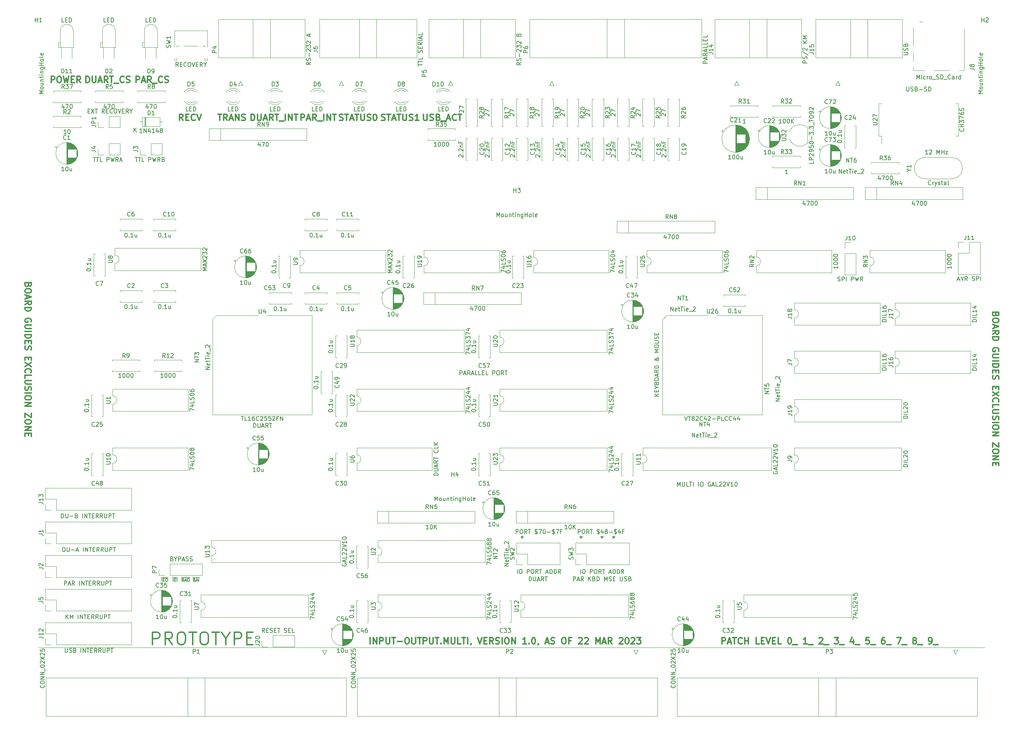
<source format=gbr>
%TF.GenerationSoftware,KiCad,Pcbnew,(6.0.11)*%
%TF.CreationDate,2023-09-02T05:53:17-04:00*%
%TF.ProjectId,input-output.Multi,696e7075-742d-46f7-9574-7075742e4d75,rev?*%
%TF.SameCoordinates,Original*%
%TF.FileFunction,Legend,Top*%
%TF.FilePolarity,Positive*%
%FSLAX46Y46*%
G04 Gerber Fmt 4.6, Leading zero omitted, Abs format (unit mm)*
G04 Created by KiCad (PCBNEW (6.0.11)) date 2023-09-02 05:53:17*
%MOMM*%
%LPD*%
G01*
G04 APERTURE LIST*
%ADD10C,0.120000*%
%ADD11C,0.300000*%
%ADD12C,0.175000*%
%ADD13C,0.150000*%
G04 APERTURE END LIST*
D10*
X40000000Y-220000000D02*
X265000000Y-220000000D01*
D11*
X267607142Y-140785714D02*
X267535714Y-141000000D01*
X267464285Y-141071428D01*
X267321428Y-141142857D01*
X267107142Y-141142857D01*
X266964285Y-141071428D01*
X266892857Y-141000000D01*
X266821428Y-140857142D01*
X266821428Y-140285714D01*
X268321428Y-140285714D01*
X268321428Y-140785714D01*
X268250000Y-140928571D01*
X268178571Y-141000000D01*
X268035714Y-141071428D01*
X267892857Y-141071428D01*
X267750000Y-141000000D01*
X267678571Y-140928571D01*
X267607142Y-140785714D01*
X267607142Y-140285714D01*
X268321428Y-142071428D02*
X268321428Y-142357142D01*
X268250000Y-142500000D01*
X268107142Y-142642857D01*
X267821428Y-142714285D01*
X267321428Y-142714285D01*
X267035714Y-142642857D01*
X266892857Y-142500000D01*
X266821428Y-142357142D01*
X266821428Y-142071428D01*
X266892857Y-141928571D01*
X267035714Y-141785714D01*
X267321428Y-141714285D01*
X267821428Y-141714285D01*
X268107142Y-141785714D01*
X268250000Y-141928571D01*
X268321428Y-142071428D01*
X267250000Y-143285714D02*
X267250000Y-144000000D01*
X266821428Y-143142857D02*
X268321428Y-143642857D01*
X266821428Y-144142857D01*
X266821428Y-145500000D02*
X267535714Y-145000000D01*
X266821428Y-144642857D02*
X268321428Y-144642857D01*
X268321428Y-145214285D01*
X268250000Y-145357142D01*
X268178571Y-145428571D01*
X268035714Y-145500000D01*
X267821428Y-145500000D01*
X267678571Y-145428571D01*
X267607142Y-145357142D01*
X267535714Y-145214285D01*
X267535714Y-144642857D01*
X266821428Y-146142857D02*
X268321428Y-146142857D01*
X268321428Y-146500000D01*
X268250000Y-146714285D01*
X268107142Y-146857142D01*
X267964285Y-146928571D01*
X267678571Y-147000000D01*
X267464285Y-147000000D01*
X267178571Y-146928571D01*
X267035714Y-146857142D01*
X266892857Y-146714285D01*
X266821428Y-146500000D01*
X266821428Y-146142857D01*
X268250000Y-149571428D02*
X268321428Y-149428571D01*
X268321428Y-149214285D01*
X268250000Y-149000000D01*
X268107142Y-148857142D01*
X267964285Y-148785714D01*
X267678571Y-148714285D01*
X267464285Y-148714285D01*
X267178571Y-148785714D01*
X267035714Y-148857142D01*
X266892857Y-149000000D01*
X266821428Y-149214285D01*
X266821428Y-149357142D01*
X266892857Y-149571428D01*
X266964285Y-149642857D01*
X267464285Y-149642857D01*
X267464285Y-149357142D01*
X268321428Y-150285714D02*
X267107142Y-150285714D01*
X266964285Y-150357142D01*
X266892857Y-150428571D01*
X266821428Y-150571428D01*
X266821428Y-150857142D01*
X266892857Y-151000000D01*
X266964285Y-151071428D01*
X267107142Y-151142857D01*
X268321428Y-151142857D01*
X266821428Y-151857142D02*
X268321428Y-151857142D01*
X266821428Y-152571428D02*
X268321428Y-152571428D01*
X268321428Y-152928571D01*
X268250000Y-153142857D01*
X268107142Y-153285714D01*
X267964285Y-153357142D01*
X267678571Y-153428571D01*
X267464285Y-153428571D01*
X267178571Y-153357142D01*
X267035714Y-153285714D01*
X266892857Y-153142857D01*
X266821428Y-152928571D01*
X266821428Y-152571428D01*
X267607142Y-154071428D02*
X267607142Y-154571428D01*
X266821428Y-154785714D02*
X266821428Y-154071428D01*
X268321428Y-154071428D01*
X268321428Y-154785714D01*
X266892857Y-155357142D02*
X266821428Y-155571428D01*
X266821428Y-155928571D01*
X266892857Y-156071428D01*
X266964285Y-156142857D01*
X267107142Y-156214285D01*
X267250000Y-156214285D01*
X267392857Y-156142857D01*
X267464285Y-156071428D01*
X267535714Y-155928571D01*
X267607142Y-155642857D01*
X267678571Y-155500000D01*
X267750000Y-155428571D01*
X267892857Y-155357142D01*
X268035714Y-155357142D01*
X268178571Y-155428571D01*
X268250000Y-155500000D01*
X268321428Y-155642857D01*
X268321428Y-156000000D01*
X268250000Y-156214285D01*
X267607142Y-158000000D02*
X267607142Y-158500000D01*
X266821428Y-158714285D02*
X266821428Y-158000000D01*
X268321428Y-158000000D01*
X268321428Y-158714285D01*
X268321428Y-159214285D02*
X266821428Y-160214285D01*
X268321428Y-160214285D02*
X266821428Y-159214285D01*
X266964285Y-161642857D02*
X266892857Y-161571428D01*
X266821428Y-161357142D01*
X266821428Y-161214285D01*
X266892857Y-161000000D01*
X267035714Y-160857142D01*
X267178571Y-160785714D01*
X267464285Y-160714285D01*
X267678571Y-160714285D01*
X267964285Y-160785714D01*
X268107142Y-160857142D01*
X268250000Y-161000000D01*
X268321428Y-161214285D01*
X268321428Y-161357142D01*
X268250000Y-161571428D01*
X268178571Y-161642857D01*
X266821428Y-163000000D02*
X266821428Y-162285714D01*
X268321428Y-162285714D01*
X268321428Y-163500000D02*
X267107142Y-163500000D01*
X266964285Y-163571428D01*
X266892857Y-163642857D01*
X266821428Y-163785714D01*
X266821428Y-164071428D01*
X266892857Y-164214285D01*
X266964285Y-164285714D01*
X267107142Y-164357142D01*
X268321428Y-164357142D01*
X266892857Y-165000000D02*
X266821428Y-165214285D01*
X266821428Y-165571428D01*
X266892857Y-165714285D01*
X266964285Y-165785714D01*
X267107142Y-165857142D01*
X267250000Y-165857142D01*
X267392857Y-165785714D01*
X267464285Y-165714285D01*
X267535714Y-165571428D01*
X267607142Y-165285714D01*
X267678571Y-165142857D01*
X267750000Y-165071428D01*
X267892857Y-165000000D01*
X268035714Y-165000000D01*
X268178571Y-165071428D01*
X268250000Y-165142857D01*
X268321428Y-165285714D01*
X268321428Y-165642857D01*
X268250000Y-165857142D01*
X266821428Y-166500000D02*
X268321428Y-166500000D01*
X268321428Y-167500000D02*
X268321428Y-167785714D01*
X268250000Y-167928571D01*
X268107142Y-168071428D01*
X267821428Y-168142857D01*
X267321428Y-168142857D01*
X267035714Y-168071428D01*
X266892857Y-167928571D01*
X266821428Y-167785714D01*
X266821428Y-167500000D01*
X266892857Y-167357142D01*
X267035714Y-167214285D01*
X267321428Y-167142857D01*
X267821428Y-167142857D01*
X268107142Y-167214285D01*
X268250000Y-167357142D01*
X268321428Y-167500000D01*
X266821428Y-168785714D02*
X268321428Y-168785714D01*
X266821428Y-169642857D01*
X268321428Y-169642857D01*
X268321428Y-171357142D02*
X268321428Y-172357142D01*
X266821428Y-171357142D01*
X266821428Y-172357142D01*
X268321428Y-173214285D02*
X268321428Y-173500000D01*
X268250000Y-173642857D01*
X268107142Y-173785714D01*
X267821428Y-173857142D01*
X267321428Y-173857142D01*
X267035714Y-173785714D01*
X266892857Y-173642857D01*
X266821428Y-173500000D01*
X266821428Y-173214285D01*
X266892857Y-173071428D01*
X267035714Y-172928571D01*
X267321428Y-172857142D01*
X267821428Y-172857142D01*
X268107142Y-172928571D01*
X268250000Y-173071428D01*
X268321428Y-173214285D01*
X266821428Y-174500000D02*
X268321428Y-174500000D01*
X266821428Y-175357142D01*
X268321428Y-175357142D01*
X267607142Y-176071428D02*
X267607142Y-176571428D01*
X266821428Y-176785714D02*
X266821428Y-176071428D01*
X268321428Y-176071428D01*
X268321428Y-176785714D01*
X37607142Y-133785714D02*
X37535714Y-134000000D01*
X37464285Y-134071428D01*
X37321428Y-134142857D01*
X37107142Y-134142857D01*
X36964285Y-134071428D01*
X36892857Y-134000000D01*
X36821428Y-133857142D01*
X36821428Y-133285714D01*
X38321428Y-133285714D01*
X38321428Y-133785714D01*
X38250000Y-133928571D01*
X38178571Y-134000000D01*
X38035714Y-134071428D01*
X37892857Y-134071428D01*
X37750000Y-134000000D01*
X37678571Y-133928571D01*
X37607142Y-133785714D01*
X37607142Y-133285714D01*
X38321428Y-135071428D02*
X38321428Y-135357142D01*
X38250000Y-135500000D01*
X38107142Y-135642857D01*
X37821428Y-135714285D01*
X37321428Y-135714285D01*
X37035714Y-135642857D01*
X36892857Y-135500000D01*
X36821428Y-135357142D01*
X36821428Y-135071428D01*
X36892857Y-134928571D01*
X37035714Y-134785714D01*
X37321428Y-134714285D01*
X37821428Y-134714285D01*
X38107142Y-134785714D01*
X38250000Y-134928571D01*
X38321428Y-135071428D01*
X37250000Y-136285714D02*
X37250000Y-137000000D01*
X36821428Y-136142857D02*
X38321428Y-136642857D01*
X36821428Y-137142857D01*
X36821428Y-138500000D02*
X37535714Y-138000000D01*
X36821428Y-137642857D02*
X38321428Y-137642857D01*
X38321428Y-138214285D01*
X38250000Y-138357142D01*
X38178571Y-138428571D01*
X38035714Y-138500000D01*
X37821428Y-138500000D01*
X37678571Y-138428571D01*
X37607142Y-138357142D01*
X37535714Y-138214285D01*
X37535714Y-137642857D01*
X36821428Y-139142857D02*
X38321428Y-139142857D01*
X38321428Y-139500000D01*
X38250000Y-139714285D01*
X38107142Y-139857142D01*
X37964285Y-139928571D01*
X37678571Y-140000000D01*
X37464285Y-140000000D01*
X37178571Y-139928571D01*
X37035714Y-139857142D01*
X36892857Y-139714285D01*
X36821428Y-139500000D01*
X36821428Y-139142857D01*
X38250000Y-142571428D02*
X38321428Y-142428571D01*
X38321428Y-142214285D01*
X38250000Y-142000000D01*
X38107142Y-141857142D01*
X37964285Y-141785714D01*
X37678571Y-141714285D01*
X37464285Y-141714285D01*
X37178571Y-141785714D01*
X37035714Y-141857142D01*
X36892857Y-142000000D01*
X36821428Y-142214285D01*
X36821428Y-142357142D01*
X36892857Y-142571428D01*
X36964285Y-142642857D01*
X37464285Y-142642857D01*
X37464285Y-142357142D01*
X38321428Y-143285714D02*
X37107142Y-143285714D01*
X36964285Y-143357142D01*
X36892857Y-143428571D01*
X36821428Y-143571428D01*
X36821428Y-143857142D01*
X36892857Y-144000000D01*
X36964285Y-144071428D01*
X37107142Y-144142857D01*
X38321428Y-144142857D01*
X36821428Y-144857142D02*
X38321428Y-144857142D01*
X36821428Y-145571428D02*
X38321428Y-145571428D01*
X38321428Y-145928571D01*
X38250000Y-146142857D01*
X38107142Y-146285714D01*
X37964285Y-146357142D01*
X37678571Y-146428571D01*
X37464285Y-146428571D01*
X37178571Y-146357142D01*
X37035714Y-146285714D01*
X36892857Y-146142857D01*
X36821428Y-145928571D01*
X36821428Y-145571428D01*
X37607142Y-147071428D02*
X37607142Y-147571428D01*
X36821428Y-147785714D02*
X36821428Y-147071428D01*
X38321428Y-147071428D01*
X38321428Y-147785714D01*
X36892857Y-148357142D02*
X36821428Y-148571428D01*
X36821428Y-148928571D01*
X36892857Y-149071428D01*
X36964285Y-149142857D01*
X37107142Y-149214285D01*
X37250000Y-149214285D01*
X37392857Y-149142857D01*
X37464285Y-149071428D01*
X37535714Y-148928571D01*
X37607142Y-148642857D01*
X37678571Y-148500000D01*
X37750000Y-148428571D01*
X37892857Y-148357142D01*
X38035714Y-148357142D01*
X38178571Y-148428571D01*
X38250000Y-148500000D01*
X38321428Y-148642857D01*
X38321428Y-149000000D01*
X38250000Y-149214285D01*
X37607142Y-151000000D02*
X37607142Y-151500000D01*
X36821428Y-151714285D02*
X36821428Y-151000000D01*
X38321428Y-151000000D01*
X38321428Y-151714285D01*
X38321428Y-152214285D02*
X36821428Y-153214285D01*
X38321428Y-153214285D02*
X36821428Y-152214285D01*
X36964285Y-154642857D02*
X36892857Y-154571428D01*
X36821428Y-154357142D01*
X36821428Y-154214285D01*
X36892857Y-154000000D01*
X37035714Y-153857142D01*
X37178571Y-153785714D01*
X37464285Y-153714285D01*
X37678571Y-153714285D01*
X37964285Y-153785714D01*
X38107142Y-153857142D01*
X38250000Y-154000000D01*
X38321428Y-154214285D01*
X38321428Y-154357142D01*
X38250000Y-154571428D01*
X38178571Y-154642857D01*
X36821428Y-156000000D02*
X36821428Y-155285714D01*
X38321428Y-155285714D01*
X38321428Y-156500000D02*
X37107142Y-156500000D01*
X36964285Y-156571428D01*
X36892857Y-156642857D01*
X36821428Y-156785714D01*
X36821428Y-157071428D01*
X36892857Y-157214285D01*
X36964285Y-157285714D01*
X37107142Y-157357142D01*
X38321428Y-157357142D01*
X36892857Y-158000000D02*
X36821428Y-158214285D01*
X36821428Y-158571428D01*
X36892857Y-158714285D01*
X36964285Y-158785714D01*
X37107142Y-158857142D01*
X37250000Y-158857142D01*
X37392857Y-158785714D01*
X37464285Y-158714285D01*
X37535714Y-158571428D01*
X37607142Y-158285714D01*
X37678571Y-158142857D01*
X37750000Y-158071428D01*
X37892857Y-158000000D01*
X38035714Y-158000000D01*
X38178571Y-158071428D01*
X38250000Y-158142857D01*
X38321428Y-158285714D01*
X38321428Y-158642857D01*
X38250000Y-158857142D01*
X36821428Y-159500000D02*
X38321428Y-159500000D01*
X38321428Y-160500000D02*
X38321428Y-160785714D01*
X38250000Y-160928571D01*
X38107142Y-161071428D01*
X37821428Y-161142857D01*
X37321428Y-161142857D01*
X37035714Y-161071428D01*
X36892857Y-160928571D01*
X36821428Y-160785714D01*
X36821428Y-160500000D01*
X36892857Y-160357142D01*
X37035714Y-160214285D01*
X37321428Y-160142857D01*
X37821428Y-160142857D01*
X38107142Y-160214285D01*
X38250000Y-160357142D01*
X38321428Y-160500000D01*
X36821428Y-161785714D02*
X38321428Y-161785714D01*
X36821428Y-162642857D01*
X38321428Y-162642857D01*
X38321428Y-164357142D02*
X38321428Y-165357142D01*
X36821428Y-164357142D01*
X36821428Y-165357142D01*
X38321428Y-166214285D02*
X38321428Y-166500000D01*
X38250000Y-166642857D01*
X38107142Y-166785714D01*
X37821428Y-166857142D01*
X37321428Y-166857142D01*
X37035714Y-166785714D01*
X36892857Y-166642857D01*
X36821428Y-166500000D01*
X36821428Y-166214285D01*
X36892857Y-166071428D01*
X37035714Y-165928571D01*
X37321428Y-165857142D01*
X37821428Y-165857142D01*
X38107142Y-165928571D01*
X38250000Y-166071428D01*
X38321428Y-166214285D01*
X36821428Y-167500000D02*
X38321428Y-167500000D01*
X36821428Y-168357142D01*
X38321428Y-168357142D01*
X37607142Y-169071428D02*
X37607142Y-169571428D01*
X36821428Y-169785714D02*
X36821428Y-169071428D01*
X38321428Y-169071428D01*
X38321428Y-169785714D01*
X131571428Y-93178571D02*
X131571428Y-94392857D01*
X131642857Y-94535714D01*
X131714285Y-94607142D01*
X131857142Y-94678571D01*
X132142857Y-94678571D01*
X132285714Y-94607142D01*
X132357142Y-94535714D01*
X132428571Y-94392857D01*
X132428571Y-93178571D01*
X133071428Y-94607142D02*
X133285714Y-94678571D01*
X133642857Y-94678571D01*
X133785714Y-94607142D01*
X133857142Y-94535714D01*
X133928571Y-94392857D01*
X133928571Y-94250000D01*
X133857142Y-94107142D01*
X133785714Y-94035714D01*
X133642857Y-93964285D01*
X133357142Y-93892857D01*
X133214285Y-93821428D01*
X133142857Y-93750000D01*
X133071428Y-93607142D01*
X133071428Y-93464285D01*
X133142857Y-93321428D01*
X133214285Y-93250000D01*
X133357142Y-93178571D01*
X133714285Y-93178571D01*
X133928571Y-93250000D01*
X135071428Y-93892857D02*
X135285714Y-93964285D01*
X135357142Y-94035714D01*
X135428571Y-94178571D01*
X135428571Y-94392857D01*
X135357142Y-94535714D01*
X135285714Y-94607142D01*
X135142857Y-94678571D01*
X134571428Y-94678571D01*
X134571428Y-93178571D01*
X135071428Y-93178571D01*
X135214285Y-93250000D01*
X135285714Y-93321428D01*
X135357142Y-93464285D01*
X135357142Y-93607142D01*
X135285714Y-93750000D01*
X135214285Y-93821428D01*
X135071428Y-93892857D01*
X134571428Y-93892857D01*
X135714285Y-94821428D02*
X136857142Y-94821428D01*
X137142857Y-94250000D02*
X137857142Y-94250000D01*
X137000000Y-94678571D02*
X137500000Y-93178571D01*
X138000000Y-94678571D01*
X139357142Y-94535714D02*
X139285714Y-94607142D01*
X139071428Y-94678571D01*
X138928571Y-94678571D01*
X138714285Y-94607142D01*
X138571428Y-94464285D01*
X138500000Y-94321428D01*
X138428571Y-94035714D01*
X138428571Y-93821428D01*
X138500000Y-93535714D01*
X138571428Y-93392857D01*
X138714285Y-93250000D01*
X138928571Y-93178571D01*
X139071428Y-93178571D01*
X139285714Y-93250000D01*
X139357142Y-93321428D01*
X139785714Y-93178571D02*
X140642857Y-93178571D01*
X140214285Y-94678571D02*
X140214285Y-93178571D01*
X63178571Y-85678571D02*
X63178571Y-84178571D01*
X63750000Y-84178571D01*
X63892857Y-84250000D01*
X63964285Y-84321428D01*
X64035714Y-84464285D01*
X64035714Y-84678571D01*
X63964285Y-84821428D01*
X63892857Y-84892857D01*
X63750000Y-84964285D01*
X63178571Y-84964285D01*
X64607142Y-85250000D02*
X65321428Y-85250000D01*
X64464285Y-85678571D02*
X64964285Y-84178571D01*
X65464285Y-85678571D01*
X66821428Y-85678571D02*
X66321428Y-84964285D01*
X65964285Y-85678571D02*
X65964285Y-84178571D01*
X66535714Y-84178571D01*
X66678571Y-84250000D01*
X66750000Y-84321428D01*
X66821428Y-84464285D01*
X66821428Y-84678571D01*
X66750000Y-84821428D01*
X66678571Y-84892857D01*
X66535714Y-84964285D01*
X65964285Y-84964285D01*
X67107142Y-85821428D02*
X68250000Y-85821428D01*
X69464285Y-85535714D02*
X69392857Y-85607142D01*
X69178571Y-85678571D01*
X69035714Y-85678571D01*
X68821428Y-85607142D01*
X68678571Y-85464285D01*
X68607142Y-85321428D01*
X68535714Y-85035714D01*
X68535714Y-84821428D01*
X68607142Y-84535714D01*
X68678571Y-84392857D01*
X68821428Y-84250000D01*
X69035714Y-84178571D01*
X69178571Y-84178571D01*
X69392857Y-84250000D01*
X69464285Y-84321428D01*
X70035714Y-85607142D02*
X70250000Y-85678571D01*
X70607142Y-85678571D01*
X70750000Y-85607142D01*
X70821428Y-85535714D01*
X70892857Y-85392857D01*
X70892857Y-85250000D01*
X70821428Y-85107142D01*
X70750000Y-85035714D01*
X70607142Y-84964285D01*
X70321428Y-84892857D01*
X70178571Y-84821428D01*
X70107142Y-84750000D01*
X70035714Y-84607142D01*
X70035714Y-84464285D01*
X70107142Y-84321428D01*
X70178571Y-84250000D01*
X70321428Y-84178571D01*
X70678571Y-84178571D01*
X70892857Y-84250000D01*
X43035714Y-85678571D02*
X43035714Y-84178571D01*
X43607142Y-84178571D01*
X43750000Y-84250000D01*
X43821428Y-84321428D01*
X43892857Y-84464285D01*
X43892857Y-84678571D01*
X43821428Y-84821428D01*
X43750000Y-84892857D01*
X43607142Y-84964285D01*
X43035714Y-84964285D01*
X44821428Y-84178571D02*
X45107142Y-84178571D01*
X45250000Y-84250000D01*
X45392857Y-84392857D01*
X45464285Y-84678571D01*
X45464285Y-85178571D01*
X45392857Y-85464285D01*
X45250000Y-85607142D01*
X45107142Y-85678571D01*
X44821428Y-85678571D01*
X44678571Y-85607142D01*
X44535714Y-85464285D01*
X44464285Y-85178571D01*
X44464285Y-84678571D01*
X44535714Y-84392857D01*
X44678571Y-84250000D01*
X44821428Y-84178571D01*
X45964285Y-84178571D02*
X46321428Y-85678571D01*
X46607142Y-84607142D01*
X46892857Y-85678571D01*
X47250000Y-84178571D01*
X47821428Y-84892857D02*
X48321428Y-84892857D01*
X48535714Y-85678571D02*
X47821428Y-85678571D01*
X47821428Y-84178571D01*
X48535714Y-84178571D01*
X50035714Y-85678571D02*
X49535714Y-84964285D01*
X49178571Y-85678571D02*
X49178571Y-84178571D01*
X49750000Y-84178571D01*
X49892857Y-84250000D01*
X49964285Y-84321428D01*
X50035714Y-84464285D01*
X50035714Y-84678571D01*
X49964285Y-84821428D01*
X49892857Y-84892857D01*
X49750000Y-84964285D01*
X49178571Y-84964285D01*
X51321428Y-85678571D02*
X51321428Y-84178571D01*
X51678571Y-84178571D01*
X51892857Y-84250000D01*
X52035714Y-84392857D01*
X52107142Y-84535714D01*
X52178571Y-84821428D01*
X52178571Y-85035714D01*
X52107142Y-85321428D01*
X52035714Y-85464285D01*
X51892857Y-85607142D01*
X51678571Y-85678571D01*
X51321428Y-85678571D01*
X52821428Y-84178571D02*
X52821428Y-85392857D01*
X52892857Y-85535714D01*
X52964285Y-85607142D01*
X53107142Y-85678571D01*
X53392857Y-85678571D01*
X53535714Y-85607142D01*
X53607142Y-85535714D01*
X53678571Y-85392857D01*
X53678571Y-84178571D01*
X54321428Y-85250000D02*
X55035714Y-85250000D01*
X54178571Y-85678571D02*
X54678571Y-84178571D01*
X55178571Y-85678571D01*
X56535714Y-85678571D02*
X56035714Y-84964285D01*
X55678571Y-85678571D02*
X55678571Y-84178571D01*
X56250000Y-84178571D01*
X56392857Y-84250000D01*
X56464285Y-84321428D01*
X56535714Y-84464285D01*
X56535714Y-84678571D01*
X56464285Y-84821428D01*
X56392857Y-84892857D01*
X56250000Y-84964285D01*
X55678571Y-84964285D01*
X56964285Y-84178571D02*
X57821428Y-84178571D01*
X57392857Y-85678571D02*
X57392857Y-84178571D01*
X57964285Y-85821428D02*
X59107142Y-85821428D01*
X60321428Y-85535714D02*
X60250000Y-85607142D01*
X60035714Y-85678571D01*
X59892857Y-85678571D01*
X59678571Y-85607142D01*
X59535714Y-85464285D01*
X59464285Y-85321428D01*
X59392857Y-85035714D01*
X59392857Y-84821428D01*
X59464285Y-84535714D01*
X59535714Y-84392857D01*
X59678571Y-84250000D01*
X59892857Y-84178571D01*
X60035714Y-84178571D01*
X60250000Y-84250000D01*
X60321428Y-84321428D01*
X60892857Y-85607142D02*
X61107142Y-85678571D01*
X61464285Y-85678571D01*
X61607142Y-85607142D01*
X61678571Y-85535714D01*
X61750000Y-85392857D01*
X61750000Y-85250000D01*
X61678571Y-85107142D01*
X61607142Y-85035714D01*
X61464285Y-84964285D01*
X61178571Y-84892857D01*
X61035714Y-84821428D01*
X60964285Y-84750000D01*
X60892857Y-84607142D01*
X60892857Y-84464285D01*
X60964285Y-84321428D01*
X61035714Y-84250000D01*
X61178571Y-84178571D01*
X61535714Y-84178571D01*
X61750000Y-84250000D01*
X102428571Y-94678571D02*
X102428571Y-93178571D01*
X103000000Y-93178571D01*
X103142857Y-93250000D01*
X103214285Y-93321428D01*
X103285714Y-93464285D01*
X103285714Y-93678571D01*
X103214285Y-93821428D01*
X103142857Y-93892857D01*
X103000000Y-93964285D01*
X102428571Y-93964285D01*
X103857142Y-94250000D02*
X104571428Y-94250000D01*
X103714285Y-94678571D02*
X104214285Y-93178571D01*
X104714285Y-94678571D01*
X106071428Y-94678571D02*
X105571428Y-93964285D01*
X105214285Y-94678571D02*
X105214285Y-93178571D01*
X105785714Y-93178571D01*
X105928571Y-93250000D01*
X106000000Y-93321428D01*
X106071428Y-93464285D01*
X106071428Y-93678571D01*
X106000000Y-93821428D01*
X105928571Y-93892857D01*
X105785714Y-93964285D01*
X105214285Y-93964285D01*
X106357142Y-94821428D02*
X107500000Y-94821428D01*
X107857142Y-94678571D02*
X107857142Y-93178571D01*
X108571428Y-94678571D02*
X108571428Y-93178571D01*
X109428571Y-94678571D01*
X109428571Y-93178571D01*
X109928571Y-93178571D02*
X110785714Y-93178571D01*
X110357142Y-94678571D02*
X110357142Y-93178571D01*
X74392857Y-94678571D02*
X73892857Y-93964285D01*
X73535714Y-94678571D02*
X73535714Y-93178571D01*
X74107142Y-93178571D01*
X74250000Y-93250000D01*
X74321428Y-93321428D01*
X74392857Y-93464285D01*
X74392857Y-93678571D01*
X74321428Y-93821428D01*
X74250000Y-93892857D01*
X74107142Y-93964285D01*
X73535714Y-93964285D01*
X75035714Y-93892857D02*
X75535714Y-93892857D01*
X75750000Y-94678571D02*
X75035714Y-94678571D01*
X75035714Y-93178571D01*
X75750000Y-93178571D01*
X77250000Y-94535714D02*
X77178571Y-94607142D01*
X76964285Y-94678571D01*
X76821428Y-94678571D01*
X76607142Y-94607142D01*
X76464285Y-94464285D01*
X76392857Y-94321428D01*
X76321428Y-94035714D01*
X76321428Y-93821428D01*
X76392857Y-93535714D01*
X76464285Y-93392857D01*
X76607142Y-93250000D01*
X76821428Y-93178571D01*
X76964285Y-93178571D01*
X77178571Y-93250000D01*
X77250000Y-93321428D01*
X77678571Y-93178571D02*
X78178571Y-94678571D01*
X78678571Y-93178571D01*
X90571428Y-94678571D02*
X90571428Y-93178571D01*
X90928571Y-93178571D01*
X91142857Y-93250000D01*
X91285714Y-93392857D01*
X91357142Y-93535714D01*
X91428571Y-93821428D01*
X91428571Y-94035714D01*
X91357142Y-94321428D01*
X91285714Y-94464285D01*
X91142857Y-94607142D01*
X90928571Y-94678571D01*
X90571428Y-94678571D01*
X92071428Y-93178571D02*
X92071428Y-94392857D01*
X92142857Y-94535714D01*
X92214285Y-94607142D01*
X92357142Y-94678571D01*
X92642857Y-94678571D01*
X92785714Y-94607142D01*
X92857142Y-94535714D01*
X92928571Y-94392857D01*
X92928571Y-93178571D01*
X93571428Y-94250000D02*
X94285714Y-94250000D01*
X93428571Y-94678571D02*
X93928571Y-93178571D01*
X94428571Y-94678571D01*
X95785714Y-94678571D02*
X95285714Y-93964285D01*
X94928571Y-94678571D02*
X94928571Y-93178571D01*
X95500000Y-93178571D01*
X95642857Y-93250000D01*
X95714285Y-93321428D01*
X95785714Y-93464285D01*
X95785714Y-93678571D01*
X95714285Y-93821428D01*
X95642857Y-93892857D01*
X95500000Y-93964285D01*
X94928571Y-93964285D01*
X96214285Y-93178571D02*
X97071428Y-93178571D01*
X96642857Y-94678571D02*
X96642857Y-93178571D01*
X97214285Y-94821428D02*
X98357142Y-94821428D01*
X98714285Y-94678571D02*
X98714285Y-93178571D01*
X99428571Y-94678571D02*
X99428571Y-93178571D01*
X100285714Y-94678571D01*
X100285714Y-93178571D01*
X100785714Y-93178571D02*
X101642857Y-93178571D01*
X101214285Y-94678571D02*
X101214285Y-93178571D01*
X121571428Y-94607142D02*
X121785714Y-94678571D01*
X122142857Y-94678571D01*
X122285714Y-94607142D01*
X122357142Y-94535714D01*
X122428571Y-94392857D01*
X122428571Y-94250000D01*
X122357142Y-94107142D01*
X122285714Y-94035714D01*
X122142857Y-93964285D01*
X121857142Y-93892857D01*
X121714285Y-93821428D01*
X121642857Y-93750000D01*
X121571428Y-93607142D01*
X121571428Y-93464285D01*
X121642857Y-93321428D01*
X121714285Y-93250000D01*
X121857142Y-93178571D01*
X122214285Y-93178571D01*
X122428571Y-93250000D01*
X122857142Y-93178571D02*
X123714285Y-93178571D01*
X123285714Y-94678571D02*
X123285714Y-93178571D01*
X124142857Y-94250000D02*
X124857142Y-94250000D01*
X124000000Y-94678571D02*
X124500000Y-93178571D01*
X125000000Y-94678571D01*
X125285714Y-93178571D02*
X126142857Y-93178571D01*
X125714285Y-94678571D02*
X125714285Y-93178571D01*
X126642857Y-93178571D02*
X126642857Y-94392857D01*
X126714285Y-94535714D01*
X126785714Y-94607142D01*
X126928571Y-94678571D01*
X127214285Y-94678571D01*
X127357142Y-94607142D01*
X127428571Y-94535714D01*
X127500000Y-94392857D01*
X127500000Y-93178571D01*
X128142857Y-94607142D02*
X128357142Y-94678571D01*
X128714285Y-94678571D01*
X128857142Y-94607142D01*
X128928571Y-94535714D01*
X129000000Y-94392857D01*
X129000000Y-94250000D01*
X128928571Y-94107142D01*
X128857142Y-94035714D01*
X128714285Y-93964285D01*
X128428571Y-93892857D01*
X128285714Y-93821428D01*
X128214285Y-93750000D01*
X128142857Y-93607142D01*
X128142857Y-93464285D01*
X128214285Y-93321428D01*
X128285714Y-93250000D01*
X128428571Y-93178571D01*
X128785714Y-93178571D01*
X129000000Y-93250000D01*
X130428571Y-94678571D02*
X129571428Y-94678571D01*
X130000000Y-94678571D02*
X130000000Y-93178571D01*
X129857142Y-93392857D01*
X129714285Y-93535714D01*
X129571428Y-93607142D01*
X82678571Y-93178571D02*
X83535714Y-93178571D01*
X83107142Y-94678571D02*
X83107142Y-93178571D01*
X84892857Y-94678571D02*
X84392857Y-93964285D01*
X84035714Y-94678571D02*
X84035714Y-93178571D01*
X84607142Y-93178571D01*
X84750000Y-93250000D01*
X84821428Y-93321428D01*
X84892857Y-93464285D01*
X84892857Y-93678571D01*
X84821428Y-93821428D01*
X84750000Y-93892857D01*
X84607142Y-93964285D01*
X84035714Y-93964285D01*
X85464285Y-94250000D02*
X86178571Y-94250000D01*
X85321428Y-94678571D02*
X85821428Y-93178571D01*
X86321428Y-94678571D01*
X86821428Y-94678571D02*
X86821428Y-93178571D01*
X87678571Y-94678571D01*
X87678571Y-93178571D01*
X88321428Y-94607142D02*
X88535714Y-94678571D01*
X88892857Y-94678571D01*
X89035714Y-94607142D01*
X89107142Y-94535714D01*
X89178571Y-94392857D01*
X89178571Y-94250000D01*
X89107142Y-94107142D01*
X89035714Y-94035714D01*
X88892857Y-93964285D01*
X88607142Y-93892857D01*
X88464285Y-93821428D01*
X88392857Y-93750000D01*
X88321428Y-93607142D01*
X88321428Y-93464285D01*
X88392857Y-93321428D01*
X88464285Y-93250000D01*
X88607142Y-93178571D01*
X88964285Y-93178571D01*
X89178571Y-93250000D01*
X111571428Y-94607142D02*
X111785714Y-94678571D01*
X112142857Y-94678571D01*
X112285714Y-94607142D01*
X112357142Y-94535714D01*
X112428571Y-94392857D01*
X112428571Y-94250000D01*
X112357142Y-94107142D01*
X112285714Y-94035714D01*
X112142857Y-93964285D01*
X111857142Y-93892857D01*
X111714285Y-93821428D01*
X111642857Y-93750000D01*
X111571428Y-93607142D01*
X111571428Y-93464285D01*
X111642857Y-93321428D01*
X111714285Y-93250000D01*
X111857142Y-93178571D01*
X112214285Y-93178571D01*
X112428571Y-93250000D01*
X112857142Y-93178571D02*
X113714285Y-93178571D01*
X113285714Y-94678571D02*
X113285714Y-93178571D01*
X114142857Y-94250000D02*
X114857142Y-94250000D01*
X114000000Y-94678571D02*
X114500000Y-93178571D01*
X115000000Y-94678571D01*
X115285714Y-93178571D02*
X116142857Y-93178571D01*
X115714285Y-94678571D02*
X115714285Y-93178571D01*
X116642857Y-93178571D02*
X116642857Y-94392857D01*
X116714285Y-94535714D01*
X116785714Y-94607142D01*
X116928571Y-94678571D01*
X117214285Y-94678571D01*
X117357142Y-94607142D01*
X117428571Y-94535714D01*
X117500000Y-94392857D01*
X117500000Y-93178571D01*
X118142857Y-94607142D02*
X118357142Y-94678571D01*
X118714285Y-94678571D01*
X118857142Y-94607142D01*
X118928571Y-94535714D01*
X119000000Y-94392857D01*
X119000000Y-94250000D01*
X118928571Y-94107142D01*
X118857142Y-94035714D01*
X118714285Y-93964285D01*
X118428571Y-93892857D01*
X118285714Y-93821428D01*
X118214285Y-93750000D01*
X118142857Y-93607142D01*
X118142857Y-93464285D01*
X118214285Y-93321428D01*
X118285714Y-93250000D01*
X118428571Y-93178571D01*
X118785714Y-93178571D01*
X119000000Y-93250000D01*
X119928571Y-93178571D02*
X120071428Y-93178571D01*
X120214285Y-93250000D01*
X120285714Y-93321428D01*
X120357142Y-93464285D01*
X120428571Y-93750000D01*
X120428571Y-94107142D01*
X120357142Y-94392857D01*
X120285714Y-94535714D01*
X120214285Y-94607142D01*
X120071428Y-94678571D01*
X119928571Y-94678571D01*
X119785714Y-94607142D01*
X119714285Y-94535714D01*
X119642857Y-94392857D01*
X119571428Y-94107142D01*
X119571428Y-93750000D01*
X119642857Y-93464285D01*
X119714285Y-93321428D01*
X119785714Y-93250000D01*
X119928571Y-93178571D01*
D12*
X71850000Y-203419000D02*
X72183333Y-203419000D01*
X72016666Y-204316666D02*
X72016666Y-203616666D01*
X72183333Y-203419000D02*
X72816666Y-203419000D01*
X72350000Y-203950000D02*
X72583333Y-203950000D01*
X72683333Y-204316666D02*
X72350000Y-204316666D01*
X72350000Y-203616666D01*
X72683333Y-203616666D01*
X72816666Y-203419000D02*
X73150000Y-203419000D01*
X72983333Y-204316666D02*
X72983333Y-203616666D01*
X73983333Y-203419000D02*
X74683333Y-203419000D01*
X74383333Y-203950000D02*
X74483333Y-203983333D01*
X74516666Y-204016666D01*
X74550000Y-204083333D01*
X74550000Y-204183333D01*
X74516666Y-204250000D01*
X74483333Y-204283333D01*
X74416666Y-204316666D01*
X74150000Y-204316666D01*
X74150000Y-203616666D01*
X74383333Y-203616666D01*
X74450000Y-203650000D01*
X74483333Y-203683333D01*
X74516666Y-203750000D01*
X74516666Y-203816666D01*
X74483333Y-203883333D01*
X74450000Y-203916666D01*
X74383333Y-203950000D01*
X74150000Y-203950000D01*
X74683333Y-203419000D02*
X75283333Y-203419000D01*
X74816666Y-204116666D02*
X75150000Y-204116666D01*
X74750000Y-204316666D02*
X74983333Y-203616666D01*
X75216666Y-204316666D01*
X75283333Y-203419000D02*
X76016666Y-203419000D01*
X75583333Y-203616666D02*
X75716666Y-203616666D01*
X75783333Y-203650000D01*
X75850000Y-203716666D01*
X75883333Y-203850000D01*
X75883333Y-204083333D01*
X75850000Y-204216666D01*
X75783333Y-204283333D01*
X75716666Y-204316666D01*
X75583333Y-204316666D01*
X75516666Y-204283333D01*
X75450000Y-204216666D01*
X75416666Y-204083333D01*
X75416666Y-203850000D01*
X75450000Y-203716666D01*
X75516666Y-203650000D01*
X75583333Y-203616666D01*
X76683333Y-203419000D02*
X77383333Y-203419000D01*
X77083333Y-203950000D02*
X77183333Y-203983333D01*
X77216666Y-204016666D01*
X77250000Y-204083333D01*
X77250000Y-204183333D01*
X77216666Y-204250000D01*
X77183333Y-204283333D01*
X77116666Y-204316666D01*
X76850000Y-204316666D01*
X76850000Y-203616666D01*
X77083333Y-203616666D01*
X77150000Y-203650000D01*
X77183333Y-203683333D01*
X77216666Y-203750000D01*
X77216666Y-203816666D01*
X77183333Y-203883333D01*
X77150000Y-203916666D01*
X77083333Y-203950000D01*
X76850000Y-203950000D01*
X77383333Y-203419000D02*
X77983333Y-203419000D01*
X77516666Y-204116666D02*
X77850000Y-204116666D01*
X77450000Y-204316666D02*
X77683333Y-203616666D01*
X77916666Y-204316666D01*
X77983333Y-203419000D02*
X78316666Y-203419000D01*
X78150000Y-204316666D02*
X78150000Y-203616666D01*
X69150000Y-203419000D02*
X69483333Y-203419000D01*
X69316666Y-204316666D02*
X69316666Y-203616666D01*
X69483333Y-203419000D02*
X70116666Y-203419000D01*
X69650000Y-203950000D02*
X69883333Y-203950000D01*
X69983333Y-204316666D02*
X69650000Y-204316666D01*
X69650000Y-203616666D01*
X69983333Y-203616666D01*
X70116666Y-203419000D02*
X70850000Y-203419000D01*
X70416666Y-203616666D02*
X70550000Y-203616666D01*
X70616666Y-203650000D01*
X70683333Y-203716666D01*
X70716666Y-203850000D01*
X70716666Y-204083333D01*
X70683333Y-204216666D01*
X70616666Y-204283333D01*
X70550000Y-204316666D01*
X70416666Y-204316666D01*
X70350000Y-204283333D01*
X70283333Y-204216666D01*
X70250000Y-204083333D01*
X70250000Y-203850000D01*
X70283333Y-203716666D01*
X70350000Y-203650000D01*
X70416666Y-203616666D01*
D11*
X67142857Y-219357142D02*
X67142857Y-216357142D01*
X68285714Y-216357142D01*
X68571428Y-216500000D01*
X68714285Y-216642857D01*
X68857142Y-216928571D01*
X68857142Y-217357142D01*
X68714285Y-217642857D01*
X68571428Y-217785714D01*
X68285714Y-217928571D01*
X67142857Y-217928571D01*
X71857142Y-219357142D02*
X70857142Y-217928571D01*
X70142857Y-219357142D02*
X70142857Y-216357142D01*
X71285714Y-216357142D01*
X71571428Y-216500000D01*
X71714285Y-216642857D01*
X71857142Y-216928571D01*
X71857142Y-217357142D01*
X71714285Y-217642857D01*
X71571428Y-217785714D01*
X71285714Y-217928571D01*
X70142857Y-217928571D01*
X73714285Y-216357142D02*
X74285714Y-216357142D01*
X74571428Y-216500000D01*
X74857142Y-216785714D01*
X75000000Y-217357142D01*
X75000000Y-218357142D01*
X74857142Y-218928571D01*
X74571428Y-219214285D01*
X74285714Y-219357142D01*
X73714285Y-219357142D01*
X73428571Y-219214285D01*
X73142857Y-218928571D01*
X73000000Y-218357142D01*
X73000000Y-217357142D01*
X73142857Y-216785714D01*
X73428571Y-216500000D01*
X73714285Y-216357142D01*
X75857142Y-216357142D02*
X77571428Y-216357142D01*
X76714285Y-219357142D02*
X76714285Y-216357142D01*
X79142857Y-216357142D02*
X79714285Y-216357142D01*
X80000000Y-216500000D01*
X80285714Y-216785714D01*
X80428571Y-217357142D01*
X80428571Y-218357142D01*
X80285714Y-218928571D01*
X80000000Y-219214285D01*
X79714285Y-219357142D01*
X79142857Y-219357142D01*
X78857142Y-219214285D01*
X78571428Y-218928571D01*
X78428571Y-218357142D01*
X78428571Y-217357142D01*
X78571428Y-216785714D01*
X78857142Y-216500000D01*
X79142857Y-216357142D01*
X81285714Y-216357142D02*
X83000000Y-216357142D01*
X82142857Y-219357142D02*
X82142857Y-216357142D01*
X84571428Y-217928571D02*
X84571428Y-219357142D01*
X83571428Y-216357142D02*
X84571428Y-217928571D01*
X85571428Y-216357142D01*
X86571428Y-219357142D02*
X86571428Y-216357142D01*
X87714285Y-216357142D01*
X88000000Y-216500000D01*
X88142857Y-216642857D01*
X88285714Y-216928571D01*
X88285714Y-217357142D01*
X88142857Y-217642857D01*
X88000000Y-217785714D01*
X87714285Y-217928571D01*
X86571428Y-217928571D01*
X89571428Y-217785714D02*
X90571428Y-217785714D01*
X91000000Y-219357142D02*
X89571428Y-219357142D01*
X89571428Y-216357142D01*
X91000000Y-216357142D01*
D13*
X91154761Y-167702380D02*
X91154761Y-166702380D01*
X91392857Y-166702380D01*
X91535714Y-166750000D01*
X91630952Y-166845238D01*
X91678571Y-166940476D01*
X91726190Y-167130952D01*
X91726190Y-167273809D01*
X91678571Y-167464285D01*
X91630952Y-167559523D01*
X91535714Y-167654761D01*
X91392857Y-167702380D01*
X91154761Y-167702380D01*
X92154761Y-166702380D02*
X92154761Y-167511904D01*
X92202380Y-167607142D01*
X92250000Y-167654761D01*
X92345238Y-167702380D01*
X92535714Y-167702380D01*
X92630952Y-167654761D01*
X92678571Y-167607142D01*
X92726190Y-167511904D01*
X92726190Y-166702380D01*
X93154761Y-167416666D02*
X93630952Y-167416666D01*
X93059523Y-167702380D02*
X93392857Y-166702380D01*
X93726190Y-167702380D01*
X94630952Y-167702380D02*
X94297619Y-167226190D01*
X94059523Y-167702380D02*
X94059523Y-166702380D01*
X94440476Y-166702380D01*
X94535714Y-166750000D01*
X94583333Y-166797619D01*
X94630952Y-166892857D01*
X94630952Y-167035714D01*
X94583333Y-167130952D01*
X94535714Y-167178571D01*
X94440476Y-167226190D01*
X94059523Y-167226190D01*
X94916666Y-166702380D02*
X95488095Y-166702380D01*
X95202380Y-167702380D02*
X95202380Y-166702380D01*
D11*
X202500000Y-219178571D02*
X202500000Y-217678571D01*
X203071428Y-217678571D01*
X203214285Y-217750000D01*
X203285714Y-217821428D01*
X203357142Y-217964285D01*
X203357142Y-218178571D01*
X203285714Y-218321428D01*
X203214285Y-218392857D01*
X203071428Y-218464285D01*
X202500000Y-218464285D01*
X203928571Y-218750000D02*
X204642857Y-218750000D01*
X203785714Y-219178571D02*
X204285714Y-217678571D01*
X204785714Y-219178571D01*
X205071428Y-217678571D02*
X205928571Y-217678571D01*
X205500000Y-219178571D02*
X205500000Y-217678571D01*
X207285714Y-219035714D02*
X207214285Y-219107142D01*
X207000000Y-219178571D01*
X206857142Y-219178571D01*
X206642857Y-219107142D01*
X206500000Y-218964285D01*
X206428571Y-218821428D01*
X206357142Y-218535714D01*
X206357142Y-218321428D01*
X206428571Y-218035714D01*
X206500000Y-217892857D01*
X206642857Y-217750000D01*
X206857142Y-217678571D01*
X207000000Y-217678571D01*
X207214285Y-217750000D01*
X207285714Y-217821428D01*
X207928571Y-219178571D02*
X207928571Y-217678571D01*
X207928571Y-218392857D02*
X208785714Y-218392857D01*
X208785714Y-219178571D02*
X208785714Y-217678571D01*
X211357142Y-219178571D02*
X210642857Y-219178571D01*
X210642857Y-217678571D01*
X211857142Y-218392857D02*
X212357142Y-218392857D01*
X212571428Y-219178571D02*
X211857142Y-219178571D01*
X211857142Y-217678571D01*
X212571428Y-217678571D01*
X213000000Y-217678571D02*
X213500000Y-219178571D01*
X214000000Y-217678571D01*
X214500000Y-218392857D02*
X215000000Y-218392857D01*
X215214285Y-219178571D02*
X214500000Y-219178571D01*
X214500000Y-217678571D01*
X215214285Y-217678571D01*
X216571428Y-219178571D02*
X215857142Y-219178571D01*
X215857142Y-217678571D01*
X218500000Y-217678571D02*
X218642857Y-217678571D01*
X218785714Y-217750000D01*
X218857142Y-217821428D01*
X218928571Y-217964285D01*
X219000000Y-218250000D01*
X219000000Y-218607142D01*
X218928571Y-218892857D01*
X218857142Y-219035714D01*
X218785714Y-219107142D01*
X218642857Y-219178571D01*
X218500000Y-219178571D01*
X218357142Y-219107142D01*
X218285714Y-219035714D01*
X218214285Y-218892857D01*
X218142857Y-218607142D01*
X218142857Y-218250000D01*
X218214285Y-217964285D01*
X218285714Y-217821428D01*
X218357142Y-217750000D01*
X218500000Y-217678571D01*
X219285714Y-219321428D02*
X220428571Y-219321428D01*
X222714285Y-219178571D02*
X221857142Y-219178571D01*
X222285714Y-219178571D02*
X222285714Y-217678571D01*
X222142857Y-217892857D01*
X222000000Y-218035714D01*
X221857142Y-218107142D01*
X223000000Y-219321428D02*
X224142857Y-219321428D01*
X225571428Y-217821428D02*
X225642857Y-217750000D01*
X225785714Y-217678571D01*
X226142857Y-217678571D01*
X226285714Y-217750000D01*
X226357142Y-217821428D01*
X226428571Y-217964285D01*
X226428571Y-218107142D01*
X226357142Y-218321428D01*
X225500000Y-219178571D01*
X226428571Y-219178571D01*
X226714285Y-219321428D02*
X227857142Y-219321428D01*
X229214285Y-217678571D02*
X230142857Y-217678571D01*
X229642857Y-218250000D01*
X229857142Y-218250000D01*
X230000000Y-218321428D01*
X230071428Y-218392857D01*
X230142857Y-218535714D01*
X230142857Y-218892857D01*
X230071428Y-219035714D01*
X230000000Y-219107142D01*
X229857142Y-219178571D01*
X229428571Y-219178571D01*
X229285714Y-219107142D01*
X229214285Y-219035714D01*
X230428571Y-219321428D02*
X231571428Y-219321428D01*
X233714285Y-218178571D02*
X233714285Y-219178571D01*
X233357142Y-217607142D02*
X233000000Y-218678571D01*
X233928571Y-218678571D01*
X234142857Y-219321428D02*
X235285714Y-219321428D01*
X237500000Y-217678571D02*
X236785714Y-217678571D01*
X236714285Y-218392857D01*
X236785714Y-218321428D01*
X236928571Y-218250000D01*
X237285714Y-218250000D01*
X237428571Y-218321428D01*
X237500000Y-218392857D01*
X237571428Y-218535714D01*
X237571428Y-218892857D01*
X237500000Y-219035714D01*
X237428571Y-219107142D01*
X237285714Y-219178571D01*
X236928571Y-219178571D01*
X236785714Y-219107142D01*
X236714285Y-219035714D01*
X237857142Y-219321428D02*
X238999999Y-219321428D01*
X241142857Y-217678571D02*
X240857142Y-217678571D01*
X240714285Y-217750000D01*
X240642857Y-217821428D01*
X240499999Y-218035714D01*
X240428571Y-218321428D01*
X240428571Y-218892857D01*
X240499999Y-219035714D01*
X240571428Y-219107142D01*
X240714285Y-219178571D01*
X240999999Y-219178571D01*
X241142857Y-219107142D01*
X241214285Y-219035714D01*
X241285714Y-218892857D01*
X241285714Y-218535714D01*
X241214285Y-218392857D01*
X241142857Y-218321428D01*
X240999999Y-218250000D01*
X240714285Y-218250000D01*
X240571428Y-218321428D01*
X240499999Y-218392857D01*
X240428571Y-218535714D01*
X241571428Y-219321428D02*
X242714285Y-219321428D01*
X244071428Y-217678571D02*
X245071428Y-217678571D01*
X244428571Y-219178571D01*
X245285714Y-219321428D02*
X246428571Y-219321428D01*
X248142857Y-218321428D02*
X247999999Y-218250000D01*
X247928571Y-218178571D01*
X247857142Y-218035714D01*
X247857142Y-217964285D01*
X247928571Y-217821428D01*
X247999999Y-217750000D01*
X248142857Y-217678571D01*
X248428571Y-217678571D01*
X248571428Y-217750000D01*
X248642857Y-217821428D01*
X248714285Y-217964285D01*
X248714285Y-218035714D01*
X248642857Y-218178571D01*
X248571428Y-218250000D01*
X248428571Y-218321428D01*
X248142857Y-218321428D01*
X247999999Y-218392857D01*
X247928571Y-218464285D01*
X247857142Y-218607142D01*
X247857142Y-218892857D01*
X247928571Y-219035714D01*
X247999999Y-219107142D01*
X248142857Y-219178571D01*
X248428571Y-219178571D01*
X248571428Y-219107142D01*
X248642857Y-219035714D01*
X248714285Y-218892857D01*
X248714285Y-218607142D01*
X248642857Y-218464285D01*
X248571428Y-218392857D01*
X248428571Y-218321428D01*
X248999999Y-219321428D02*
X250142857Y-219321428D01*
X251714285Y-219178571D02*
X251999999Y-219178571D01*
X252142857Y-219107142D01*
X252214285Y-219035714D01*
X252357142Y-218821428D01*
X252428571Y-218535714D01*
X252428571Y-217964285D01*
X252357142Y-217821428D01*
X252285714Y-217750000D01*
X252142857Y-217678571D01*
X251857142Y-217678571D01*
X251714285Y-217750000D01*
X251642857Y-217821428D01*
X251571428Y-217964285D01*
X251571428Y-218321428D01*
X251642857Y-218464285D01*
X251714285Y-218535714D01*
X251857142Y-218607142D01*
X252142857Y-218607142D01*
X252285714Y-218535714D01*
X252357142Y-218464285D01*
X252428571Y-218321428D01*
X252714285Y-219321428D02*
X253857142Y-219321428D01*
D13*
X156654761Y-204202380D02*
X156654761Y-203202380D01*
X156892857Y-203202380D01*
X157035714Y-203250000D01*
X157130952Y-203345238D01*
X157178571Y-203440476D01*
X157226190Y-203630952D01*
X157226190Y-203773809D01*
X157178571Y-203964285D01*
X157130952Y-204059523D01*
X157035714Y-204154761D01*
X156892857Y-204202380D01*
X156654761Y-204202380D01*
X157654761Y-203202380D02*
X157654761Y-204011904D01*
X157702380Y-204107142D01*
X157750000Y-204154761D01*
X157845238Y-204202380D01*
X158035714Y-204202380D01*
X158130952Y-204154761D01*
X158178571Y-204107142D01*
X158226190Y-204011904D01*
X158226190Y-203202380D01*
X158654761Y-203916666D02*
X159130952Y-203916666D01*
X158559523Y-204202380D02*
X158892857Y-203202380D01*
X159226190Y-204202380D01*
X160130952Y-204202380D02*
X159797619Y-203726190D01*
X159559523Y-204202380D02*
X159559523Y-203202380D01*
X159940476Y-203202380D01*
X160035714Y-203250000D01*
X160083333Y-203297619D01*
X160130952Y-203392857D01*
X160130952Y-203535714D01*
X160083333Y-203630952D01*
X160035714Y-203678571D01*
X159940476Y-203726190D01*
X159559523Y-203726190D01*
X160416666Y-203202380D02*
X160988095Y-203202380D01*
X160702380Y-204202380D02*
X160702380Y-203202380D01*
X191928571Y-181702380D02*
X191928571Y-180702380D01*
X192261904Y-181416666D01*
X192595238Y-180702380D01*
X192595238Y-181702380D01*
X193071428Y-180702380D02*
X193071428Y-181511904D01*
X193119047Y-181607142D01*
X193166666Y-181654761D01*
X193261904Y-181702380D01*
X193452380Y-181702380D01*
X193547619Y-181654761D01*
X193595238Y-181607142D01*
X193642857Y-181511904D01*
X193642857Y-180702380D01*
X194595238Y-181702380D02*
X194119047Y-181702380D01*
X194119047Y-180702380D01*
X194785714Y-180702380D02*
X195357142Y-180702380D01*
X195071428Y-181702380D02*
X195071428Y-180702380D01*
X195690476Y-181702380D02*
X195690476Y-180702380D01*
X196928571Y-181702380D02*
X196928571Y-180702380D01*
X197595238Y-180702380D02*
X197785714Y-180702380D01*
X197880952Y-180750000D01*
X197976190Y-180845238D01*
X198023809Y-181035714D01*
X198023809Y-181369047D01*
X197976190Y-181559523D01*
X197880952Y-181654761D01*
X197785714Y-181702380D01*
X197595238Y-181702380D01*
X197500000Y-181654761D01*
X197404761Y-181559523D01*
X197357142Y-181369047D01*
X197357142Y-181035714D01*
X197404761Y-180845238D01*
X197500000Y-180750000D01*
X197595238Y-180702380D01*
X199738095Y-180750000D02*
X199642857Y-180702380D01*
X199500000Y-180702380D01*
X199357142Y-180750000D01*
X199261904Y-180845238D01*
X199214285Y-180940476D01*
X199166666Y-181130952D01*
X199166666Y-181273809D01*
X199214285Y-181464285D01*
X199261904Y-181559523D01*
X199357142Y-181654761D01*
X199500000Y-181702380D01*
X199595238Y-181702380D01*
X199738095Y-181654761D01*
X199785714Y-181607142D01*
X199785714Y-181273809D01*
X199595238Y-181273809D01*
X200166666Y-181416666D02*
X200642857Y-181416666D01*
X200071428Y-181702380D02*
X200404761Y-180702380D01*
X200738095Y-181702380D01*
X201547619Y-181702380D02*
X201071428Y-181702380D01*
X201071428Y-180702380D01*
X201833333Y-180797619D02*
X201880952Y-180750000D01*
X201976190Y-180702380D01*
X202214285Y-180702380D01*
X202309523Y-180750000D01*
X202357142Y-180797619D01*
X202404761Y-180892857D01*
X202404761Y-180988095D01*
X202357142Y-181130952D01*
X201785714Y-181702380D01*
X202404761Y-181702380D01*
X202785714Y-180797619D02*
X202833333Y-180750000D01*
X202928571Y-180702380D01*
X203166666Y-180702380D01*
X203261904Y-180750000D01*
X203309523Y-180797619D01*
X203357142Y-180892857D01*
X203357142Y-180988095D01*
X203309523Y-181130952D01*
X202738095Y-181702380D01*
X203357142Y-181702380D01*
X203642857Y-180702380D02*
X203976190Y-181702380D01*
X204309523Y-180702380D01*
X205166666Y-181702380D02*
X204595238Y-181702380D01*
X204880952Y-181702380D02*
X204880952Y-180702380D01*
X204785714Y-180845238D01*
X204690476Y-180940476D01*
X204595238Y-180988095D01*
X205785714Y-180702380D02*
X205880952Y-180702380D01*
X205976190Y-180750000D01*
X206023809Y-180797619D01*
X206071428Y-180892857D01*
X206119047Y-181083333D01*
X206119047Y-181321428D01*
X206071428Y-181511904D01*
X206023809Y-181607142D01*
X205976190Y-181654761D01*
X205880952Y-181702380D01*
X205785714Y-181702380D01*
X205690476Y-181654761D01*
X205642857Y-181607142D01*
X205595238Y-181511904D01*
X205547619Y-181321428D01*
X205547619Y-181083333D01*
X205595238Y-180892857D01*
X205642857Y-180797619D01*
X205690476Y-180750000D01*
X205785714Y-180702380D01*
X251428571Y-102702380D02*
X250857142Y-102702380D01*
X251142857Y-102702380D02*
X251142857Y-101702380D01*
X251047619Y-101845238D01*
X250952380Y-101940476D01*
X250857142Y-101988095D01*
X251809523Y-101797619D02*
X251857142Y-101750000D01*
X251952380Y-101702380D01*
X252190476Y-101702380D01*
X252285714Y-101750000D01*
X252333333Y-101797619D01*
X252380952Y-101892857D01*
X252380952Y-101988095D01*
X252333333Y-102130952D01*
X251761904Y-102702380D01*
X252380952Y-102702380D01*
X253571428Y-102702380D02*
X253571428Y-101702380D01*
X253904761Y-102416666D01*
X254238095Y-101702380D01*
X254238095Y-102702380D01*
X254714285Y-102702380D02*
X254714285Y-101702380D01*
X254714285Y-102178571D02*
X255285714Y-102178571D01*
X255285714Y-102702380D02*
X255285714Y-101702380D01*
X255666666Y-102035714D02*
X256190476Y-102035714D01*
X255666666Y-102702380D01*
X256190476Y-102702380D01*
X176750000Y-193428571D02*
X176750000Y-193785714D01*
X176392857Y-193642857D02*
X176750000Y-193785714D01*
X177107142Y-193642857D01*
X176535714Y-194071428D02*
X176750000Y-193785714D01*
X176964285Y-194071428D01*
X155000000Y-193428571D02*
X155000000Y-193785714D01*
X154642857Y-193642857D02*
X155000000Y-193785714D01*
X155357142Y-193642857D01*
X154785714Y-194071428D02*
X155000000Y-193785714D01*
X155214285Y-194071428D01*
X167166666Y-204202380D02*
X167166666Y-203202380D01*
X167547619Y-203202380D01*
X167642857Y-203250000D01*
X167690476Y-203297619D01*
X167738095Y-203392857D01*
X167738095Y-203535714D01*
X167690476Y-203630952D01*
X167642857Y-203678571D01*
X167547619Y-203726190D01*
X167166666Y-203726190D01*
X168119047Y-203916666D02*
X168595238Y-203916666D01*
X168023809Y-204202380D02*
X168357142Y-203202380D01*
X168690476Y-204202380D01*
X169595238Y-204202380D02*
X169261904Y-203726190D01*
X169023809Y-204202380D02*
X169023809Y-203202380D01*
X169404761Y-203202380D01*
X169500000Y-203250000D01*
X169547619Y-203297619D01*
X169595238Y-203392857D01*
X169595238Y-203535714D01*
X169547619Y-203630952D01*
X169500000Y-203678571D01*
X169404761Y-203726190D01*
X169023809Y-203726190D01*
X170785714Y-204202380D02*
X170785714Y-203202380D01*
X171357142Y-204202380D02*
X170928571Y-203630952D01*
X171357142Y-203202380D02*
X170785714Y-203773809D01*
X172119047Y-203678571D02*
X172261904Y-203726190D01*
X172309523Y-203773809D01*
X172357142Y-203869047D01*
X172357142Y-204011904D01*
X172309523Y-204107142D01*
X172261904Y-204154761D01*
X172166666Y-204202380D01*
X171785714Y-204202380D01*
X171785714Y-203202380D01*
X172119047Y-203202380D01*
X172214285Y-203250000D01*
X172261904Y-203297619D01*
X172309523Y-203392857D01*
X172309523Y-203488095D01*
X172261904Y-203583333D01*
X172214285Y-203630952D01*
X172119047Y-203678571D01*
X171785714Y-203678571D01*
X172785714Y-204202380D02*
X172785714Y-203202380D01*
X173023809Y-203202380D01*
X173166666Y-203250000D01*
X173261904Y-203345238D01*
X173309523Y-203440476D01*
X173357142Y-203630952D01*
X173357142Y-203773809D01*
X173309523Y-203964285D01*
X173261904Y-204059523D01*
X173166666Y-204154761D01*
X173023809Y-204202380D01*
X172785714Y-204202380D01*
X174547619Y-204202380D02*
X174547619Y-203202380D01*
X174880952Y-203916666D01*
X175214285Y-203202380D01*
X175214285Y-204202380D01*
X175642857Y-204154761D02*
X175785714Y-204202380D01*
X176023809Y-204202380D01*
X176119047Y-204154761D01*
X176166666Y-204107142D01*
X176214285Y-204011904D01*
X176214285Y-203916666D01*
X176166666Y-203821428D01*
X176119047Y-203773809D01*
X176023809Y-203726190D01*
X175833333Y-203678571D01*
X175738095Y-203630952D01*
X175690476Y-203583333D01*
X175642857Y-203488095D01*
X175642857Y-203392857D01*
X175690476Y-203297619D01*
X175738095Y-203250000D01*
X175833333Y-203202380D01*
X176071428Y-203202380D01*
X176214285Y-203250000D01*
X176642857Y-203678571D02*
X176976190Y-203678571D01*
X177119047Y-204202380D02*
X176642857Y-204202380D01*
X176642857Y-203202380D01*
X177119047Y-203202380D01*
X178309523Y-203202380D02*
X178309523Y-204011904D01*
X178357142Y-204107142D01*
X178404761Y-204154761D01*
X178500000Y-204202380D01*
X178690476Y-204202380D01*
X178785714Y-204154761D01*
X178833333Y-204107142D01*
X178880952Y-204011904D01*
X178880952Y-203202380D01*
X179309523Y-204154761D02*
X179452380Y-204202380D01*
X179690476Y-204202380D01*
X179785714Y-204154761D01*
X179833333Y-204107142D01*
X179880952Y-204011904D01*
X179880952Y-203916666D01*
X179833333Y-203821428D01*
X179785714Y-203773809D01*
X179690476Y-203726190D01*
X179500000Y-203678571D01*
X179404761Y-203630952D01*
X179357142Y-203583333D01*
X179309523Y-203488095D01*
X179309523Y-203392857D01*
X179357142Y-203297619D01*
X179404761Y-203250000D01*
X179500000Y-203202380D01*
X179738095Y-203202380D01*
X179880952Y-203250000D01*
X180642857Y-203678571D02*
X180785714Y-203726190D01*
X180833333Y-203773809D01*
X180880952Y-203869047D01*
X180880952Y-204011904D01*
X180833333Y-204107142D01*
X180785714Y-204154761D01*
X180690476Y-204202380D01*
X180309523Y-204202380D01*
X180309523Y-203202380D01*
X180642857Y-203202380D01*
X180738095Y-203250000D01*
X180785714Y-203297619D01*
X180833333Y-203392857D01*
X180833333Y-203488095D01*
X180785714Y-203583333D01*
X180738095Y-203630952D01*
X180642857Y-203678571D01*
X180309523Y-203678571D01*
X246392857Y-86702380D02*
X246392857Y-87511904D01*
X246440476Y-87607142D01*
X246488095Y-87654761D01*
X246583333Y-87702380D01*
X246773809Y-87702380D01*
X246869047Y-87654761D01*
X246916666Y-87607142D01*
X246964285Y-87511904D01*
X246964285Y-86702380D01*
X247392857Y-87654761D02*
X247535714Y-87702380D01*
X247773809Y-87702380D01*
X247869047Y-87654761D01*
X247916666Y-87607142D01*
X247964285Y-87511904D01*
X247964285Y-87416666D01*
X247916666Y-87321428D01*
X247869047Y-87273809D01*
X247773809Y-87226190D01*
X247583333Y-87178571D01*
X247488095Y-87130952D01*
X247440476Y-87083333D01*
X247392857Y-86988095D01*
X247392857Y-86892857D01*
X247440476Y-86797619D01*
X247488095Y-86750000D01*
X247583333Y-86702380D01*
X247821428Y-86702380D01*
X247964285Y-86750000D01*
X248726190Y-87178571D02*
X248869047Y-87226190D01*
X248916666Y-87273809D01*
X248964285Y-87369047D01*
X248964285Y-87511904D01*
X248916666Y-87607142D01*
X248869047Y-87654761D01*
X248773809Y-87702380D01*
X248392857Y-87702380D01*
X248392857Y-86702380D01*
X248726190Y-86702380D01*
X248821428Y-86750000D01*
X248869047Y-86797619D01*
X248916666Y-86892857D01*
X248916666Y-86988095D01*
X248869047Y-87083333D01*
X248821428Y-87130952D01*
X248726190Y-87178571D01*
X248392857Y-87178571D01*
X249392857Y-87321428D02*
X250154761Y-87321428D01*
X250583333Y-87654761D02*
X250726190Y-87702380D01*
X250964285Y-87702380D01*
X251059523Y-87654761D01*
X251107142Y-87607142D01*
X251154761Y-87511904D01*
X251154761Y-87416666D01*
X251107142Y-87321428D01*
X251059523Y-87273809D01*
X250964285Y-87226190D01*
X250773809Y-87178571D01*
X250678571Y-87130952D01*
X250630952Y-87083333D01*
X250583333Y-86988095D01*
X250583333Y-86892857D01*
X250630952Y-86797619D01*
X250678571Y-86750000D01*
X250773809Y-86702380D01*
X251011904Y-86702380D01*
X251154761Y-86750000D01*
X251583333Y-87702380D02*
X251583333Y-86702380D01*
X251821428Y-86702380D01*
X251964285Y-86750000D01*
X252059523Y-86845238D01*
X252107142Y-86940476D01*
X252154761Y-87130952D01*
X252154761Y-87273809D01*
X252107142Y-87464285D01*
X252059523Y-87559523D01*
X251964285Y-87654761D01*
X251821428Y-87702380D01*
X251583333Y-87702380D01*
D11*
X118857142Y-219178571D02*
X118857142Y-217678571D01*
X119571428Y-219178571D02*
X119571428Y-217678571D01*
X120428571Y-219178571D01*
X120428571Y-217678571D01*
X121142857Y-219178571D02*
X121142857Y-217678571D01*
X121714285Y-217678571D01*
X121857142Y-217750000D01*
X121928571Y-217821428D01*
X122000000Y-217964285D01*
X122000000Y-218178571D01*
X121928571Y-218321428D01*
X121857142Y-218392857D01*
X121714285Y-218464285D01*
X121142857Y-218464285D01*
X122642857Y-217678571D02*
X122642857Y-218892857D01*
X122714285Y-219035714D01*
X122785714Y-219107142D01*
X122928571Y-219178571D01*
X123214285Y-219178571D01*
X123357142Y-219107142D01*
X123428571Y-219035714D01*
X123500000Y-218892857D01*
X123500000Y-217678571D01*
X124000000Y-217678571D02*
X124857142Y-217678571D01*
X124428571Y-219178571D02*
X124428571Y-217678571D01*
X125357142Y-218607142D02*
X126500000Y-218607142D01*
X127500000Y-217678571D02*
X127785714Y-217678571D01*
X127928571Y-217750000D01*
X128071428Y-217892857D01*
X128142857Y-218178571D01*
X128142857Y-218678571D01*
X128071428Y-218964285D01*
X127928571Y-219107142D01*
X127785714Y-219178571D01*
X127500000Y-219178571D01*
X127357142Y-219107142D01*
X127214285Y-218964285D01*
X127142857Y-218678571D01*
X127142857Y-218178571D01*
X127214285Y-217892857D01*
X127357142Y-217750000D01*
X127500000Y-217678571D01*
X128785714Y-217678571D02*
X128785714Y-218892857D01*
X128857142Y-219035714D01*
X128928571Y-219107142D01*
X129071428Y-219178571D01*
X129357142Y-219178571D01*
X129500000Y-219107142D01*
X129571428Y-219035714D01*
X129642857Y-218892857D01*
X129642857Y-217678571D01*
X130142857Y-217678571D02*
X131000000Y-217678571D01*
X130571428Y-219178571D02*
X130571428Y-217678571D01*
X131500000Y-219178571D02*
X131500000Y-217678571D01*
X132071428Y-217678571D01*
X132214285Y-217750000D01*
X132285714Y-217821428D01*
X132357142Y-217964285D01*
X132357142Y-218178571D01*
X132285714Y-218321428D01*
X132214285Y-218392857D01*
X132071428Y-218464285D01*
X131500000Y-218464285D01*
X133000000Y-217678571D02*
X133000000Y-218892857D01*
X133071428Y-219035714D01*
X133142857Y-219107142D01*
X133285714Y-219178571D01*
X133571428Y-219178571D01*
X133714285Y-219107142D01*
X133785714Y-219035714D01*
X133857142Y-218892857D01*
X133857142Y-217678571D01*
X134357142Y-217678571D02*
X135214285Y-217678571D01*
X134785714Y-219178571D02*
X134785714Y-217678571D01*
X135714285Y-219035714D02*
X135785714Y-219107142D01*
X135714285Y-219178571D01*
X135642857Y-219107142D01*
X135714285Y-219035714D01*
X135714285Y-219178571D01*
X136428571Y-219178571D02*
X136428571Y-217678571D01*
X136928571Y-218750000D01*
X137428571Y-217678571D01*
X137428571Y-219178571D01*
X138142857Y-217678571D02*
X138142857Y-218892857D01*
X138214285Y-219035714D01*
X138285714Y-219107142D01*
X138428571Y-219178571D01*
X138714285Y-219178571D01*
X138857142Y-219107142D01*
X138928571Y-219035714D01*
X139000000Y-218892857D01*
X139000000Y-217678571D01*
X140428571Y-219178571D02*
X139714285Y-219178571D01*
X139714285Y-217678571D01*
X140714285Y-217678571D02*
X141571428Y-217678571D01*
X141142857Y-219178571D02*
X141142857Y-217678571D01*
X142071428Y-219178571D02*
X142071428Y-217678571D01*
X142857142Y-219107142D02*
X142857142Y-219178571D01*
X142785714Y-219321428D01*
X142714285Y-219392857D01*
X144428571Y-217678571D02*
X144928571Y-219178571D01*
X145428571Y-217678571D01*
X145928571Y-218392857D02*
X146428571Y-218392857D01*
X146642857Y-219178571D02*
X145928571Y-219178571D01*
X145928571Y-217678571D01*
X146642857Y-217678571D01*
X148142857Y-219178571D02*
X147642857Y-218464285D01*
X147285714Y-219178571D02*
X147285714Y-217678571D01*
X147857142Y-217678571D01*
X148000000Y-217750000D01*
X148071428Y-217821428D01*
X148142857Y-217964285D01*
X148142857Y-218178571D01*
X148071428Y-218321428D01*
X148000000Y-218392857D01*
X147857142Y-218464285D01*
X147285714Y-218464285D01*
X148714285Y-219107142D02*
X148928571Y-219178571D01*
X149285714Y-219178571D01*
X149428571Y-219107142D01*
X149500000Y-219035714D01*
X149571428Y-218892857D01*
X149571428Y-218750000D01*
X149500000Y-218607142D01*
X149428571Y-218535714D01*
X149285714Y-218464285D01*
X149000000Y-218392857D01*
X148857142Y-218321428D01*
X148785714Y-218250000D01*
X148714285Y-218107142D01*
X148714285Y-217964285D01*
X148785714Y-217821428D01*
X148857142Y-217750000D01*
X149000000Y-217678571D01*
X149357142Y-217678571D01*
X149571428Y-217750000D01*
X150214285Y-219178571D02*
X150214285Y-217678571D01*
X151214285Y-217678571D02*
X151500000Y-217678571D01*
X151642857Y-217750000D01*
X151785714Y-217892857D01*
X151857142Y-218178571D01*
X151857142Y-218678571D01*
X151785714Y-218964285D01*
X151642857Y-219107142D01*
X151500000Y-219178571D01*
X151214285Y-219178571D01*
X151071428Y-219107142D01*
X150928571Y-218964285D01*
X150857142Y-218678571D01*
X150857142Y-218178571D01*
X150928571Y-217892857D01*
X151071428Y-217750000D01*
X151214285Y-217678571D01*
X152500000Y-219178571D02*
X152500000Y-217678571D01*
X153357142Y-219178571D01*
X153357142Y-217678571D01*
X156000000Y-219178571D02*
X155142857Y-219178571D01*
X155571428Y-219178571D02*
X155571428Y-217678571D01*
X155428571Y-217892857D01*
X155285714Y-218035714D01*
X155142857Y-218107142D01*
X156642857Y-219035714D02*
X156714285Y-219107142D01*
X156642857Y-219178571D01*
X156571428Y-219107142D01*
X156642857Y-219035714D01*
X156642857Y-219178571D01*
X157642857Y-217678571D02*
X157785714Y-217678571D01*
X157928571Y-217750000D01*
X158000000Y-217821428D01*
X158071428Y-217964285D01*
X158142857Y-218250000D01*
X158142857Y-218607142D01*
X158071428Y-218892857D01*
X158000000Y-219035714D01*
X157928571Y-219107142D01*
X157785714Y-219178571D01*
X157642857Y-219178571D01*
X157500000Y-219107142D01*
X157428571Y-219035714D01*
X157357142Y-218892857D01*
X157285714Y-218607142D01*
X157285714Y-218250000D01*
X157357142Y-217964285D01*
X157428571Y-217821428D01*
X157500000Y-217750000D01*
X157642857Y-217678571D01*
X158857142Y-219107142D02*
X158857142Y-219178571D01*
X158785714Y-219321428D01*
X158714285Y-219392857D01*
X160571428Y-218750000D02*
X161285714Y-218750000D01*
X160428571Y-219178571D02*
X160928571Y-217678571D01*
X161428571Y-219178571D01*
X161857142Y-219107142D02*
X162071428Y-219178571D01*
X162428571Y-219178571D01*
X162571428Y-219107142D01*
X162642857Y-219035714D01*
X162714285Y-218892857D01*
X162714285Y-218750000D01*
X162642857Y-218607142D01*
X162571428Y-218535714D01*
X162428571Y-218464285D01*
X162142857Y-218392857D01*
X162000000Y-218321428D01*
X161928571Y-218250000D01*
X161857142Y-218107142D01*
X161857142Y-217964285D01*
X161928571Y-217821428D01*
X162000000Y-217750000D01*
X162142857Y-217678571D01*
X162500000Y-217678571D01*
X162714285Y-217750000D01*
X164785714Y-217678571D02*
X165071428Y-217678571D01*
X165214285Y-217750000D01*
X165357142Y-217892857D01*
X165428571Y-218178571D01*
X165428571Y-218678571D01*
X165357142Y-218964285D01*
X165214285Y-219107142D01*
X165071428Y-219178571D01*
X164785714Y-219178571D01*
X164642857Y-219107142D01*
X164500000Y-218964285D01*
X164428571Y-218678571D01*
X164428571Y-218178571D01*
X164500000Y-217892857D01*
X164642857Y-217750000D01*
X164785714Y-217678571D01*
X166571428Y-218392857D02*
X166071428Y-218392857D01*
X166071428Y-219178571D02*
X166071428Y-217678571D01*
X166785714Y-217678571D01*
X168428571Y-217821428D02*
X168500000Y-217750000D01*
X168642857Y-217678571D01*
X169000000Y-217678571D01*
X169142857Y-217750000D01*
X169214285Y-217821428D01*
X169285714Y-217964285D01*
X169285714Y-218107142D01*
X169214285Y-218321428D01*
X168357142Y-219178571D01*
X169285714Y-219178571D01*
X169857142Y-217821428D02*
X169928571Y-217750000D01*
X170071428Y-217678571D01*
X170428571Y-217678571D01*
X170571428Y-217750000D01*
X170642857Y-217821428D01*
X170714285Y-217964285D01*
X170714285Y-218107142D01*
X170642857Y-218321428D01*
X169785714Y-219178571D01*
X170714285Y-219178571D01*
X172500000Y-219178571D02*
X172500000Y-217678571D01*
X173000000Y-218750000D01*
X173500000Y-217678571D01*
X173500000Y-219178571D01*
X174142857Y-218750000D02*
X174857142Y-218750000D01*
X174000000Y-219178571D02*
X174500000Y-217678571D01*
X175000000Y-219178571D01*
X176357142Y-219178571D02*
X175857142Y-218464285D01*
X175500000Y-219178571D02*
X175500000Y-217678571D01*
X176071428Y-217678571D01*
X176214285Y-217750000D01*
X176285714Y-217821428D01*
X176357142Y-217964285D01*
X176357142Y-218178571D01*
X176285714Y-218321428D01*
X176214285Y-218392857D01*
X176071428Y-218464285D01*
X175500000Y-218464285D01*
X178071428Y-217821428D02*
X178142857Y-217750000D01*
X178285714Y-217678571D01*
X178642857Y-217678571D01*
X178785714Y-217750000D01*
X178857142Y-217821428D01*
X178928571Y-217964285D01*
X178928571Y-218107142D01*
X178857142Y-218321428D01*
X178000000Y-219178571D01*
X178928571Y-219178571D01*
X179857142Y-217678571D02*
X180000000Y-217678571D01*
X180142857Y-217750000D01*
X180214285Y-217821428D01*
X180285714Y-217964285D01*
X180357142Y-218250000D01*
X180357142Y-218607142D01*
X180285714Y-218892857D01*
X180214285Y-219035714D01*
X180142857Y-219107142D01*
X180000000Y-219178571D01*
X179857142Y-219178571D01*
X179714285Y-219107142D01*
X179642857Y-219035714D01*
X179571428Y-218892857D01*
X179500000Y-218607142D01*
X179500000Y-218250000D01*
X179571428Y-217964285D01*
X179642857Y-217821428D01*
X179714285Y-217750000D01*
X179857142Y-217678571D01*
X180928571Y-217821428D02*
X181000000Y-217750000D01*
X181142857Y-217678571D01*
X181500000Y-217678571D01*
X181642857Y-217750000D01*
X181714285Y-217821428D01*
X181785714Y-217964285D01*
X181785714Y-218107142D01*
X181714285Y-218321428D01*
X180857142Y-219178571D01*
X181785714Y-219178571D01*
X182285714Y-217678571D02*
X183214285Y-217678571D01*
X182714285Y-218250000D01*
X182928571Y-218250000D01*
X183071428Y-218321428D01*
X183142857Y-218392857D01*
X183214285Y-218535714D01*
X183214285Y-218892857D01*
X183142857Y-219035714D01*
X183071428Y-219107142D01*
X182928571Y-219178571D01*
X182500000Y-219178571D01*
X182357142Y-219107142D01*
X182285714Y-219035714D01*
D13*
X153523809Y-192952380D02*
X153523809Y-191952380D01*
X153904761Y-191952380D01*
X154000000Y-192000000D01*
X154047619Y-192047619D01*
X154095238Y-192142857D01*
X154095238Y-192285714D01*
X154047619Y-192380952D01*
X154000000Y-192428571D01*
X153904761Y-192476190D01*
X153523809Y-192476190D01*
X154714285Y-191952380D02*
X154904761Y-191952380D01*
X155000000Y-192000000D01*
X155095238Y-192095238D01*
X155142857Y-192285714D01*
X155142857Y-192619047D01*
X155095238Y-192809523D01*
X155000000Y-192904761D01*
X154904761Y-192952380D01*
X154714285Y-192952380D01*
X154619047Y-192904761D01*
X154523809Y-192809523D01*
X154476190Y-192619047D01*
X154476190Y-192285714D01*
X154523809Y-192095238D01*
X154619047Y-192000000D01*
X154714285Y-191952380D01*
X156142857Y-192952380D02*
X155809523Y-192476190D01*
X155571428Y-192952380D02*
X155571428Y-191952380D01*
X155952380Y-191952380D01*
X156047619Y-192000000D01*
X156095238Y-192047619D01*
X156142857Y-192142857D01*
X156142857Y-192285714D01*
X156095238Y-192380952D01*
X156047619Y-192428571D01*
X155952380Y-192476190D01*
X155571428Y-192476190D01*
X156428571Y-191952380D02*
X157000000Y-191952380D01*
X156714285Y-192952380D02*
X156714285Y-191952380D01*
X158047619Y-192904761D02*
X158190476Y-192952380D01*
X158428571Y-192952380D01*
X158523809Y-192904761D01*
X158571428Y-192857142D01*
X158619047Y-192761904D01*
X158619047Y-192666666D01*
X158571428Y-192571428D01*
X158523809Y-192523809D01*
X158428571Y-192476190D01*
X158238095Y-192428571D01*
X158142857Y-192380952D01*
X158095238Y-192333333D01*
X158047619Y-192238095D01*
X158047619Y-192142857D01*
X158095238Y-192047619D01*
X158142857Y-192000000D01*
X158238095Y-191952380D01*
X158476190Y-191952380D01*
X158619047Y-192000000D01*
X158333333Y-191809523D02*
X158333333Y-193095238D01*
X158952380Y-191952380D02*
X159619047Y-191952380D01*
X159190476Y-192952380D01*
X160190476Y-191952380D02*
X160285714Y-191952380D01*
X160380952Y-192000000D01*
X160428571Y-192047619D01*
X160476190Y-192142857D01*
X160523809Y-192333333D01*
X160523809Y-192571428D01*
X160476190Y-192761904D01*
X160428571Y-192857142D01*
X160380952Y-192904761D01*
X160285714Y-192952380D01*
X160190476Y-192952380D01*
X160095238Y-192904761D01*
X160047619Y-192857142D01*
X160000000Y-192761904D01*
X159952380Y-192571428D01*
X159952380Y-192333333D01*
X160000000Y-192142857D01*
X160047619Y-192047619D01*
X160095238Y-192000000D01*
X160190476Y-191952380D01*
X160952380Y-192571428D02*
X161714285Y-192571428D01*
X162142857Y-192904761D02*
X162285714Y-192952380D01*
X162523809Y-192952380D01*
X162619047Y-192904761D01*
X162666666Y-192857142D01*
X162714285Y-192761904D01*
X162714285Y-192666666D01*
X162666666Y-192571428D01*
X162619047Y-192523809D01*
X162523809Y-192476190D01*
X162333333Y-192428571D01*
X162238095Y-192380952D01*
X162190476Y-192333333D01*
X162142857Y-192238095D01*
X162142857Y-192142857D01*
X162190476Y-192047619D01*
X162238095Y-192000000D01*
X162333333Y-191952380D01*
X162571428Y-191952380D01*
X162714285Y-192000000D01*
X162428571Y-191809523D02*
X162428571Y-193095238D01*
X163047619Y-191952380D02*
X163714285Y-191952380D01*
X163285714Y-192952380D01*
X164428571Y-192428571D02*
X164095238Y-192428571D01*
X164095238Y-192952380D02*
X164095238Y-191952380D01*
X164571428Y-191952380D01*
X174000000Y-193428571D02*
X174000000Y-193785714D01*
X173642857Y-193642857D02*
X174000000Y-193785714D01*
X174357142Y-193642857D01*
X173785714Y-194071428D02*
X174000000Y-193785714D01*
X174214285Y-194071428D01*
X168273809Y-192952380D02*
X168273809Y-191952380D01*
X168654761Y-191952380D01*
X168750000Y-192000000D01*
X168797619Y-192047619D01*
X168845238Y-192142857D01*
X168845238Y-192285714D01*
X168797619Y-192380952D01*
X168750000Y-192428571D01*
X168654761Y-192476190D01*
X168273809Y-192476190D01*
X169464285Y-191952380D02*
X169654761Y-191952380D01*
X169750000Y-192000000D01*
X169845238Y-192095238D01*
X169892857Y-192285714D01*
X169892857Y-192619047D01*
X169845238Y-192809523D01*
X169750000Y-192904761D01*
X169654761Y-192952380D01*
X169464285Y-192952380D01*
X169369047Y-192904761D01*
X169273809Y-192809523D01*
X169226190Y-192619047D01*
X169226190Y-192285714D01*
X169273809Y-192095238D01*
X169369047Y-192000000D01*
X169464285Y-191952380D01*
X170892857Y-192952380D02*
X170559523Y-192476190D01*
X170321428Y-192952380D02*
X170321428Y-191952380D01*
X170702380Y-191952380D01*
X170797619Y-192000000D01*
X170845238Y-192047619D01*
X170892857Y-192142857D01*
X170892857Y-192285714D01*
X170845238Y-192380952D01*
X170797619Y-192428571D01*
X170702380Y-192476190D01*
X170321428Y-192476190D01*
X171178571Y-191952380D02*
X171750000Y-191952380D01*
X171464285Y-192952380D02*
X171464285Y-191952380D01*
X172797619Y-192904761D02*
X172940476Y-192952380D01*
X173178571Y-192952380D01*
X173273809Y-192904761D01*
X173321428Y-192857142D01*
X173369047Y-192761904D01*
X173369047Y-192666666D01*
X173321428Y-192571428D01*
X173273809Y-192523809D01*
X173178571Y-192476190D01*
X172988095Y-192428571D01*
X172892857Y-192380952D01*
X172845238Y-192333333D01*
X172797619Y-192238095D01*
X172797619Y-192142857D01*
X172845238Y-192047619D01*
X172892857Y-192000000D01*
X172988095Y-191952380D01*
X173226190Y-191952380D01*
X173369047Y-192000000D01*
X173083333Y-191809523D02*
X173083333Y-193095238D01*
X174226190Y-192285714D02*
X174226190Y-192952380D01*
X173988095Y-191904761D02*
X173750000Y-192619047D01*
X174369047Y-192619047D01*
X174892857Y-192380952D02*
X174797619Y-192333333D01*
X174750000Y-192285714D01*
X174702380Y-192190476D01*
X174702380Y-192142857D01*
X174750000Y-192047619D01*
X174797619Y-192000000D01*
X174892857Y-191952380D01*
X175083333Y-191952380D01*
X175178571Y-192000000D01*
X175226190Y-192047619D01*
X175273809Y-192142857D01*
X175273809Y-192190476D01*
X175226190Y-192285714D01*
X175178571Y-192333333D01*
X175083333Y-192380952D01*
X174892857Y-192380952D01*
X174797619Y-192428571D01*
X174750000Y-192476190D01*
X174702380Y-192571428D01*
X174702380Y-192761904D01*
X174750000Y-192857142D01*
X174797619Y-192904761D01*
X174892857Y-192952380D01*
X175083333Y-192952380D01*
X175178571Y-192904761D01*
X175226190Y-192857142D01*
X175273809Y-192761904D01*
X175273809Y-192571428D01*
X175226190Y-192476190D01*
X175178571Y-192428571D01*
X175083333Y-192380952D01*
X175702380Y-192571428D02*
X176464285Y-192571428D01*
X176892857Y-192904761D02*
X177035714Y-192952380D01*
X177273809Y-192952380D01*
X177369047Y-192904761D01*
X177416666Y-192857142D01*
X177464285Y-192761904D01*
X177464285Y-192666666D01*
X177416666Y-192571428D01*
X177369047Y-192523809D01*
X177273809Y-192476190D01*
X177083333Y-192428571D01*
X176988095Y-192380952D01*
X176940476Y-192333333D01*
X176892857Y-192238095D01*
X176892857Y-192142857D01*
X176940476Y-192047619D01*
X176988095Y-192000000D01*
X177083333Y-191952380D01*
X177321428Y-191952380D01*
X177464285Y-192000000D01*
X177178571Y-191809523D02*
X177178571Y-193095238D01*
X178321428Y-192285714D02*
X178321428Y-192952380D01*
X178083333Y-191904761D02*
X177845238Y-192619047D01*
X178464285Y-192619047D01*
X179178571Y-192428571D02*
X178845238Y-192428571D01*
X178845238Y-192952380D02*
X178845238Y-191952380D01*
X179321428Y-191952380D01*
X140178571Y-155202380D02*
X140178571Y-154202380D01*
X140559523Y-154202380D01*
X140654761Y-154250000D01*
X140702380Y-154297619D01*
X140750000Y-154392857D01*
X140750000Y-154535714D01*
X140702380Y-154630952D01*
X140654761Y-154678571D01*
X140559523Y-154726190D01*
X140178571Y-154726190D01*
X141130952Y-154916666D02*
X141607142Y-154916666D01*
X141035714Y-155202380D02*
X141369047Y-154202380D01*
X141702380Y-155202380D01*
X142607142Y-155202380D02*
X142273809Y-154726190D01*
X142035714Y-155202380D02*
X142035714Y-154202380D01*
X142416666Y-154202380D01*
X142511904Y-154250000D01*
X142559523Y-154297619D01*
X142607142Y-154392857D01*
X142607142Y-154535714D01*
X142559523Y-154630952D01*
X142511904Y-154678571D01*
X142416666Y-154726190D01*
X142035714Y-154726190D01*
X142988095Y-154916666D02*
X143464285Y-154916666D01*
X142892857Y-155202380D02*
X143226190Y-154202380D01*
X143559523Y-155202380D01*
X144369047Y-155202380D02*
X143892857Y-155202380D01*
X143892857Y-154202380D01*
X145178571Y-155202380D02*
X144702380Y-155202380D01*
X144702380Y-154202380D01*
X145511904Y-154678571D02*
X145845238Y-154678571D01*
X145988095Y-155202380D02*
X145511904Y-155202380D01*
X145511904Y-154202380D01*
X145988095Y-154202380D01*
X146892857Y-155202380D02*
X146416666Y-155202380D01*
X146416666Y-154202380D01*
X147988095Y-155202380D02*
X147988095Y-154202380D01*
X148369047Y-154202380D01*
X148464285Y-154250000D01*
X148511904Y-154297619D01*
X148559523Y-154392857D01*
X148559523Y-154535714D01*
X148511904Y-154630952D01*
X148464285Y-154678571D01*
X148369047Y-154726190D01*
X147988095Y-154726190D01*
X149178571Y-154202380D02*
X149369047Y-154202380D01*
X149464285Y-154250000D01*
X149559523Y-154345238D01*
X149607142Y-154535714D01*
X149607142Y-154869047D01*
X149559523Y-155059523D01*
X149464285Y-155154761D01*
X149369047Y-155202380D01*
X149178571Y-155202380D01*
X149083333Y-155154761D01*
X148988095Y-155059523D01*
X148940476Y-154869047D01*
X148940476Y-154535714D01*
X148988095Y-154345238D01*
X149083333Y-154250000D01*
X149178571Y-154202380D01*
X150607142Y-155202380D02*
X150273809Y-154726190D01*
X150035714Y-155202380D02*
X150035714Y-154202380D01*
X150416666Y-154202380D01*
X150511904Y-154250000D01*
X150559523Y-154297619D01*
X150607142Y-154392857D01*
X150607142Y-154535714D01*
X150559523Y-154630952D01*
X150511904Y-154678571D01*
X150416666Y-154726190D01*
X150035714Y-154726190D01*
X150892857Y-154202380D02*
X151464285Y-154202380D01*
X151178571Y-155202380D02*
X151178571Y-154202380D01*
X169000000Y-193428571D02*
X169000000Y-193785714D01*
X168642857Y-193642857D02*
X169000000Y-193785714D01*
X169357142Y-193642857D01*
X168785714Y-194071428D02*
X169000000Y-193785714D01*
X169214285Y-194071428D01*
X187452380Y-160273809D02*
X186452380Y-160273809D01*
X187452380Y-159702380D02*
X186880952Y-160130952D01*
X186452380Y-159702380D02*
X187023809Y-160273809D01*
X186928571Y-159273809D02*
X186928571Y-158940476D01*
X187452380Y-158797619D02*
X187452380Y-159273809D01*
X186452380Y-159273809D01*
X186452380Y-158797619D01*
X186976190Y-158178571D02*
X187452380Y-158178571D01*
X186452380Y-158511904D02*
X186976190Y-158178571D01*
X186452380Y-157845238D01*
X186928571Y-157178571D02*
X186976190Y-157035714D01*
X187023809Y-156988095D01*
X187119047Y-156940476D01*
X187261904Y-156940476D01*
X187357142Y-156988095D01*
X187404761Y-157035714D01*
X187452380Y-157130952D01*
X187452380Y-157511904D01*
X186452380Y-157511904D01*
X186452380Y-157178571D01*
X186500000Y-157083333D01*
X186547619Y-157035714D01*
X186642857Y-156988095D01*
X186738095Y-156988095D01*
X186833333Y-157035714D01*
X186880952Y-157083333D01*
X186928571Y-157178571D01*
X186928571Y-157511904D01*
X186452380Y-156321428D02*
X186452380Y-156130952D01*
X186500000Y-156035714D01*
X186595238Y-155940476D01*
X186785714Y-155892857D01*
X187119047Y-155892857D01*
X187309523Y-155940476D01*
X187404761Y-156035714D01*
X187452380Y-156130952D01*
X187452380Y-156321428D01*
X187404761Y-156416666D01*
X187309523Y-156511904D01*
X187119047Y-156559523D01*
X186785714Y-156559523D01*
X186595238Y-156511904D01*
X186500000Y-156416666D01*
X186452380Y-156321428D01*
X187166666Y-155511904D02*
X187166666Y-155035714D01*
X187452380Y-155607142D02*
X186452380Y-155273809D01*
X187452380Y-154940476D01*
X187452380Y-154035714D02*
X186976190Y-154369047D01*
X187452380Y-154607142D02*
X186452380Y-154607142D01*
X186452380Y-154226190D01*
X186500000Y-154130952D01*
X186547619Y-154083333D01*
X186642857Y-154035714D01*
X186785714Y-154035714D01*
X186880952Y-154083333D01*
X186928571Y-154130952D01*
X186976190Y-154226190D01*
X186976190Y-154607142D01*
X187452380Y-153607142D02*
X186452380Y-153607142D01*
X186452380Y-153369047D01*
X186500000Y-153226190D01*
X186595238Y-153130952D01*
X186690476Y-153083333D01*
X186880952Y-153035714D01*
X187023809Y-153035714D01*
X187214285Y-153083333D01*
X187309523Y-153130952D01*
X187404761Y-153226190D01*
X187452380Y-153369047D01*
X187452380Y-153607142D01*
X187452380Y-151035714D02*
X187452380Y-151083333D01*
X187404761Y-151178571D01*
X187261904Y-151321428D01*
X186976190Y-151559523D01*
X186833333Y-151654761D01*
X186690476Y-151702380D01*
X186595238Y-151702380D01*
X186500000Y-151654761D01*
X186452380Y-151559523D01*
X186452380Y-151511904D01*
X186500000Y-151416666D01*
X186595238Y-151369047D01*
X186642857Y-151369047D01*
X186738095Y-151416666D01*
X186785714Y-151464285D01*
X186976190Y-151750000D01*
X187023809Y-151797619D01*
X187119047Y-151845238D01*
X187261904Y-151845238D01*
X187357142Y-151797619D01*
X187404761Y-151750000D01*
X187452380Y-151654761D01*
X187452380Y-151511904D01*
X187404761Y-151416666D01*
X187357142Y-151369047D01*
X187166666Y-151226190D01*
X187023809Y-151178571D01*
X186928571Y-151178571D01*
X187452380Y-149845238D02*
X186452380Y-149845238D01*
X187166666Y-149511904D01*
X186452380Y-149178571D01*
X187452380Y-149178571D01*
X186452380Y-148511904D02*
X186452380Y-148321428D01*
X186500000Y-148226190D01*
X186595238Y-148130952D01*
X186785714Y-148083333D01*
X187119047Y-148083333D01*
X187309523Y-148130952D01*
X187404761Y-148226190D01*
X187452380Y-148321428D01*
X187452380Y-148511904D01*
X187404761Y-148607142D01*
X187309523Y-148702380D01*
X187119047Y-148750000D01*
X186785714Y-148750000D01*
X186595238Y-148702380D01*
X186500000Y-148607142D01*
X186452380Y-148511904D01*
X186452380Y-147654761D02*
X187261904Y-147654761D01*
X187357142Y-147607142D01*
X187404761Y-147559523D01*
X187452380Y-147464285D01*
X187452380Y-147273809D01*
X187404761Y-147178571D01*
X187357142Y-147130952D01*
X187261904Y-147083333D01*
X186452380Y-147083333D01*
X187404761Y-146654761D02*
X187452380Y-146511904D01*
X187452380Y-146273809D01*
X187404761Y-146178571D01*
X187357142Y-146130952D01*
X187261904Y-146083333D01*
X187166666Y-146083333D01*
X187071428Y-146130952D01*
X187023809Y-146178571D01*
X186976190Y-146273809D01*
X186928571Y-146464285D01*
X186880952Y-146559523D01*
X186833333Y-146607142D01*
X186738095Y-146654761D01*
X186642857Y-146654761D01*
X186547619Y-146607142D01*
X186500000Y-146559523D01*
X186452380Y-146464285D01*
X186452380Y-146226190D01*
X186500000Y-146083333D01*
X186928571Y-145654761D02*
X186928571Y-145321428D01*
X187452380Y-145178571D02*
X187452380Y-145654761D01*
X186452380Y-145654761D01*
X186452380Y-145178571D01*
%TO.C,C1*%
X46583333Y-99107142D02*
X46535714Y-99154761D01*
X46392857Y-99202380D01*
X46297619Y-99202380D01*
X46154761Y-99154761D01*
X46059523Y-99059523D01*
X46011904Y-98964285D01*
X45964285Y-98773809D01*
X45964285Y-98630952D01*
X46011904Y-98440476D01*
X46059523Y-98345238D01*
X46154761Y-98250000D01*
X46297619Y-98202380D01*
X46392857Y-98202380D01*
X46535714Y-98250000D01*
X46583333Y-98297619D01*
X47535714Y-99202380D02*
X46964285Y-99202380D01*
X47250000Y-99202380D02*
X47250000Y-98202380D01*
X47154761Y-98345238D01*
X47059523Y-98440476D01*
X46964285Y-98488095D01*
X46107142Y-106702380D02*
X45535714Y-106702380D01*
X45821428Y-106702380D02*
X45821428Y-105702380D01*
X45726190Y-105845238D01*
X45630952Y-105940476D01*
X45535714Y-105988095D01*
X46726190Y-105702380D02*
X46821428Y-105702380D01*
X46916666Y-105750000D01*
X46964285Y-105797619D01*
X47011904Y-105892857D01*
X47059523Y-106083333D01*
X47059523Y-106321428D01*
X47011904Y-106511904D01*
X46964285Y-106607142D01*
X46916666Y-106654761D01*
X46821428Y-106702380D01*
X46726190Y-106702380D01*
X46630952Y-106654761D01*
X46583333Y-106607142D01*
X46535714Y-106511904D01*
X46488095Y-106321428D01*
X46488095Y-106083333D01*
X46535714Y-105892857D01*
X46583333Y-105797619D01*
X46630952Y-105750000D01*
X46726190Y-105702380D01*
X47916666Y-106035714D02*
X47916666Y-106702380D01*
X47488095Y-106035714D02*
X47488095Y-106559523D01*
X47535714Y-106654761D01*
X47630952Y-106702380D01*
X47773809Y-106702380D01*
X47869047Y-106654761D01*
X47916666Y-106607142D01*
%TO.C,C21*%
X205107142Y-94957142D02*
X205059523Y-95004761D01*
X204916666Y-95052380D01*
X204821428Y-95052380D01*
X204678571Y-95004761D01*
X204583333Y-94909523D01*
X204535714Y-94814285D01*
X204488095Y-94623809D01*
X204488095Y-94480952D01*
X204535714Y-94290476D01*
X204583333Y-94195238D01*
X204678571Y-94100000D01*
X204821428Y-94052380D01*
X204916666Y-94052380D01*
X205059523Y-94100000D01*
X205107142Y-94147619D01*
X205488095Y-94147619D02*
X205535714Y-94100000D01*
X205630952Y-94052380D01*
X205869047Y-94052380D01*
X205964285Y-94100000D01*
X206011904Y-94147619D01*
X206059523Y-94242857D01*
X206059523Y-94338095D01*
X206011904Y-94480952D01*
X205440476Y-95052380D01*
X206059523Y-95052380D01*
X207011904Y-95052380D02*
X206440476Y-95052380D01*
X206726190Y-95052380D02*
X206726190Y-94052380D01*
X206630952Y-94195238D01*
X206535714Y-94290476D01*
X206440476Y-94338095D01*
X204630952Y-103852380D02*
X204059523Y-103852380D01*
X204345238Y-103852380D02*
X204345238Y-102852380D01*
X204250000Y-102995238D01*
X204154761Y-103090476D01*
X204059523Y-103138095D01*
X205250000Y-102852380D02*
X205345238Y-102852380D01*
X205440476Y-102900000D01*
X205488095Y-102947619D01*
X205535714Y-103042857D01*
X205583333Y-103233333D01*
X205583333Y-103471428D01*
X205535714Y-103661904D01*
X205488095Y-103757142D01*
X205440476Y-103804761D01*
X205345238Y-103852380D01*
X205250000Y-103852380D01*
X205154761Y-103804761D01*
X205107142Y-103757142D01*
X205059523Y-103661904D01*
X205011904Y-103471428D01*
X205011904Y-103233333D01*
X205059523Y-103042857D01*
X205107142Y-102947619D01*
X205154761Y-102900000D01*
X205250000Y-102852380D01*
X206202380Y-102852380D02*
X206297619Y-102852380D01*
X206392857Y-102900000D01*
X206440476Y-102947619D01*
X206488095Y-103042857D01*
X206535714Y-103233333D01*
X206535714Y-103471428D01*
X206488095Y-103661904D01*
X206440476Y-103757142D01*
X206392857Y-103804761D01*
X206297619Y-103852380D01*
X206202380Y-103852380D01*
X206107142Y-103804761D01*
X206059523Y-103757142D01*
X206011904Y-103661904D01*
X205964285Y-103471428D01*
X205964285Y-103233333D01*
X206011904Y-103042857D01*
X206059523Y-102947619D01*
X206107142Y-102900000D01*
X206202380Y-102852380D01*
X207392857Y-103185714D02*
X207392857Y-103852380D01*
X206964285Y-103185714D02*
X206964285Y-103709523D01*
X207011904Y-103804761D01*
X207107142Y-103852380D01*
X207250000Y-103852380D01*
X207345238Y-103804761D01*
X207392857Y-103757142D01*
%TO.C,C22*%
X213107142Y-95107142D02*
X213059523Y-95154761D01*
X212916666Y-95202380D01*
X212821428Y-95202380D01*
X212678571Y-95154761D01*
X212583333Y-95059523D01*
X212535714Y-94964285D01*
X212488095Y-94773809D01*
X212488095Y-94630952D01*
X212535714Y-94440476D01*
X212583333Y-94345238D01*
X212678571Y-94250000D01*
X212821428Y-94202380D01*
X212916666Y-94202380D01*
X213059523Y-94250000D01*
X213107142Y-94297619D01*
X213488095Y-94297619D02*
X213535714Y-94250000D01*
X213630952Y-94202380D01*
X213869047Y-94202380D01*
X213964285Y-94250000D01*
X214011904Y-94297619D01*
X214059523Y-94392857D01*
X214059523Y-94488095D01*
X214011904Y-94630952D01*
X213440476Y-95202380D01*
X214059523Y-95202380D01*
X214440476Y-94297619D02*
X214488095Y-94250000D01*
X214583333Y-94202380D01*
X214821428Y-94202380D01*
X214916666Y-94250000D01*
X214964285Y-94297619D01*
X215011904Y-94392857D01*
X215011904Y-94488095D01*
X214964285Y-94630952D01*
X214392857Y-95202380D01*
X215011904Y-95202380D01*
X213107142Y-102702380D02*
X212535714Y-102702380D01*
X212821428Y-102702380D02*
X212821428Y-101702380D01*
X212726190Y-101845238D01*
X212630952Y-101940476D01*
X212535714Y-101988095D01*
X213726190Y-101702380D02*
X213821428Y-101702380D01*
X213916666Y-101750000D01*
X213964285Y-101797619D01*
X214011904Y-101892857D01*
X214059523Y-102083333D01*
X214059523Y-102321428D01*
X214011904Y-102511904D01*
X213964285Y-102607142D01*
X213916666Y-102654761D01*
X213821428Y-102702380D01*
X213726190Y-102702380D01*
X213630952Y-102654761D01*
X213583333Y-102607142D01*
X213535714Y-102511904D01*
X213488095Y-102321428D01*
X213488095Y-102083333D01*
X213535714Y-101892857D01*
X213583333Y-101797619D01*
X213630952Y-101750000D01*
X213726190Y-101702380D01*
X214916666Y-102035714D02*
X214916666Y-102702380D01*
X214488095Y-102035714D02*
X214488095Y-102559523D01*
X214535714Y-102654761D01*
X214630952Y-102702380D01*
X214773809Y-102702380D01*
X214869047Y-102654761D01*
X214916666Y-102607142D01*
%TO.C,C23*%
X153357142Y-134357142D02*
X153309523Y-134404761D01*
X153166666Y-134452380D01*
X153071428Y-134452380D01*
X152928571Y-134404761D01*
X152833333Y-134309523D01*
X152785714Y-134214285D01*
X152738095Y-134023809D01*
X152738095Y-133880952D01*
X152785714Y-133690476D01*
X152833333Y-133595238D01*
X152928571Y-133500000D01*
X153071428Y-133452380D01*
X153166666Y-133452380D01*
X153309523Y-133500000D01*
X153357142Y-133547619D01*
X153738095Y-133547619D02*
X153785714Y-133500000D01*
X153880952Y-133452380D01*
X154119047Y-133452380D01*
X154214285Y-133500000D01*
X154261904Y-133547619D01*
X154309523Y-133642857D01*
X154309523Y-133738095D01*
X154261904Y-133880952D01*
X153690476Y-134452380D01*
X154309523Y-134452380D01*
X154642857Y-133452380D02*
X155261904Y-133452380D01*
X154928571Y-133833333D01*
X155071428Y-133833333D01*
X155166666Y-133880952D01*
X155214285Y-133928571D01*
X155261904Y-134023809D01*
X155261904Y-134261904D01*
X155214285Y-134357142D01*
X155166666Y-134404761D01*
X155071428Y-134452380D01*
X154785714Y-134452380D01*
X154690476Y-134404761D01*
X154642857Y-134357142D01*
X151202380Y-130714285D02*
X151202380Y-130619047D01*
X151250000Y-130523809D01*
X151297619Y-130476190D01*
X151392857Y-130428571D01*
X151583333Y-130380952D01*
X151821428Y-130380952D01*
X152011904Y-130428571D01*
X152107142Y-130476190D01*
X152154761Y-130523809D01*
X152202380Y-130619047D01*
X152202380Y-130714285D01*
X152154761Y-130809523D01*
X152107142Y-130857142D01*
X152011904Y-130904761D01*
X151821428Y-130952380D01*
X151583333Y-130952380D01*
X151392857Y-130904761D01*
X151297619Y-130857142D01*
X151250000Y-130809523D01*
X151202380Y-130714285D01*
X152107142Y-129952380D02*
X152154761Y-129904761D01*
X152202380Y-129952380D01*
X152154761Y-130000000D01*
X152107142Y-129952380D01*
X152202380Y-129952380D01*
X152202380Y-128952380D02*
X152202380Y-129523809D01*
X152202380Y-129238095D02*
X151202380Y-129238095D01*
X151345238Y-129333333D01*
X151440476Y-129428571D01*
X151488095Y-129523809D01*
X151535714Y-128095238D02*
X152202380Y-128095238D01*
X151535714Y-128523809D02*
X152059523Y-128523809D01*
X152154761Y-128476190D01*
X152202380Y-128380952D01*
X152202380Y-128238095D01*
X152154761Y-128142857D01*
X152107142Y-128095238D01*
%TO.C,C24*%
X232357142Y-94357142D02*
X232309523Y-94404761D01*
X232166666Y-94452380D01*
X232071428Y-94452380D01*
X231928571Y-94404761D01*
X231833333Y-94309523D01*
X231785714Y-94214285D01*
X231738095Y-94023809D01*
X231738095Y-93880952D01*
X231785714Y-93690476D01*
X231833333Y-93595238D01*
X231928571Y-93500000D01*
X232071428Y-93452380D01*
X232166666Y-93452380D01*
X232309523Y-93500000D01*
X232357142Y-93547619D01*
X232738095Y-93547619D02*
X232785714Y-93500000D01*
X232880952Y-93452380D01*
X233119047Y-93452380D01*
X233214285Y-93500000D01*
X233261904Y-93547619D01*
X233309523Y-93642857D01*
X233309523Y-93738095D01*
X233261904Y-93880952D01*
X232690476Y-94452380D01*
X233309523Y-94452380D01*
X234166666Y-93785714D02*
X234166666Y-94452380D01*
X233928571Y-93404761D02*
X233690476Y-94119047D01*
X234309523Y-94119047D01*
X229952380Y-99714285D02*
X229952380Y-99619047D01*
X230000000Y-99523809D01*
X230047619Y-99476190D01*
X230142857Y-99428571D01*
X230333333Y-99380952D01*
X230571428Y-99380952D01*
X230761904Y-99428571D01*
X230857142Y-99476190D01*
X230904761Y-99523809D01*
X230952380Y-99619047D01*
X230952380Y-99714285D01*
X230904761Y-99809523D01*
X230857142Y-99857142D01*
X230761904Y-99904761D01*
X230571428Y-99952380D01*
X230333333Y-99952380D01*
X230142857Y-99904761D01*
X230047619Y-99857142D01*
X230000000Y-99809523D01*
X229952380Y-99714285D01*
X230857142Y-98952380D02*
X230904761Y-98904761D01*
X230952380Y-98952380D01*
X230904761Y-99000000D01*
X230857142Y-98952380D01*
X230952380Y-98952380D01*
X230952380Y-97952380D02*
X230952380Y-98523809D01*
X230952380Y-98238095D02*
X229952380Y-98238095D01*
X230095238Y-98333333D01*
X230190476Y-98428571D01*
X230238095Y-98523809D01*
X230285714Y-97095238D02*
X230952380Y-97095238D01*
X230285714Y-97523809D02*
X230809523Y-97523809D01*
X230904761Y-97476190D01*
X230952380Y-97380952D01*
X230952380Y-97238095D01*
X230904761Y-97142857D01*
X230857142Y-97095238D01*
%TO.C,C25*%
X53357142Y-167357142D02*
X53309523Y-167404761D01*
X53166666Y-167452380D01*
X53071428Y-167452380D01*
X52928571Y-167404761D01*
X52833333Y-167309523D01*
X52785714Y-167214285D01*
X52738095Y-167023809D01*
X52738095Y-166880952D01*
X52785714Y-166690476D01*
X52833333Y-166595238D01*
X52928571Y-166500000D01*
X53071428Y-166452380D01*
X53166666Y-166452380D01*
X53309523Y-166500000D01*
X53357142Y-166547619D01*
X53738095Y-166547619D02*
X53785714Y-166500000D01*
X53880952Y-166452380D01*
X54119047Y-166452380D01*
X54214285Y-166500000D01*
X54261904Y-166547619D01*
X54309523Y-166642857D01*
X54309523Y-166738095D01*
X54261904Y-166880952D01*
X53690476Y-167452380D01*
X54309523Y-167452380D01*
X55214285Y-166452380D02*
X54738095Y-166452380D01*
X54690476Y-166928571D01*
X54738095Y-166880952D01*
X54833333Y-166833333D01*
X55071428Y-166833333D01*
X55166666Y-166880952D01*
X55214285Y-166928571D01*
X55261904Y-167023809D01*
X55261904Y-167261904D01*
X55214285Y-167357142D01*
X55166666Y-167404761D01*
X55071428Y-167452380D01*
X54833333Y-167452380D01*
X54738095Y-167404761D01*
X54690476Y-167357142D01*
X50952380Y-163714285D02*
X50952380Y-163619047D01*
X51000000Y-163523809D01*
X51047619Y-163476190D01*
X51142857Y-163428571D01*
X51333333Y-163380952D01*
X51571428Y-163380952D01*
X51761904Y-163428571D01*
X51857142Y-163476190D01*
X51904761Y-163523809D01*
X51952380Y-163619047D01*
X51952380Y-163714285D01*
X51904761Y-163809523D01*
X51857142Y-163857142D01*
X51761904Y-163904761D01*
X51571428Y-163952380D01*
X51333333Y-163952380D01*
X51142857Y-163904761D01*
X51047619Y-163857142D01*
X51000000Y-163809523D01*
X50952380Y-163714285D01*
X51857142Y-162952380D02*
X51904761Y-162904761D01*
X51952380Y-162952380D01*
X51904761Y-163000000D01*
X51857142Y-162952380D01*
X51952380Y-162952380D01*
X51952380Y-161952380D02*
X51952380Y-162523809D01*
X51952380Y-162238095D02*
X50952380Y-162238095D01*
X51095238Y-162333333D01*
X51190476Y-162428571D01*
X51238095Y-162523809D01*
X51285714Y-161095238D02*
X51952380Y-161095238D01*
X51285714Y-161523809D02*
X51809523Y-161523809D01*
X51904761Y-161476190D01*
X51952380Y-161380952D01*
X51952380Y-161238095D01*
X51904761Y-161142857D01*
X51857142Y-161095238D01*
%TO.C,C26*%
X127357142Y-134357142D02*
X127309523Y-134404761D01*
X127166666Y-134452380D01*
X127071428Y-134452380D01*
X126928571Y-134404761D01*
X126833333Y-134309523D01*
X126785714Y-134214285D01*
X126738095Y-134023809D01*
X126738095Y-133880952D01*
X126785714Y-133690476D01*
X126833333Y-133595238D01*
X126928571Y-133500000D01*
X127071428Y-133452380D01*
X127166666Y-133452380D01*
X127309523Y-133500000D01*
X127357142Y-133547619D01*
X127738095Y-133547619D02*
X127785714Y-133500000D01*
X127880952Y-133452380D01*
X128119047Y-133452380D01*
X128214285Y-133500000D01*
X128261904Y-133547619D01*
X128309523Y-133642857D01*
X128309523Y-133738095D01*
X128261904Y-133880952D01*
X127690476Y-134452380D01*
X128309523Y-134452380D01*
X129166666Y-133452380D02*
X128976190Y-133452380D01*
X128880952Y-133500000D01*
X128833333Y-133547619D01*
X128738095Y-133690476D01*
X128690476Y-133880952D01*
X128690476Y-134261904D01*
X128738095Y-134357142D01*
X128785714Y-134404761D01*
X128880952Y-134452380D01*
X129071428Y-134452380D01*
X129166666Y-134404761D01*
X129214285Y-134357142D01*
X129261904Y-134261904D01*
X129261904Y-134023809D01*
X129214285Y-133928571D01*
X129166666Y-133880952D01*
X129071428Y-133833333D01*
X128880952Y-133833333D01*
X128785714Y-133880952D01*
X128738095Y-133928571D01*
X128690476Y-134023809D01*
X124952380Y-130714285D02*
X124952380Y-130619047D01*
X125000000Y-130523809D01*
X125047619Y-130476190D01*
X125142857Y-130428571D01*
X125333333Y-130380952D01*
X125571428Y-130380952D01*
X125761904Y-130428571D01*
X125857142Y-130476190D01*
X125904761Y-130523809D01*
X125952380Y-130619047D01*
X125952380Y-130714285D01*
X125904761Y-130809523D01*
X125857142Y-130857142D01*
X125761904Y-130904761D01*
X125571428Y-130952380D01*
X125333333Y-130952380D01*
X125142857Y-130904761D01*
X125047619Y-130857142D01*
X125000000Y-130809523D01*
X124952380Y-130714285D01*
X125857142Y-129952380D02*
X125904761Y-129904761D01*
X125952380Y-129952380D01*
X125904761Y-130000000D01*
X125857142Y-129952380D01*
X125952380Y-129952380D01*
X125952380Y-128952380D02*
X125952380Y-129523809D01*
X125952380Y-129238095D02*
X124952380Y-129238095D01*
X125095238Y-129333333D01*
X125190476Y-129428571D01*
X125238095Y-129523809D01*
X125285714Y-128095238D02*
X125952380Y-128095238D01*
X125285714Y-128523809D02*
X125809523Y-128523809D01*
X125904761Y-128476190D01*
X125952380Y-128380952D01*
X125952380Y-128238095D01*
X125904761Y-128142857D01*
X125857142Y-128095238D01*
%TO.C,C27*%
X179357142Y-181357142D02*
X179309523Y-181404761D01*
X179166666Y-181452380D01*
X179071428Y-181452380D01*
X178928571Y-181404761D01*
X178833333Y-181309523D01*
X178785714Y-181214285D01*
X178738095Y-181023809D01*
X178738095Y-180880952D01*
X178785714Y-180690476D01*
X178833333Y-180595238D01*
X178928571Y-180500000D01*
X179071428Y-180452380D01*
X179166666Y-180452380D01*
X179309523Y-180500000D01*
X179357142Y-180547619D01*
X179738095Y-180547619D02*
X179785714Y-180500000D01*
X179880952Y-180452380D01*
X180119047Y-180452380D01*
X180214285Y-180500000D01*
X180261904Y-180547619D01*
X180309523Y-180642857D01*
X180309523Y-180738095D01*
X180261904Y-180880952D01*
X179690476Y-181452380D01*
X180309523Y-181452380D01*
X180642857Y-180452380D02*
X181309523Y-180452380D01*
X180880952Y-181452380D01*
X176952380Y-177714285D02*
X176952380Y-177619047D01*
X177000000Y-177523809D01*
X177047619Y-177476190D01*
X177142857Y-177428571D01*
X177333333Y-177380952D01*
X177571428Y-177380952D01*
X177761904Y-177428571D01*
X177857142Y-177476190D01*
X177904761Y-177523809D01*
X177952380Y-177619047D01*
X177952380Y-177714285D01*
X177904761Y-177809523D01*
X177857142Y-177857142D01*
X177761904Y-177904761D01*
X177571428Y-177952380D01*
X177333333Y-177952380D01*
X177142857Y-177904761D01*
X177047619Y-177857142D01*
X177000000Y-177809523D01*
X176952380Y-177714285D01*
X177857142Y-176952380D02*
X177904761Y-176904761D01*
X177952380Y-176952380D01*
X177904761Y-177000000D01*
X177857142Y-176952380D01*
X177952380Y-176952380D01*
X177952380Y-175952380D02*
X177952380Y-176523809D01*
X177952380Y-176238095D02*
X176952380Y-176238095D01*
X177095238Y-176333333D01*
X177190476Y-176428571D01*
X177238095Y-176523809D01*
X177285714Y-175095238D02*
X177952380Y-175095238D01*
X177285714Y-175523809D02*
X177809523Y-175523809D01*
X177904761Y-175476190D01*
X177952380Y-175380952D01*
X177952380Y-175238095D01*
X177904761Y-175142857D01*
X177857142Y-175095238D01*
%TO.C,C28*%
X111357142Y-167357142D02*
X111309523Y-167404761D01*
X111166666Y-167452380D01*
X111071428Y-167452380D01*
X110928571Y-167404761D01*
X110833333Y-167309523D01*
X110785714Y-167214285D01*
X110738095Y-167023809D01*
X110738095Y-166880952D01*
X110785714Y-166690476D01*
X110833333Y-166595238D01*
X110928571Y-166500000D01*
X111071428Y-166452380D01*
X111166666Y-166452380D01*
X111309523Y-166500000D01*
X111357142Y-166547619D01*
X111738095Y-166547619D02*
X111785714Y-166500000D01*
X111880952Y-166452380D01*
X112119047Y-166452380D01*
X112214285Y-166500000D01*
X112261904Y-166547619D01*
X112309523Y-166642857D01*
X112309523Y-166738095D01*
X112261904Y-166880952D01*
X111690476Y-167452380D01*
X112309523Y-167452380D01*
X112880952Y-166880952D02*
X112785714Y-166833333D01*
X112738095Y-166785714D01*
X112690476Y-166690476D01*
X112690476Y-166642857D01*
X112738095Y-166547619D01*
X112785714Y-166500000D01*
X112880952Y-166452380D01*
X113071428Y-166452380D01*
X113166666Y-166500000D01*
X113214285Y-166547619D01*
X113261904Y-166642857D01*
X113261904Y-166690476D01*
X113214285Y-166785714D01*
X113166666Y-166833333D01*
X113071428Y-166880952D01*
X112880952Y-166880952D01*
X112785714Y-166928571D01*
X112738095Y-166976190D01*
X112690476Y-167071428D01*
X112690476Y-167261904D01*
X112738095Y-167357142D01*
X112785714Y-167404761D01*
X112880952Y-167452380D01*
X113071428Y-167452380D01*
X113166666Y-167404761D01*
X113214285Y-167357142D01*
X113261904Y-167261904D01*
X113261904Y-167071428D01*
X113214285Y-166976190D01*
X113166666Y-166928571D01*
X113071428Y-166880952D01*
X108952380Y-163714285D02*
X108952380Y-163619047D01*
X109000000Y-163523809D01*
X109047619Y-163476190D01*
X109142857Y-163428571D01*
X109333333Y-163380952D01*
X109571428Y-163380952D01*
X109761904Y-163428571D01*
X109857142Y-163476190D01*
X109904761Y-163523809D01*
X109952380Y-163619047D01*
X109952380Y-163714285D01*
X109904761Y-163809523D01*
X109857142Y-163857142D01*
X109761904Y-163904761D01*
X109571428Y-163952380D01*
X109333333Y-163952380D01*
X109142857Y-163904761D01*
X109047619Y-163857142D01*
X109000000Y-163809523D01*
X108952380Y-163714285D01*
X109857142Y-162952380D02*
X109904761Y-162904761D01*
X109952380Y-162952380D01*
X109904761Y-163000000D01*
X109857142Y-162952380D01*
X109952380Y-162952380D01*
X109952380Y-161952380D02*
X109952380Y-162523809D01*
X109952380Y-162238095D02*
X108952380Y-162238095D01*
X109095238Y-162333333D01*
X109190476Y-162428571D01*
X109238095Y-162523809D01*
X109285714Y-161095238D02*
X109952380Y-161095238D01*
X109285714Y-161523809D02*
X109809523Y-161523809D01*
X109904761Y-161476190D01*
X109952380Y-161380952D01*
X109952380Y-161238095D01*
X109904761Y-161142857D01*
X109857142Y-161095238D01*
%TO.C,C29*%
X111357142Y-153357142D02*
X111309523Y-153404761D01*
X111166666Y-153452380D01*
X111071428Y-153452380D01*
X110928571Y-153404761D01*
X110833333Y-153309523D01*
X110785714Y-153214285D01*
X110738095Y-153023809D01*
X110738095Y-152880952D01*
X110785714Y-152690476D01*
X110833333Y-152595238D01*
X110928571Y-152500000D01*
X111071428Y-152452380D01*
X111166666Y-152452380D01*
X111309523Y-152500000D01*
X111357142Y-152547619D01*
X111738095Y-152547619D02*
X111785714Y-152500000D01*
X111880952Y-152452380D01*
X112119047Y-152452380D01*
X112214285Y-152500000D01*
X112261904Y-152547619D01*
X112309523Y-152642857D01*
X112309523Y-152738095D01*
X112261904Y-152880952D01*
X111690476Y-153452380D01*
X112309523Y-153452380D01*
X112785714Y-153452380D02*
X112976190Y-153452380D01*
X113071428Y-153404761D01*
X113119047Y-153357142D01*
X113214285Y-153214285D01*
X113261904Y-153023809D01*
X113261904Y-152642857D01*
X113214285Y-152547619D01*
X113166666Y-152500000D01*
X113071428Y-152452380D01*
X112880952Y-152452380D01*
X112785714Y-152500000D01*
X112738095Y-152547619D01*
X112690476Y-152642857D01*
X112690476Y-152880952D01*
X112738095Y-152976190D01*
X112785714Y-153023809D01*
X112880952Y-153071428D01*
X113071428Y-153071428D01*
X113166666Y-153023809D01*
X113214285Y-152976190D01*
X113261904Y-152880952D01*
X108952380Y-149714285D02*
X108952380Y-149619047D01*
X109000000Y-149523809D01*
X109047619Y-149476190D01*
X109142857Y-149428571D01*
X109333333Y-149380952D01*
X109571428Y-149380952D01*
X109761904Y-149428571D01*
X109857142Y-149476190D01*
X109904761Y-149523809D01*
X109952380Y-149619047D01*
X109952380Y-149714285D01*
X109904761Y-149809523D01*
X109857142Y-149857142D01*
X109761904Y-149904761D01*
X109571428Y-149952380D01*
X109333333Y-149952380D01*
X109142857Y-149904761D01*
X109047619Y-149857142D01*
X109000000Y-149809523D01*
X108952380Y-149714285D01*
X109857142Y-148952380D02*
X109904761Y-148904761D01*
X109952380Y-148952380D01*
X109904761Y-149000000D01*
X109857142Y-148952380D01*
X109952380Y-148952380D01*
X109952380Y-147952380D02*
X109952380Y-148523809D01*
X109952380Y-148238095D02*
X108952380Y-148238095D01*
X109095238Y-148333333D01*
X109190476Y-148428571D01*
X109238095Y-148523809D01*
X109285714Y-147095238D02*
X109952380Y-147095238D01*
X109285714Y-147523809D02*
X109809523Y-147523809D01*
X109904761Y-147476190D01*
X109952380Y-147380952D01*
X109952380Y-147238095D01*
X109904761Y-147142857D01*
X109857142Y-147095238D01*
%TO.C,C30*%
X111357142Y-181357142D02*
X111309523Y-181404761D01*
X111166666Y-181452380D01*
X111071428Y-181452380D01*
X110928571Y-181404761D01*
X110833333Y-181309523D01*
X110785714Y-181214285D01*
X110738095Y-181023809D01*
X110738095Y-180880952D01*
X110785714Y-180690476D01*
X110833333Y-180595238D01*
X110928571Y-180500000D01*
X111071428Y-180452380D01*
X111166666Y-180452380D01*
X111309523Y-180500000D01*
X111357142Y-180547619D01*
X111690476Y-180452380D02*
X112309523Y-180452380D01*
X111976190Y-180833333D01*
X112119047Y-180833333D01*
X112214285Y-180880952D01*
X112261904Y-180928571D01*
X112309523Y-181023809D01*
X112309523Y-181261904D01*
X112261904Y-181357142D01*
X112214285Y-181404761D01*
X112119047Y-181452380D01*
X111833333Y-181452380D01*
X111738095Y-181404761D01*
X111690476Y-181357142D01*
X112928571Y-180452380D02*
X113023809Y-180452380D01*
X113119047Y-180500000D01*
X113166666Y-180547619D01*
X113214285Y-180642857D01*
X113261904Y-180833333D01*
X113261904Y-181071428D01*
X113214285Y-181261904D01*
X113166666Y-181357142D01*
X113119047Y-181404761D01*
X113023809Y-181452380D01*
X112928571Y-181452380D01*
X112833333Y-181404761D01*
X112785714Y-181357142D01*
X112738095Y-181261904D01*
X112690476Y-181071428D01*
X112690476Y-180833333D01*
X112738095Y-180642857D01*
X112785714Y-180547619D01*
X112833333Y-180500000D01*
X112928571Y-180452380D01*
X108952380Y-177714285D02*
X108952380Y-177619047D01*
X109000000Y-177523809D01*
X109047619Y-177476190D01*
X109142857Y-177428571D01*
X109333333Y-177380952D01*
X109571428Y-177380952D01*
X109761904Y-177428571D01*
X109857142Y-177476190D01*
X109904761Y-177523809D01*
X109952380Y-177619047D01*
X109952380Y-177714285D01*
X109904761Y-177809523D01*
X109857142Y-177857142D01*
X109761904Y-177904761D01*
X109571428Y-177952380D01*
X109333333Y-177952380D01*
X109142857Y-177904761D01*
X109047619Y-177857142D01*
X109000000Y-177809523D01*
X108952380Y-177714285D01*
X109857142Y-176952380D02*
X109904761Y-176904761D01*
X109952380Y-176952380D01*
X109904761Y-177000000D01*
X109857142Y-176952380D01*
X109952380Y-176952380D01*
X109952380Y-175952380D02*
X109952380Y-176523809D01*
X109952380Y-176238095D02*
X108952380Y-176238095D01*
X109095238Y-176333333D01*
X109190476Y-176428571D01*
X109238095Y-176523809D01*
X109285714Y-175095238D02*
X109952380Y-175095238D01*
X109285714Y-175523809D02*
X109809523Y-175523809D01*
X109904761Y-175476190D01*
X109952380Y-175380952D01*
X109952380Y-175238095D01*
X109904761Y-175142857D01*
X109857142Y-175095238D01*
%TO.C,C32*%
X203357142Y-216357142D02*
X203309523Y-216404761D01*
X203166666Y-216452380D01*
X203071428Y-216452380D01*
X202928571Y-216404761D01*
X202833333Y-216309523D01*
X202785714Y-216214285D01*
X202738095Y-216023809D01*
X202738095Y-215880952D01*
X202785714Y-215690476D01*
X202833333Y-215595238D01*
X202928571Y-215500000D01*
X203071428Y-215452380D01*
X203166666Y-215452380D01*
X203309523Y-215500000D01*
X203357142Y-215547619D01*
X203690476Y-215452380D02*
X204309523Y-215452380D01*
X203976190Y-215833333D01*
X204119047Y-215833333D01*
X204214285Y-215880952D01*
X204261904Y-215928571D01*
X204309523Y-216023809D01*
X204309523Y-216261904D01*
X204261904Y-216357142D01*
X204214285Y-216404761D01*
X204119047Y-216452380D01*
X203833333Y-216452380D01*
X203738095Y-216404761D01*
X203690476Y-216357142D01*
X204690476Y-215547619D02*
X204738095Y-215500000D01*
X204833333Y-215452380D01*
X205071428Y-215452380D01*
X205166666Y-215500000D01*
X205214285Y-215547619D01*
X205261904Y-215642857D01*
X205261904Y-215738095D01*
X205214285Y-215880952D01*
X204642857Y-216452380D01*
X205261904Y-216452380D01*
X200952380Y-212714285D02*
X200952380Y-212619047D01*
X201000000Y-212523809D01*
X201047619Y-212476190D01*
X201142857Y-212428571D01*
X201333333Y-212380952D01*
X201571428Y-212380952D01*
X201761904Y-212428571D01*
X201857142Y-212476190D01*
X201904761Y-212523809D01*
X201952380Y-212619047D01*
X201952380Y-212714285D01*
X201904761Y-212809523D01*
X201857142Y-212857142D01*
X201761904Y-212904761D01*
X201571428Y-212952380D01*
X201333333Y-212952380D01*
X201142857Y-212904761D01*
X201047619Y-212857142D01*
X201000000Y-212809523D01*
X200952380Y-212714285D01*
X201857142Y-211952380D02*
X201904761Y-211904761D01*
X201952380Y-211952380D01*
X201904761Y-212000000D01*
X201857142Y-211952380D01*
X201952380Y-211952380D01*
X201952380Y-210952380D02*
X201952380Y-211523809D01*
X201952380Y-211238095D02*
X200952380Y-211238095D01*
X201095238Y-211333333D01*
X201190476Y-211428571D01*
X201238095Y-211523809D01*
X201285714Y-210095238D02*
X201952380Y-210095238D01*
X201285714Y-210523809D02*
X201809523Y-210523809D01*
X201904761Y-210476190D01*
X201952380Y-210380952D01*
X201952380Y-210238095D01*
X201904761Y-210142857D01*
X201857142Y-210095238D01*
%TO.C,C33*%
X150357142Y-216357142D02*
X150309523Y-216404761D01*
X150166666Y-216452380D01*
X150071428Y-216452380D01*
X149928571Y-216404761D01*
X149833333Y-216309523D01*
X149785714Y-216214285D01*
X149738095Y-216023809D01*
X149738095Y-215880952D01*
X149785714Y-215690476D01*
X149833333Y-215595238D01*
X149928571Y-215500000D01*
X150071428Y-215452380D01*
X150166666Y-215452380D01*
X150309523Y-215500000D01*
X150357142Y-215547619D01*
X150690476Y-215452380D02*
X151309523Y-215452380D01*
X150976190Y-215833333D01*
X151119047Y-215833333D01*
X151214285Y-215880952D01*
X151261904Y-215928571D01*
X151309523Y-216023809D01*
X151309523Y-216261904D01*
X151261904Y-216357142D01*
X151214285Y-216404761D01*
X151119047Y-216452380D01*
X150833333Y-216452380D01*
X150738095Y-216404761D01*
X150690476Y-216357142D01*
X151642857Y-215452380D02*
X152261904Y-215452380D01*
X151928571Y-215833333D01*
X152071428Y-215833333D01*
X152166666Y-215880952D01*
X152214285Y-215928571D01*
X152261904Y-216023809D01*
X152261904Y-216261904D01*
X152214285Y-216357142D01*
X152166666Y-216404761D01*
X152071428Y-216452380D01*
X151785714Y-216452380D01*
X151690476Y-216404761D01*
X151642857Y-216357142D01*
X147952380Y-212714285D02*
X147952380Y-212619047D01*
X148000000Y-212523809D01*
X148047619Y-212476190D01*
X148142857Y-212428571D01*
X148333333Y-212380952D01*
X148571428Y-212380952D01*
X148761904Y-212428571D01*
X148857142Y-212476190D01*
X148904761Y-212523809D01*
X148952380Y-212619047D01*
X148952380Y-212714285D01*
X148904761Y-212809523D01*
X148857142Y-212857142D01*
X148761904Y-212904761D01*
X148571428Y-212952380D01*
X148333333Y-212952380D01*
X148142857Y-212904761D01*
X148047619Y-212857142D01*
X148000000Y-212809523D01*
X147952380Y-212714285D01*
X148857142Y-211952380D02*
X148904761Y-211904761D01*
X148952380Y-211952380D01*
X148904761Y-212000000D01*
X148857142Y-211952380D01*
X148952380Y-211952380D01*
X148952380Y-210952380D02*
X148952380Y-211523809D01*
X148952380Y-211238095D02*
X147952380Y-211238095D01*
X148095238Y-211333333D01*
X148190476Y-211428571D01*
X148238095Y-211523809D01*
X148285714Y-210095238D02*
X148952380Y-210095238D01*
X148285714Y-210523809D02*
X148809523Y-210523809D01*
X148904761Y-210476190D01*
X148952380Y-210380952D01*
X148952380Y-210238095D01*
X148904761Y-210142857D01*
X148857142Y-210095238D01*
%TO.C,C34*%
X180607142Y-136607142D02*
X180559523Y-136654761D01*
X180416666Y-136702380D01*
X180321428Y-136702380D01*
X180178571Y-136654761D01*
X180083333Y-136559523D01*
X180035714Y-136464285D01*
X179988095Y-136273809D01*
X179988095Y-136130952D01*
X180035714Y-135940476D01*
X180083333Y-135845238D01*
X180178571Y-135750000D01*
X180321428Y-135702380D01*
X180416666Y-135702380D01*
X180559523Y-135750000D01*
X180607142Y-135797619D01*
X180940476Y-135702380D02*
X181559523Y-135702380D01*
X181226190Y-136083333D01*
X181369047Y-136083333D01*
X181464285Y-136130952D01*
X181511904Y-136178571D01*
X181559523Y-136273809D01*
X181559523Y-136511904D01*
X181511904Y-136607142D01*
X181464285Y-136654761D01*
X181369047Y-136702380D01*
X181083333Y-136702380D01*
X180988095Y-136654761D01*
X180940476Y-136607142D01*
X182416666Y-136035714D02*
X182416666Y-136702380D01*
X182178571Y-135654761D02*
X181940476Y-136369047D01*
X182559523Y-136369047D01*
X180607142Y-144202380D02*
X180035714Y-144202380D01*
X180321428Y-144202380D02*
X180321428Y-143202380D01*
X180226190Y-143345238D01*
X180130952Y-143440476D01*
X180035714Y-143488095D01*
X181226190Y-143202380D02*
X181321428Y-143202380D01*
X181416666Y-143250000D01*
X181464285Y-143297619D01*
X181511904Y-143392857D01*
X181559523Y-143583333D01*
X181559523Y-143821428D01*
X181511904Y-144011904D01*
X181464285Y-144107142D01*
X181416666Y-144154761D01*
X181321428Y-144202380D01*
X181226190Y-144202380D01*
X181130952Y-144154761D01*
X181083333Y-144107142D01*
X181035714Y-144011904D01*
X180988095Y-143821428D01*
X180988095Y-143583333D01*
X181035714Y-143392857D01*
X181083333Y-143297619D01*
X181130952Y-143250000D01*
X181226190Y-143202380D01*
X182416666Y-143535714D02*
X182416666Y-144202380D01*
X181988095Y-143535714D02*
X181988095Y-144059523D01*
X182035714Y-144154761D01*
X182130952Y-144202380D01*
X182273809Y-144202380D01*
X182369047Y-144154761D01*
X182416666Y-144107142D01*
%TO.C,C35*%
X68607142Y-205607142D02*
X68559523Y-205654761D01*
X68416666Y-205702380D01*
X68321428Y-205702380D01*
X68178571Y-205654761D01*
X68083333Y-205559523D01*
X68035714Y-205464285D01*
X67988095Y-205273809D01*
X67988095Y-205130952D01*
X68035714Y-204940476D01*
X68083333Y-204845238D01*
X68178571Y-204750000D01*
X68321428Y-204702380D01*
X68416666Y-204702380D01*
X68559523Y-204750000D01*
X68607142Y-204797619D01*
X68940476Y-204702380D02*
X69559523Y-204702380D01*
X69226190Y-205083333D01*
X69369047Y-205083333D01*
X69464285Y-205130952D01*
X69511904Y-205178571D01*
X69559523Y-205273809D01*
X69559523Y-205511904D01*
X69511904Y-205607142D01*
X69464285Y-205654761D01*
X69369047Y-205702380D01*
X69083333Y-205702380D01*
X68988095Y-205654761D01*
X68940476Y-205607142D01*
X70464285Y-204702380D02*
X69988095Y-204702380D01*
X69940476Y-205178571D01*
X69988095Y-205130952D01*
X70083333Y-205083333D01*
X70321428Y-205083333D01*
X70416666Y-205130952D01*
X70464285Y-205178571D01*
X70511904Y-205273809D01*
X70511904Y-205511904D01*
X70464285Y-205607142D01*
X70416666Y-205654761D01*
X70321428Y-205702380D01*
X70083333Y-205702380D01*
X69988095Y-205654761D01*
X69940476Y-205607142D01*
X68607142Y-213202380D02*
X68035714Y-213202380D01*
X68321428Y-213202380D02*
X68321428Y-212202380D01*
X68226190Y-212345238D01*
X68130952Y-212440476D01*
X68035714Y-212488095D01*
X69226190Y-212202380D02*
X69321428Y-212202380D01*
X69416666Y-212250000D01*
X69464285Y-212297619D01*
X69511904Y-212392857D01*
X69559523Y-212583333D01*
X69559523Y-212821428D01*
X69511904Y-213011904D01*
X69464285Y-213107142D01*
X69416666Y-213154761D01*
X69321428Y-213202380D01*
X69226190Y-213202380D01*
X69130952Y-213154761D01*
X69083333Y-213107142D01*
X69035714Y-213011904D01*
X68988095Y-212821428D01*
X68988095Y-212583333D01*
X69035714Y-212392857D01*
X69083333Y-212297619D01*
X69130952Y-212250000D01*
X69226190Y-212202380D01*
X70416666Y-212535714D02*
X70416666Y-213202380D01*
X69988095Y-212535714D02*
X69988095Y-213059523D01*
X70035714Y-213154761D01*
X70130952Y-213202380D01*
X70273809Y-213202380D01*
X70369047Y-213154761D01*
X70416666Y-213107142D01*
%TO.C,C45*%
X123607142Y-133607142D02*
X123559523Y-133654761D01*
X123416666Y-133702380D01*
X123321428Y-133702380D01*
X123178571Y-133654761D01*
X123083333Y-133559523D01*
X123035714Y-133464285D01*
X122988095Y-133273809D01*
X122988095Y-133130952D01*
X123035714Y-132940476D01*
X123083333Y-132845238D01*
X123178571Y-132750000D01*
X123321428Y-132702380D01*
X123416666Y-132702380D01*
X123559523Y-132750000D01*
X123607142Y-132797619D01*
X124464285Y-133035714D02*
X124464285Y-133702380D01*
X124226190Y-132654761D02*
X123988095Y-133369047D01*
X124607142Y-133369047D01*
X125464285Y-132702380D02*
X124988095Y-132702380D01*
X124940476Y-133178571D01*
X124988095Y-133130952D01*
X125083333Y-133083333D01*
X125321428Y-133083333D01*
X125416666Y-133130952D01*
X125464285Y-133178571D01*
X125511904Y-133273809D01*
X125511904Y-133511904D01*
X125464285Y-133607142D01*
X125416666Y-133654761D01*
X125321428Y-133702380D01*
X125083333Y-133702380D01*
X124988095Y-133654761D01*
X124940476Y-133607142D01*
X123607142Y-141202380D02*
X123035714Y-141202380D01*
X123321428Y-141202380D02*
X123321428Y-140202380D01*
X123226190Y-140345238D01*
X123130952Y-140440476D01*
X123035714Y-140488095D01*
X124226190Y-140202380D02*
X124321428Y-140202380D01*
X124416666Y-140250000D01*
X124464285Y-140297619D01*
X124511904Y-140392857D01*
X124559523Y-140583333D01*
X124559523Y-140821428D01*
X124511904Y-141011904D01*
X124464285Y-141107142D01*
X124416666Y-141154761D01*
X124321428Y-141202380D01*
X124226190Y-141202380D01*
X124130952Y-141154761D01*
X124083333Y-141107142D01*
X124035714Y-141011904D01*
X123988095Y-140821428D01*
X123988095Y-140583333D01*
X124035714Y-140392857D01*
X124083333Y-140297619D01*
X124130952Y-140250000D01*
X124226190Y-140202380D01*
X125416666Y-140535714D02*
X125416666Y-141202380D01*
X124988095Y-140535714D02*
X124988095Y-141059523D01*
X125035714Y-141154761D01*
X125130952Y-141202380D01*
X125273809Y-141202380D01*
X125369047Y-141154761D01*
X125416666Y-141107142D01*
%TO.C,C46*%
X116357142Y-216357142D02*
X116309523Y-216404761D01*
X116166666Y-216452380D01*
X116071428Y-216452380D01*
X115928571Y-216404761D01*
X115833333Y-216309523D01*
X115785714Y-216214285D01*
X115738095Y-216023809D01*
X115738095Y-215880952D01*
X115785714Y-215690476D01*
X115833333Y-215595238D01*
X115928571Y-215500000D01*
X116071428Y-215452380D01*
X116166666Y-215452380D01*
X116309523Y-215500000D01*
X116357142Y-215547619D01*
X117214285Y-215785714D02*
X117214285Y-216452380D01*
X116976190Y-215404761D02*
X116738095Y-216119047D01*
X117357142Y-216119047D01*
X118166666Y-215452380D02*
X117976190Y-215452380D01*
X117880952Y-215500000D01*
X117833333Y-215547619D01*
X117738095Y-215690476D01*
X117690476Y-215880952D01*
X117690476Y-216261904D01*
X117738095Y-216357142D01*
X117785714Y-216404761D01*
X117880952Y-216452380D01*
X118071428Y-216452380D01*
X118166666Y-216404761D01*
X118214285Y-216357142D01*
X118261904Y-216261904D01*
X118261904Y-216023809D01*
X118214285Y-215928571D01*
X118166666Y-215880952D01*
X118071428Y-215833333D01*
X117880952Y-215833333D01*
X117785714Y-215880952D01*
X117738095Y-215928571D01*
X117690476Y-216023809D01*
X113952380Y-212714285D02*
X113952380Y-212619047D01*
X114000000Y-212523809D01*
X114047619Y-212476190D01*
X114142857Y-212428571D01*
X114333333Y-212380952D01*
X114571428Y-212380952D01*
X114761904Y-212428571D01*
X114857142Y-212476190D01*
X114904761Y-212523809D01*
X114952380Y-212619047D01*
X114952380Y-212714285D01*
X114904761Y-212809523D01*
X114857142Y-212857142D01*
X114761904Y-212904761D01*
X114571428Y-212952380D01*
X114333333Y-212952380D01*
X114142857Y-212904761D01*
X114047619Y-212857142D01*
X114000000Y-212809523D01*
X113952380Y-212714285D01*
X114857142Y-211952380D02*
X114904761Y-211904761D01*
X114952380Y-211952380D01*
X114904761Y-212000000D01*
X114857142Y-211952380D01*
X114952380Y-211952380D01*
X114952380Y-210952380D02*
X114952380Y-211523809D01*
X114952380Y-211238095D02*
X113952380Y-211238095D01*
X114095238Y-211333333D01*
X114190476Y-211428571D01*
X114238095Y-211523809D01*
X114285714Y-210095238D02*
X114952380Y-210095238D01*
X114285714Y-210523809D02*
X114809523Y-210523809D01*
X114904761Y-210476190D01*
X114952380Y-210380952D01*
X114952380Y-210238095D01*
X114904761Y-210142857D01*
X114857142Y-210095238D01*
%TO.C,C47*%
X180357142Y-134357142D02*
X180309523Y-134404761D01*
X180166666Y-134452380D01*
X180071428Y-134452380D01*
X179928571Y-134404761D01*
X179833333Y-134309523D01*
X179785714Y-134214285D01*
X179738095Y-134023809D01*
X179738095Y-133880952D01*
X179785714Y-133690476D01*
X179833333Y-133595238D01*
X179928571Y-133500000D01*
X180071428Y-133452380D01*
X180166666Y-133452380D01*
X180309523Y-133500000D01*
X180357142Y-133547619D01*
X181214285Y-133785714D02*
X181214285Y-134452380D01*
X180976190Y-133404761D02*
X180738095Y-134119047D01*
X181357142Y-134119047D01*
X181642857Y-133452380D02*
X182309523Y-133452380D01*
X181880952Y-134452380D01*
X177952380Y-130714285D02*
X177952380Y-130619047D01*
X178000000Y-130523809D01*
X178047619Y-130476190D01*
X178142857Y-130428571D01*
X178333333Y-130380952D01*
X178571428Y-130380952D01*
X178761904Y-130428571D01*
X178857142Y-130476190D01*
X178904761Y-130523809D01*
X178952380Y-130619047D01*
X178952380Y-130714285D01*
X178904761Y-130809523D01*
X178857142Y-130857142D01*
X178761904Y-130904761D01*
X178571428Y-130952380D01*
X178333333Y-130952380D01*
X178142857Y-130904761D01*
X178047619Y-130857142D01*
X178000000Y-130809523D01*
X177952380Y-130714285D01*
X178857142Y-129952380D02*
X178904761Y-129904761D01*
X178952380Y-129952380D01*
X178904761Y-130000000D01*
X178857142Y-129952380D01*
X178952380Y-129952380D01*
X178952380Y-128952380D02*
X178952380Y-129523809D01*
X178952380Y-129238095D02*
X177952380Y-129238095D01*
X178095238Y-129333333D01*
X178190476Y-129428571D01*
X178238095Y-129523809D01*
X178285714Y-128095238D02*
X178952380Y-128095238D01*
X178285714Y-128523809D02*
X178809523Y-128523809D01*
X178904761Y-128476190D01*
X178952380Y-128380952D01*
X178952380Y-128238095D01*
X178904761Y-128142857D01*
X178857142Y-128095238D01*
%TO.C,C48*%
X53357142Y-181357142D02*
X53309523Y-181404761D01*
X53166666Y-181452380D01*
X53071428Y-181452380D01*
X52928571Y-181404761D01*
X52833333Y-181309523D01*
X52785714Y-181214285D01*
X52738095Y-181023809D01*
X52738095Y-180880952D01*
X52785714Y-180690476D01*
X52833333Y-180595238D01*
X52928571Y-180500000D01*
X53071428Y-180452380D01*
X53166666Y-180452380D01*
X53309523Y-180500000D01*
X53357142Y-180547619D01*
X54214285Y-180785714D02*
X54214285Y-181452380D01*
X53976190Y-180404761D02*
X53738095Y-181119047D01*
X54357142Y-181119047D01*
X54880952Y-180880952D02*
X54785714Y-180833333D01*
X54738095Y-180785714D01*
X54690476Y-180690476D01*
X54690476Y-180642857D01*
X54738095Y-180547619D01*
X54785714Y-180500000D01*
X54880952Y-180452380D01*
X55071428Y-180452380D01*
X55166666Y-180500000D01*
X55214285Y-180547619D01*
X55261904Y-180642857D01*
X55261904Y-180690476D01*
X55214285Y-180785714D01*
X55166666Y-180833333D01*
X55071428Y-180880952D01*
X54880952Y-180880952D01*
X54785714Y-180928571D01*
X54738095Y-180976190D01*
X54690476Y-181071428D01*
X54690476Y-181261904D01*
X54738095Y-181357142D01*
X54785714Y-181404761D01*
X54880952Y-181452380D01*
X55071428Y-181452380D01*
X55166666Y-181404761D01*
X55214285Y-181357142D01*
X55261904Y-181261904D01*
X55261904Y-181071428D01*
X55214285Y-180976190D01*
X55166666Y-180928571D01*
X55071428Y-180880952D01*
X50952380Y-177714285D02*
X50952380Y-177619047D01*
X51000000Y-177523809D01*
X51047619Y-177476190D01*
X51142857Y-177428571D01*
X51333333Y-177380952D01*
X51571428Y-177380952D01*
X51761904Y-177428571D01*
X51857142Y-177476190D01*
X51904761Y-177523809D01*
X51952380Y-177619047D01*
X51952380Y-177714285D01*
X51904761Y-177809523D01*
X51857142Y-177857142D01*
X51761904Y-177904761D01*
X51571428Y-177952380D01*
X51333333Y-177952380D01*
X51142857Y-177904761D01*
X51047619Y-177857142D01*
X51000000Y-177809523D01*
X50952380Y-177714285D01*
X51857142Y-176952380D02*
X51904761Y-176904761D01*
X51952380Y-176952380D01*
X51904761Y-177000000D01*
X51857142Y-176952380D01*
X51952380Y-176952380D01*
X51952380Y-175952380D02*
X51952380Y-176523809D01*
X51952380Y-176238095D02*
X50952380Y-176238095D01*
X51095238Y-176333333D01*
X51190476Y-176428571D01*
X51238095Y-176523809D01*
X51285714Y-175095238D02*
X51952380Y-175095238D01*
X51285714Y-175523809D02*
X51809523Y-175523809D01*
X51904761Y-175476190D01*
X51952380Y-175380952D01*
X51952380Y-175238095D01*
X51904761Y-175142857D01*
X51857142Y-175095238D01*
%TO.C,C49*%
X111357142Y-157642857D02*
X111404761Y-157690476D01*
X111452380Y-157833333D01*
X111452380Y-157928571D01*
X111404761Y-158071428D01*
X111309523Y-158166666D01*
X111214285Y-158214285D01*
X111023809Y-158261904D01*
X110880952Y-158261904D01*
X110690476Y-158214285D01*
X110595238Y-158166666D01*
X110500000Y-158071428D01*
X110452380Y-157928571D01*
X110452380Y-157833333D01*
X110500000Y-157690476D01*
X110547619Y-157642857D01*
X110785714Y-156785714D02*
X111452380Y-156785714D01*
X110404761Y-157023809D02*
X111119047Y-157261904D01*
X111119047Y-156642857D01*
X111452380Y-156214285D02*
X111452380Y-156023809D01*
X111404761Y-155928571D01*
X111357142Y-155880952D01*
X111214285Y-155785714D01*
X111023809Y-155738095D01*
X110642857Y-155738095D01*
X110547619Y-155785714D01*
X110500000Y-155833333D01*
X110452380Y-155928571D01*
X110452380Y-156119047D01*
X110500000Y-156214285D01*
X110547619Y-156261904D01*
X110642857Y-156309523D01*
X110880952Y-156309523D01*
X110976190Y-156261904D01*
X111023809Y-156214285D01*
X111071428Y-156119047D01*
X111071428Y-155928571D01*
X111023809Y-155833333D01*
X110976190Y-155785714D01*
X110880952Y-155738095D01*
X105452380Y-158214285D02*
X105452380Y-158119047D01*
X105500000Y-158023809D01*
X105547619Y-157976190D01*
X105642857Y-157928571D01*
X105833333Y-157880952D01*
X106071428Y-157880952D01*
X106261904Y-157928571D01*
X106357142Y-157976190D01*
X106404761Y-158023809D01*
X106452380Y-158119047D01*
X106452380Y-158214285D01*
X106404761Y-158309523D01*
X106357142Y-158357142D01*
X106261904Y-158404761D01*
X106071428Y-158452380D01*
X105833333Y-158452380D01*
X105642857Y-158404761D01*
X105547619Y-158357142D01*
X105500000Y-158309523D01*
X105452380Y-158214285D01*
X106357142Y-157452380D02*
X106404761Y-157404761D01*
X106452380Y-157452380D01*
X106404761Y-157500000D01*
X106357142Y-157452380D01*
X106452380Y-157452380D01*
X106452380Y-156452380D02*
X106452380Y-157023809D01*
X106452380Y-156738095D02*
X105452380Y-156738095D01*
X105595238Y-156833333D01*
X105690476Y-156928571D01*
X105738095Y-157023809D01*
X105785714Y-155595238D02*
X106452380Y-155595238D01*
X105785714Y-156023809D02*
X106309523Y-156023809D01*
X106404761Y-155976190D01*
X106452380Y-155880952D01*
X106452380Y-155738095D01*
X106404761Y-155642857D01*
X106357142Y-155595238D01*
%TO.C,C53*%
X94357142Y-134857142D02*
X94309523Y-134904761D01*
X94166666Y-134952380D01*
X94071428Y-134952380D01*
X93928571Y-134904761D01*
X93833333Y-134809523D01*
X93785714Y-134714285D01*
X93738095Y-134523809D01*
X93738095Y-134380952D01*
X93785714Y-134190476D01*
X93833333Y-134095238D01*
X93928571Y-134000000D01*
X94071428Y-133952380D01*
X94166666Y-133952380D01*
X94309523Y-134000000D01*
X94357142Y-134047619D01*
X95261904Y-133952380D02*
X94785714Y-133952380D01*
X94738095Y-134428571D01*
X94785714Y-134380952D01*
X94880952Y-134333333D01*
X95119047Y-134333333D01*
X95214285Y-134380952D01*
X95261904Y-134428571D01*
X95309523Y-134523809D01*
X95309523Y-134761904D01*
X95261904Y-134857142D01*
X95214285Y-134904761D01*
X95119047Y-134952380D01*
X94880952Y-134952380D01*
X94785714Y-134904761D01*
X94738095Y-134857142D01*
X95642857Y-133952380D02*
X96261904Y-133952380D01*
X95928571Y-134333333D01*
X96071428Y-134333333D01*
X96166666Y-134380952D01*
X96214285Y-134428571D01*
X96261904Y-134523809D01*
X96261904Y-134761904D01*
X96214285Y-134857142D01*
X96166666Y-134904761D01*
X96071428Y-134952380D01*
X95785714Y-134952380D01*
X95690476Y-134904761D01*
X95642857Y-134857142D01*
X96285714Y-138952380D02*
X96380952Y-138952380D01*
X96476190Y-139000000D01*
X96523809Y-139047619D01*
X96571428Y-139142857D01*
X96619047Y-139333333D01*
X96619047Y-139571428D01*
X96571428Y-139761904D01*
X96523809Y-139857142D01*
X96476190Y-139904761D01*
X96380952Y-139952380D01*
X96285714Y-139952380D01*
X96190476Y-139904761D01*
X96142857Y-139857142D01*
X96095238Y-139761904D01*
X96047619Y-139571428D01*
X96047619Y-139333333D01*
X96095238Y-139142857D01*
X96142857Y-139047619D01*
X96190476Y-139000000D01*
X96285714Y-138952380D01*
X97047619Y-139857142D02*
X97095238Y-139904761D01*
X97047619Y-139952380D01*
X97000000Y-139904761D01*
X97047619Y-139857142D01*
X97047619Y-139952380D01*
X98047619Y-139952380D02*
X97476190Y-139952380D01*
X97761904Y-139952380D02*
X97761904Y-138952380D01*
X97666666Y-139095238D01*
X97571428Y-139190476D01*
X97476190Y-139238095D01*
X98904761Y-139285714D02*
X98904761Y-139952380D01*
X98476190Y-139285714D02*
X98476190Y-139809523D01*
X98523809Y-139904761D01*
X98619047Y-139952380D01*
X98761904Y-139952380D01*
X98857142Y-139904761D01*
X98904761Y-139857142D01*
%TO.C,C54*%
X111607142Y-213607142D02*
X111559523Y-213654761D01*
X111416666Y-213702380D01*
X111321428Y-213702380D01*
X111178571Y-213654761D01*
X111083333Y-213559523D01*
X111035714Y-213464285D01*
X110988095Y-213273809D01*
X110988095Y-213130952D01*
X111035714Y-212940476D01*
X111083333Y-212845238D01*
X111178571Y-212750000D01*
X111321428Y-212702380D01*
X111416666Y-212702380D01*
X111559523Y-212750000D01*
X111607142Y-212797619D01*
X112511904Y-212702380D02*
X112035714Y-212702380D01*
X111988095Y-213178571D01*
X112035714Y-213130952D01*
X112130952Y-213083333D01*
X112369047Y-213083333D01*
X112464285Y-213130952D01*
X112511904Y-213178571D01*
X112559523Y-213273809D01*
X112559523Y-213511904D01*
X112511904Y-213607142D01*
X112464285Y-213654761D01*
X112369047Y-213702380D01*
X112130952Y-213702380D01*
X112035714Y-213654761D01*
X111988095Y-213607142D01*
X113416666Y-213035714D02*
X113416666Y-213702380D01*
X113178571Y-212654761D02*
X112940476Y-213369047D01*
X113559523Y-213369047D01*
X111607142Y-221202380D02*
X111035714Y-221202380D01*
X111321428Y-221202380D02*
X111321428Y-220202380D01*
X111226190Y-220345238D01*
X111130952Y-220440476D01*
X111035714Y-220488095D01*
X112226190Y-220202380D02*
X112321428Y-220202380D01*
X112416666Y-220250000D01*
X112464285Y-220297619D01*
X112511904Y-220392857D01*
X112559523Y-220583333D01*
X112559523Y-220821428D01*
X112511904Y-221011904D01*
X112464285Y-221107142D01*
X112416666Y-221154761D01*
X112321428Y-221202380D01*
X112226190Y-221202380D01*
X112130952Y-221154761D01*
X112083333Y-221107142D01*
X112035714Y-221011904D01*
X111988095Y-220821428D01*
X111988095Y-220583333D01*
X112035714Y-220392857D01*
X112083333Y-220297619D01*
X112130952Y-220250000D01*
X112226190Y-220202380D01*
X113416666Y-220535714D02*
X113416666Y-221202380D01*
X112988095Y-220535714D02*
X112988095Y-221059523D01*
X113035714Y-221154761D01*
X113130952Y-221202380D01*
X113273809Y-221202380D01*
X113369047Y-221154761D01*
X113416666Y-221107142D01*
%TO.C,C55*%
X91607142Y-170607142D02*
X91559523Y-170654761D01*
X91416666Y-170702380D01*
X91321428Y-170702380D01*
X91178571Y-170654761D01*
X91083333Y-170559523D01*
X91035714Y-170464285D01*
X90988095Y-170273809D01*
X90988095Y-170130952D01*
X91035714Y-169940476D01*
X91083333Y-169845238D01*
X91178571Y-169750000D01*
X91321428Y-169702380D01*
X91416666Y-169702380D01*
X91559523Y-169750000D01*
X91607142Y-169797619D01*
X92511904Y-169702380D02*
X92035714Y-169702380D01*
X91988095Y-170178571D01*
X92035714Y-170130952D01*
X92130952Y-170083333D01*
X92369047Y-170083333D01*
X92464285Y-170130952D01*
X92511904Y-170178571D01*
X92559523Y-170273809D01*
X92559523Y-170511904D01*
X92511904Y-170607142D01*
X92464285Y-170654761D01*
X92369047Y-170702380D01*
X92130952Y-170702380D01*
X92035714Y-170654761D01*
X91988095Y-170607142D01*
X93464285Y-169702380D02*
X92988095Y-169702380D01*
X92940476Y-170178571D01*
X92988095Y-170130952D01*
X93083333Y-170083333D01*
X93321428Y-170083333D01*
X93416666Y-170130952D01*
X93464285Y-170178571D01*
X93511904Y-170273809D01*
X93511904Y-170511904D01*
X93464285Y-170607142D01*
X93416666Y-170654761D01*
X93321428Y-170702380D01*
X93083333Y-170702380D01*
X92988095Y-170654761D01*
X92940476Y-170607142D01*
X91607142Y-178202380D02*
X91035714Y-178202380D01*
X91321428Y-178202380D02*
X91321428Y-177202380D01*
X91226190Y-177345238D01*
X91130952Y-177440476D01*
X91035714Y-177488095D01*
X92226190Y-177202380D02*
X92321428Y-177202380D01*
X92416666Y-177250000D01*
X92464285Y-177297619D01*
X92511904Y-177392857D01*
X92559523Y-177583333D01*
X92559523Y-177821428D01*
X92511904Y-178011904D01*
X92464285Y-178107142D01*
X92416666Y-178154761D01*
X92321428Y-178202380D01*
X92226190Y-178202380D01*
X92130952Y-178154761D01*
X92083333Y-178107142D01*
X92035714Y-178011904D01*
X91988095Y-177821428D01*
X91988095Y-177583333D01*
X92035714Y-177392857D01*
X92083333Y-177297619D01*
X92130952Y-177250000D01*
X92226190Y-177202380D01*
X93416666Y-177535714D02*
X93416666Y-178202380D01*
X92988095Y-177535714D02*
X92988095Y-178059523D01*
X93035714Y-178154761D01*
X93130952Y-178202380D01*
X93273809Y-178202380D01*
X93369047Y-178154761D01*
X93416666Y-178107142D01*
%TO.C,C56*%
X116357142Y-203357142D02*
X116309523Y-203404761D01*
X116166666Y-203452380D01*
X116071428Y-203452380D01*
X115928571Y-203404761D01*
X115833333Y-203309523D01*
X115785714Y-203214285D01*
X115738095Y-203023809D01*
X115738095Y-202880952D01*
X115785714Y-202690476D01*
X115833333Y-202595238D01*
X115928571Y-202500000D01*
X116071428Y-202452380D01*
X116166666Y-202452380D01*
X116309523Y-202500000D01*
X116357142Y-202547619D01*
X117261904Y-202452380D02*
X116785714Y-202452380D01*
X116738095Y-202928571D01*
X116785714Y-202880952D01*
X116880952Y-202833333D01*
X117119047Y-202833333D01*
X117214285Y-202880952D01*
X117261904Y-202928571D01*
X117309523Y-203023809D01*
X117309523Y-203261904D01*
X117261904Y-203357142D01*
X117214285Y-203404761D01*
X117119047Y-203452380D01*
X116880952Y-203452380D01*
X116785714Y-203404761D01*
X116738095Y-203357142D01*
X118166666Y-202452380D02*
X117976190Y-202452380D01*
X117880952Y-202500000D01*
X117833333Y-202547619D01*
X117738095Y-202690476D01*
X117690476Y-202880952D01*
X117690476Y-203261904D01*
X117738095Y-203357142D01*
X117785714Y-203404761D01*
X117880952Y-203452380D01*
X118071428Y-203452380D01*
X118166666Y-203404761D01*
X118214285Y-203357142D01*
X118261904Y-203261904D01*
X118261904Y-203023809D01*
X118214285Y-202928571D01*
X118166666Y-202880952D01*
X118071428Y-202833333D01*
X117880952Y-202833333D01*
X117785714Y-202880952D01*
X117738095Y-202928571D01*
X117690476Y-203023809D01*
X113952380Y-199714285D02*
X113952380Y-199619047D01*
X114000000Y-199523809D01*
X114047619Y-199476190D01*
X114142857Y-199428571D01*
X114333333Y-199380952D01*
X114571428Y-199380952D01*
X114761904Y-199428571D01*
X114857142Y-199476190D01*
X114904761Y-199523809D01*
X114952380Y-199619047D01*
X114952380Y-199714285D01*
X114904761Y-199809523D01*
X114857142Y-199857142D01*
X114761904Y-199904761D01*
X114571428Y-199952380D01*
X114333333Y-199952380D01*
X114142857Y-199904761D01*
X114047619Y-199857142D01*
X114000000Y-199809523D01*
X113952380Y-199714285D01*
X114857142Y-198952380D02*
X114904761Y-198904761D01*
X114952380Y-198952380D01*
X114904761Y-199000000D01*
X114857142Y-198952380D01*
X114952380Y-198952380D01*
X114952380Y-197952380D02*
X114952380Y-198523809D01*
X114952380Y-198238095D02*
X113952380Y-198238095D01*
X114095238Y-198333333D01*
X114190476Y-198428571D01*
X114238095Y-198523809D01*
X114285714Y-197095238D02*
X114952380Y-197095238D01*
X114285714Y-197523809D02*
X114809523Y-197523809D01*
X114904761Y-197476190D01*
X114952380Y-197380952D01*
X114952380Y-197238095D01*
X114904761Y-197142857D01*
X114857142Y-197095238D01*
%TO.C,C57*%
X145357142Y-153357142D02*
X145309523Y-153404761D01*
X145166666Y-153452380D01*
X145071428Y-153452380D01*
X144928571Y-153404761D01*
X144833333Y-153309523D01*
X144785714Y-153214285D01*
X144738095Y-153023809D01*
X144738095Y-152880952D01*
X144785714Y-152690476D01*
X144833333Y-152595238D01*
X144928571Y-152500000D01*
X145071428Y-152452380D01*
X145166666Y-152452380D01*
X145309523Y-152500000D01*
X145357142Y-152547619D01*
X146261904Y-152452380D02*
X145785714Y-152452380D01*
X145738095Y-152928571D01*
X145785714Y-152880952D01*
X145880952Y-152833333D01*
X146119047Y-152833333D01*
X146214285Y-152880952D01*
X146261904Y-152928571D01*
X146309523Y-153023809D01*
X146309523Y-153261904D01*
X146261904Y-153357142D01*
X146214285Y-153404761D01*
X146119047Y-153452380D01*
X145880952Y-153452380D01*
X145785714Y-153404761D01*
X145738095Y-153357142D01*
X146642857Y-152452380D02*
X147309523Y-152452380D01*
X146880952Y-153452380D01*
X142952380Y-149714285D02*
X142952380Y-149619047D01*
X143000000Y-149523809D01*
X143047619Y-149476190D01*
X143142857Y-149428571D01*
X143333333Y-149380952D01*
X143571428Y-149380952D01*
X143761904Y-149428571D01*
X143857142Y-149476190D01*
X143904761Y-149523809D01*
X143952380Y-149619047D01*
X143952380Y-149714285D01*
X143904761Y-149809523D01*
X143857142Y-149857142D01*
X143761904Y-149904761D01*
X143571428Y-149952380D01*
X143333333Y-149952380D01*
X143142857Y-149904761D01*
X143047619Y-149857142D01*
X143000000Y-149809523D01*
X142952380Y-149714285D01*
X143857142Y-148952380D02*
X143904761Y-148904761D01*
X143952380Y-148952380D01*
X143904761Y-149000000D01*
X143857142Y-148952380D01*
X143952380Y-148952380D01*
X143952380Y-147952380D02*
X143952380Y-148523809D01*
X143952380Y-148238095D02*
X142952380Y-148238095D01*
X143095238Y-148333333D01*
X143190476Y-148428571D01*
X143238095Y-148523809D01*
X143285714Y-147095238D02*
X143952380Y-147095238D01*
X143285714Y-147523809D02*
X143809523Y-147523809D01*
X143904761Y-147476190D01*
X143952380Y-147380952D01*
X143952380Y-147238095D01*
X143904761Y-147142857D01*
X143857142Y-147095238D01*
%TO.C,C65*%
X147607142Y-183607142D02*
X147559523Y-183654761D01*
X147416666Y-183702380D01*
X147321428Y-183702380D01*
X147178571Y-183654761D01*
X147083333Y-183559523D01*
X147035714Y-183464285D01*
X146988095Y-183273809D01*
X146988095Y-183130952D01*
X147035714Y-182940476D01*
X147083333Y-182845238D01*
X147178571Y-182750000D01*
X147321428Y-182702380D01*
X147416666Y-182702380D01*
X147559523Y-182750000D01*
X147607142Y-182797619D01*
X148464285Y-182702380D02*
X148273809Y-182702380D01*
X148178571Y-182750000D01*
X148130952Y-182797619D01*
X148035714Y-182940476D01*
X147988095Y-183130952D01*
X147988095Y-183511904D01*
X148035714Y-183607142D01*
X148083333Y-183654761D01*
X148178571Y-183702380D01*
X148369047Y-183702380D01*
X148464285Y-183654761D01*
X148511904Y-183607142D01*
X148559523Y-183511904D01*
X148559523Y-183273809D01*
X148511904Y-183178571D01*
X148464285Y-183130952D01*
X148369047Y-183083333D01*
X148178571Y-183083333D01*
X148083333Y-183130952D01*
X148035714Y-183178571D01*
X147988095Y-183273809D01*
X149464285Y-182702380D02*
X148988095Y-182702380D01*
X148940476Y-183178571D01*
X148988095Y-183130952D01*
X149083333Y-183083333D01*
X149321428Y-183083333D01*
X149416666Y-183130952D01*
X149464285Y-183178571D01*
X149511904Y-183273809D01*
X149511904Y-183511904D01*
X149464285Y-183607142D01*
X149416666Y-183654761D01*
X149321428Y-183702380D01*
X149083333Y-183702380D01*
X148988095Y-183654761D01*
X148940476Y-183607142D01*
X147607142Y-191202380D02*
X147035714Y-191202380D01*
X147321428Y-191202380D02*
X147321428Y-190202380D01*
X147226190Y-190345238D01*
X147130952Y-190440476D01*
X147035714Y-190488095D01*
X148226190Y-190202380D02*
X148321428Y-190202380D01*
X148416666Y-190250000D01*
X148464285Y-190297619D01*
X148511904Y-190392857D01*
X148559523Y-190583333D01*
X148559523Y-190821428D01*
X148511904Y-191011904D01*
X148464285Y-191107142D01*
X148416666Y-191154761D01*
X148321428Y-191202380D01*
X148226190Y-191202380D01*
X148130952Y-191154761D01*
X148083333Y-191107142D01*
X148035714Y-191011904D01*
X147988095Y-190821428D01*
X147988095Y-190583333D01*
X148035714Y-190392857D01*
X148083333Y-190297619D01*
X148130952Y-190250000D01*
X148226190Y-190202380D01*
X149416666Y-190535714D02*
X149416666Y-191202380D01*
X148988095Y-190535714D02*
X148988095Y-191059523D01*
X149035714Y-191154761D01*
X149130952Y-191202380D01*
X149273809Y-191202380D01*
X149369047Y-191154761D01*
X149416666Y-191107142D01*
%TO.C,C66*%
X88607142Y-126107142D02*
X88559523Y-126154761D01*
X88416666Y-126202380D01*
X88321428Y-126202380D01*
X88178571Y-126154761D01*
X88083333Y-126059523D01*
X88035714Y-125964285D01*
X87988095Y-125773809D01*
X87988095Y-125630952D01*
X88035714Y-125440476D01*
X88083333Y-125345238D01*
X88178571Y-125250000D01*
X88321428Y-125202380D01*
X88416666Y-125202380D01*
X88559523Y-125250000D01*
X88607142Y-125297619D01*
X89464285Y-125202380D02*
X89273809Y-125202380D01*
X89178571Y-125250000D01*
X89130952Y-125297619D01*
X89035714Y-125440476D01*
X88988095Y-125630952D01*
X88988095Y-126011904D01*
X89035714Y-126107142D01*
X89083333Y-126154761D01*
X89178571Y-126202380D01*
X89369047Y-126202380D01*
X89464285Y-126154761D01*
X89511904Y-126107142D01*
X89559523Y-126011904D01*
X89559523Y-125773809D01*
X89511904Y-125678571D01*
X89464285Y-125630952D01*
X89369047Y-125583333D01*
X89178571Y-125583333D01*
X89083333Y-125630952D01*
X89035714Y-125678571D01*
X88988095Y-125773809D01*
X90416666Y-125202380D02*
X90226190Y-125202380D01*
X90130952Y-125250000D01*
X90083333Y-125297619D01*
X89988095Y-125440476D01*
X89940476Y-125630952D01*
X89940476Y-126011904D01*
X89988095Y-126107142D01*
X90035714Y-126154761D01*
X90130952Y-126202380D01*
X90321428Y-126202380D01*
X90416666Y-126154761D01*
X90464285Y-126107142D01*
X90511904Y-126011904D01*
X90511904Y-125773809D01*
X90464285Y-125678571D01*
X90416666Y-125630952D01*
X90321428Y-125583333D01*
X90130952Y-125583333D01*
X90035714Y-125630952D01*
X89988095Y-125678571D01*
X89940476Y-125773809D01*
X88607142Y-133702380D02*
X88035714Y-133702380D01*
X88321428Y-133702380D02*
X88321428Y-132702380D01*
X88226190Y-132845238D01*
X88130952Y-132940476D01*
X88035714Y-132988095D01*
X89226190Y-132702380D02*
X89321428Y-132702380D01*
X89416666Y-132750000D01*
X89464285Y-132797619D01*
X89511904Y-132892857D01*
X89559523Y-133083333D01*
X89559523Y-133321428D01*
X89511904Y-133511904D01*
X89464285Y-133607142D01*
X89416666Y-133654761D01*
X89321428Y-133702380D01*
X89226190Y-133702380D01*
X89130952Y-133654761D01*
X89083333Y-133607142D01*
X89035714Y-133511904D01*
X88988095Y-133321428D01*
X88988095Y-133083333D01*
X89035714Y-132892857D01*
X89083333Y-132797619D01*
X89130952Y-132750000D01*
X89226190Y-132702380D01*
X90416666Y-133035714D02*
X90416666Y-133702380D01*
X89988095Y-133035714D02*
X89988095Y-133559523D01*
X90035714Y-133654761D01*
X90130952Y-133702380D01*
X90273809Y-133702380D01*
X90369047Y-133654761D01*
X90416666Y-133607142D01*
%TO.C,C72*%
X227607142Y-90607142D02*
X227559523Y-90654761D01*
X227416666Y-90702380D01*
X227321428Y-90702380D01*
X227178571Y-90654761D01*
X227083333Y-90559523D01*
X227035714Y-90464285D01*
X226988095Y-90273809D01*
X226988095Y-90130952D01*
X227035714Y-89940476D01*
X227083333Y-89845238D01*
X227178571Y-89750000D01*
X227321428Y-89702380D01*
X227416666Y-89702380D01*
X227559523Y-89750000D01*
X227607142Y-89797619D01*
X227940476Y-89702380D02*
X228607142Y-89702380D01*
X228178571Y-90702380D01*
X228940476Y-89797619D02*
X228988095Y-89750000D01*
X229083333Y-89702380D01*
X229321428Y-89702380D01*
X229416666Y-89750000D01*
X229464285Y-89797619D01*
X229511904Y-89892857D01*
X229511904Y-89988095D01*
X229464285Y-90130952D01*
X228892857Y-90702380D01*
X229511904Y-90702380D01*
X227607142Y-98202380D02*
X227035714Y-98202380D01*
X227321428Y-98202380D02*
X227321428Y-97202380D01*
X227226190Y-97345238D01*
X227130952Y-97440476D01*
X227035714Y-97488095D01*
X228226190Y-97202380D02*
X228321428Y-97202380D01*
X228416666Y-97250000D01*
X228464285Y-97297619D01*
X228511904Y-97392857D01*
X228559523Y-97583333D01*
X228559523Y-97821428D01*
X228511904Y-98011904D01*
X228464285Y-98107142D01*
X228416666Y-98154761D01*
X228321428Y-98202380D01*
X228226190Y-98202380D01*
X228130952Y-98154761D01*
X228083333Y-98107142D01*
X228035714Y-98011904D01*
X227988095Y-97821428D01*
X227988095Y-97583333D01*
X228035714Y-97392857D01*
X228083333Y-97297619D01*
X228130952Y-97250000D01*
X228226190Y-97202380D01*
X229416666Y-97535714D02*
X229416666Y-98202380D01*
X228988095Y-97535714D02*
X228988095Y-98059523D01*
X229035714Y-98154761D01*
X229130952Y-98202380D01*
X229273809Y-98202380D01*
X229369047Y-98154761D01*
X229416666Y-98107142D01*
%TO.C,C73*%
X227607142Y-99607142D02*
X227559523Y-99654761D01*
X227416666Y-99702380D01*
X227321428Y-99702380D01*
X227178571Y-99654761D01*
X227083333Y-99559523D01*
X227035714Y-99464285D01*
X226988095Y-99273809D01*
X226988095Y-99130952D01*
X227035714Y-98940476D01*
X227083333Y-98845238D01*
X227178571Y-98750000D01*
X227321428Y-98702380D01*
X227416666Y-98702380D01*
X227559523Y-98750000D01*
X227607142Y-98797619D01*
X227940476Y-98702380D02*
X228607142Y-98702380D01*
X228178571Y-99702380D01*
X228892857Y-98702380D02*
X229511904Y-98702380D01*
X229178571Y-99083333D01*
X229321428Y-99083333D01*
X229416666Y-99130952D01*
X229464285Y-99178571D01*
X229511904Y-99273809D01*
X229511904Y-99511904D01*
X229464285Y-99607142D01*
X229416666Y-99654761D01*
X229321428Y-99702380D01*
X229035714Y-99702380D01*
X228940476Y-99654761D01*
X228892857Y-99607142D01*
X227607142Y-107202380D02*
X227035714Y-107202380D01*
X227321428Y-107202380D02*
X227321428Y-106202380D01*
X227226190Y-106345238D01*
X227130952Y-106440476D01*
X227035714Y-106488095D01*
X228226190Y-106202380D02*
X228321428Y-106202380D01*
X228416666Y-106250000D01*
X228464285Y-106297619D01*
X228511904Y-106392857D01*
X228559523Y-106583333D01*
X228559523Y-106821428D01*
X228511904Y-107011904D01*
X228464285Y-107107142D01*
X228416666Y-107154761D01*
X228321428Y-107202380D01*
X228226190Y-107202380D01*
X228130952Y-107154761D01*
X228083333Y-107107142D01*
X228035714Y-107011904D01*
X227988095Y-106821428D01*
X227988095Y-106583333D01*
X228035714Y-106392857D01*
X228083333Y-106297619D01*
X228130952Y-106250000D01*
X228226190Y-106202380D01*
X229416666Y-106535714D02*
X229416666Y-107202380D01*
X228988095Y-106535714D02*
X228988095Y-107059523D01*
X229035714Y-107154761D01*
X229130952Y-107202380D01*
X229273809Y-107202380D01*
X229369047Y-107154761D01*
X229416666Y-107107142D01*
%TO.C,D1*%
X66071904Y-93332380D02*
X66071904Y-92332380D01*
X66310000Y-92332380D01*
X66452857Y-92380000D01*
X66548095Y-92475238D01*
X66595714Y-92570476D01*
X66643333Y-92760952D01*
X66643333Y-92903809D01*
X66595714Y-93094285D01*
X66548095Y-93189523D01*
X66452857Y-93284761D01*
X66310000Y-93332380D01*
X66071904Y-93332380D01*
X67595714Y-93332380D02*
X67024285Y-93332380D01*
X67310000Y-93332380D02*
X67310000Y-92332380D01*
X67214761Y-92475238D01*
X67119523Y-92570476D01*
X67024285Y-92618095D01*
X64667142Y-97572380D02*
X64095714Y-97572380D01*
X64381428Y-97572380D02*
X64381428Y-96572380D01*
X64286190Y-96715238D01*
X64190952Y-96810476D01*
X64095714Y-96858095D01*
X65095714Y-97572380D02*
X65095714Y-96572380D01*
X65667142Y-97572380D01*
X65667142Y-96572380D01*
X66571904Y-96905714D02*
X66571904Y-97572380D01*
X66333809Y-96524761D02*
X66095714Y-97239047D01*
X66714761Y-97239047D01*
X67619523Y-97572380D02*
X67048095Y-97572380D01*
X67333809Y-97572380D02*
X67333809Y-96572380D01*
X67238571Y-96715238D01*
X67143333Y-96810476D01*
X67048095Y-96858095D01*
X68476666Y-96905714D02*
X68476666Y-97572380D01*
X68238571Y-96524761D02*
X68000476Y-97239047D01*
X68619523Y-97239047D01*
X69143333Y-97000952D02*
X69048095Y-96953333D01*
X69000476Y-96905714D01*
X68952857Y-96810476D01*
X68952857Y-96762857D01*
X69000476Y-96667619D01*
X69048095Y-96620000D01*
X69143333Y-96572380D01*
X69333809Y-96572380D01*
X69429047Y-96620000D01*
X69476666Y-96667619D01*
X69524285Y-96762857D01*
X69524285Y-96810476D01*
X69476666Y-96905714D01*
X69429047Y-96953333D01*
X69333809Y-97000952D01*
X69143333Y-97000952D01*
X69048095Y-97048571D01*
X69000476Y-97096190D01*
X68952857Y-97191428D01*
X68952857Y-97381904D01*
X69000476Y-97477142D01*
X69048095Y-97524761D01*
X69143333Y-97572380D01*
X69333809Y-97572380D01*
X69429047Y-97524761D01*
X69476666Y-97477142D01*
X69524285Y-97381904D01*
X69524285Y-97191428D01*
X69476666Y-97096190D01*
X69429047Y-97048571D01*
X69333809Y-97000952D01*
X62738095Y-97452380D02*
X62738095Y-96452380D01*
X63309523Y-97452380D02*
X62880952Y-96880952D01*
X63309523Y-96452380D02*
X62738095Y-97023809D01*
%TO.C,D10*%
X133785714Y-86492380D02*
X133785714Y-85492380D01*
X134023809Y-85492380D01*
X134166666Y-85540000D01*
X134261904Y-85635238D01*
X134309523Y-85730476D01*
X134357142Y-85920952D01*
X134357142Y-86063809D01*
X134309523Y-86254285D01*
X134261904Y-86349523D01*
X134166666Y-86444761D01*
X134023809Y-86492380D01*
X133785714Y-86492380D01*
X135309523Y-86492380D02*
X134738095Y-86492380D01*
X135023809Y-86492380D02*
X135023809Y-85492380D01*
X134928571Y-85635238D01*
X134833333Y-85730476D01*
X134738095Y-85778095D01*
X135928571Y-85492380D02*
X136023809Y-85492380D01*
X136119047Y-85540000D01*
X136166666Y-85587619D01*
X136214285Y-85682857D01*
X136261904Y-85873333D01*
X136261904Y-86111428D01*
X136214285Y-86301904D01*
X136166666Y-86397142D01*
X136119047Y-86444761D01*
X136023809Y-86492380D01*
X135928571Y-86492380D01*
X135833333Y-86444761D01*
X135785714Y-86397142D01*
X135738095Y-86301904D01*
X135690476Y-86111428D01*
X135690476Y-85873333D01*
X135738095Y-85682857D01*
X135785714Y-85587619D01*
X135833333Y-85540000D01*
X135928571Y-85492380D01*
X135627142Y-92412380D02*
X135150952Y-92412380D01*
X135150952Y-91412380D01*
X135960476Y-91888571D02*
X136293809Y-91888571D01*
X136436666Y-92412380D02*
X135960476Y-92412380D01*
X135960476Y-91412380D01*
X136436666Y-91412380D01*
X136865238Y-92412380D02*
X136865238Y-91412380D01*
X137103333Y-91412380D01*
X137246190Y-91460000D01*
X137341428Y-91555238D01*
X137389047Y-91650476D01*
X137436666Y-91840952D01*
X137436666Y-91983809D01*
X137389047Y-92174285D01*
X137341428Y-92269523D01*
X137246190Y-92364761D01*
X137103333Y-92412380D01*
X136865238Y-92412380D01*
%TO.C,H2*%
X264238095Y-71252380D02*
X264238095Y-70252380D01*
X264238095Y-70728571D02*
X264809523Y-70728571D01*
X264809523Y-71252380D02*
X264809523Y-70252380D01*
X265238095Y-70347619D02*
X265285714Y-70300000D01*
X265380952Y-70252380D01*
X265619047Y-70252380D01*
X265714285Y-70300000D01*
X265761904Y-70347619D01*
X265809523Y-70442857D01*
X265809523Y-70538095D01*
X265761904Y-70680952D01*
X265190476Y-71252380D01*
X265809523Y-71252380D01*
X264452380Y-88285714D02*
X263452380Y-88285714D01*
X264166666Y-87952380D01*
X263452380Y-87619047D01*
X264452380Y-87619047D01*
X264452380Y-87000000D02*
X264404761Y-87095238D01*
X264357142Y-87142857D01*
X264261904Y-87190476D01*
X263976190Y-87190476D01*
X263880952Y-87142857D01*
X263833333Y-87095238D01*
X263785714Y-87000000D01*
X263785714Y-86857142D01*
X263833333Y-86761904D01*
X263880952Y-86714285D01*
X263976190Y-86666666D01*
X264261904Y-86666666D01*
X264357142Y-86714285D01*
X264404761Y-86761904D01*
X264452380Y-86857142D01*
X264452380Y-87000000D01*
X263785714Y-85809523D02*
X264452380Y-85809523D01*
X263785714Y-86238095D02*
X264309523Y-86238095D01*
X264404761Y-86190476D01*
X264452380Y-86095238D01*
X264452380Y-85952380D01*
X264404761Y-85857142D01*
X264357142Y-85809523D01*
X263785714Y-85333333D02*
X264452380Y-85333333D01*
X263880952Y-85333333D02*
X263833333Y-85285714D01*
X263785714Y-85190476D01*
X263785714Y-85047619D01*
X263833333Y-84952380D01*
X263928571Y-84904761D01*
X264452380Y-84904761D01*
X263785714Y-84571428D02*
X263785714Y-84190476D01*
X263452380Y-84428571D02*
X264309523Y-84428571D01*
X264404761Y-84380952D01*
X264452380Y-84285714D01*
X264452380Y-84190476D01*
X264452380Y-83857142D02*
X263785714Y-83857142D01*
X263452380Y-83857142D02*
X263500000Y-83904761D01*
X263547619Y-83857142D01*
X263500000Y-83809523D01*
X263452380Y-83857142D01*
X263547619Y-83857142D01*
X263785714Y-83380952D02*
X264452380Y-83380952D01*
X263880952Y-83380952D02*
X263833333Y-83333333D01*
X263785714Y-83238095D01*
X263785714Y-83095238D01*
X263833333Y-83000000D01*
X263928571Y-82952380D01*
X264452380Y-82952380D01*
X263785714Y-82047619D02*
X264595238Y-82047619D01*
X264690476Y-82095238D01*
X264738095Y-82142857D01*
X264785714Y-82238095D01*
X264785714Y-82380952D01*
X264738095Y-82476190D01*
X264404761Y-82047619D02*
X264452380Y-82142857D01*
X264452380Y-82333333D01*
X264404761Y-82428571D01*
X264357142Y-82476190D01*
X264261904Y-82523809D01*
X263976190Y-82523809D01*
X263880952Y-82476190D01*
X263833333Y-82428571D01*
X263785714Y-82333333D01*
X263785714Y-82142857D01*
X263833333Y-82047619D01*
X264452380Y-81571428D02*
X263452380Y-81571428D01*
X263928571Y-81571428D02*
X263928571Y-81000000D01*
X264452380Y-81000000D02*
X263452380Y-81000000D01*
X264452380Y-80380952D02*
X264404761Y-80476190D01*
X264357142Y-80523809D01*
X264261904Y-80571428D01*
X263976190Y-80571428D01*
X263880952Y-80523809D01*
X263833333Y-80476190D01*
X263785714Y-80380952D01*
X263785714Y-80238095D01*
X263833333Y-80142857D01*
X263880952Y-80095238D01*
X263976190Y-80047619D01*
X264261904Y-80047619D01*
X264357142Y-80095238D01*
X264404761Y-80142857D01*
X264452380Y-80238095D01*
X264452380Y-80380952D01*
X264452380Y-79476190D02*
X264404761Y-79571428D01*
X264309523Y-79619047D01*
X263452380Y-79619047D01*
X264404761Y-78714285D02*
X264452380Y-78809523D01*
X264452380Y-79000000D01*
X264404761Y-79095238D01*
X264309523Y-79142857D01*
X263928571Y-79142857D01*
X263833333Y-79095238D01*
X263785714Y-79000000D01*
X263785714Y-78809523D01*
X263833333Y-78714285D01*
X263928571Y-78666666D01*
X264023809Y-78666666D01*
X264119047Y-79142857D01*
%TO.C,J3*%
X62622380Y-101833333D02*
X63336666Y-101833333D01*
X63479523Y-101880952D01*
X63574761Y-101976190D01*
X63622380Y-102119047D01*
X63622380Y-102214285D01*
X62622380Y-101452380D02*
X62622380Y-100833333D01*
X63003333Y-101166666D01*
X63003333Y-101023809D01*
X63050952Y-100928571D01*
X63098571Y-100880952D01*
X63193809Y-100833333D01*
X63431904Y-100833333D01*
X63527142Y-100880952D01*
X63574761Y-100928571D01*
X63622380Y-101023809D01*
X63622380Y-101309523D01*
X63574761Y-101404761D01*
X63527142Y-101452380D01*
X62976190Y-103452380D02*
X63547619Y-103452380D01*
X63261904Y-104452380D02*
X63261904Y-103452380D01*
X63738095Y-103452380D02*
X64309523Y-103452380D01*
X64023809Y-104452380D02*
X64023809Y-103452380D01*
X65119047Y-104452380D02*
X64642857Y-104452380D01*
X64642857Y-103452380D01*
X66214285Y-104452380D02*
X66214285Y-103452380D01*
X66595238Y-103452380D01*
X66690476Y-103500000D01*
X66738095Y-103547619D01*
X66785714Y-103642857D01*
X66785714Y-103785714D01*
X66738095Y-103880952D01*
X66690476Y-103928571D01*
X66595238Y-103976190D01*
X66214285Y-103976190D01*
X67119047Y-103452380D02*
X67357142Y-104452380D01*
X67547619Y-103738095D01*
X67738095Y-104452380D01*
X67976190Y-103452380D01*
X68928571Y-104452380D02*
X68595238Y-103976190D01*
X68357142Y-104452380D02*
X68357142Y-103452380D01*
X68738095Y-103452380D01*
X68833333Y-103500000D01*
X68880952Y-103547619D01*
X68928571Y-103642857D01*
X68928571Y-103785714D01*
X68880952Y-103880952D01*
X68833333Y-103928571D01*
X68738095Y-103976190D01*
X68357142Y-103976190D01*
X69690476Y-103928571D02*
X69833333Y-103976190D01*
X69880952Y-104023809D01*
X69928571Y-104119047D01*
X69928571Y-104261904D01*
X69880952Y-104357142D01*
X69833333Y-104404761D01*
X69738095Y-104452380D01*
X69357142Y-104452380D01*
X69357142Y-103452380D01*
X69690476Y-103452380D01*
X69785714Y-103500000D01*
X69833333Y-103547619D01*
X69880952Y-103642857D01*
X69880952Y-103738095D01*
X69833333Y-103833333D01*
X69785714Y-103880952D01*
X69690476Y-103928571D01*
X69357142Y-103928571D01*
%TO.C,J6*%
X105352380Y-78118333D02*
X106066666Y-78118333D01*
X106209523Y-78165952D01*
X106304761Y-78261190D01*
X106352380Y-78404047D01*
X106352380Y-78499285D01*
X105352380Y-77213571D02*
X105352380Y-77404047D01*
X105400000Y-77499285D01*
X105447619Y-77546904D01*
X105590476Y-77642142D01*
X105780952Y-77689761D01*
X106161904Y-77689761D01*
X106257142Y-77642142D01*
X106304761Y-77594523D01*
X106352380Y-77499285D01*
X106352380Y-77308809D01*
X106304761Y-77213571D01*
X106257142Y-77165952D01*
X106161904Y-77118333D01*
X105923809Y-77118333D01*
X105828571Y-77165952D01*
X105780952Y-77213571D01*
X105733333Y-77308809D01*
X105733333Y-77499285D01*
X105780952Y-77594523D01*
X105828571Y-77642142D01*
X105923809Y-77689761D01*
X130252380Y-81737380D02*
X130252380Y-81165952D01*
X131252380Y-81451666D02*
X130252380Y-81451666D01*
X130252380Y-80975476D02*
X130252380Y-80404047D01*
X131252380Y-80689761D02*
X130252380Y-80689761D01*
X131252380Y-79594523D02*
X131252380Y-80070714D01*
X130252380Y-80070714D01*
X131204761Y-78546904D02*
X131252380Y-78404047D01*
X131252380Y-78165952D01*
X131204761Y-78070714D01*
X131157142Y-78023095D01*
X131061904Y-77975476D01*
X130966666Y-77975476D01*
X130871428Y-78023095D01*
X130823809Y-78070714D01*
X130776190Y-78165952D01*
X130728571Y-78356428D01*
X130680952Y-78451666D01*
X130633333Y-78499285D01*
X130538095Y-78546904D01*
X130442857Y-78546904D01*
X130347619Y-78499285D01*
X130300000Y-78451666D01*
X130252380Y-78356428D01*
X130252380Y-78118333D01*
X130300000Y-77975476D01*
X130728571Y-77546904D02*
X130728571Y-77213571D01*
X131252380Y-77070714D02*
X131252380Y-77546904D01*
X130252380Y-77546904D01*
X130252380Y-77070714D01*
X131252380Y-76070714D02*
X130776190Y-76404047D01*
X131252380Y-76642142D02*
X130252380Y-76642142D01*
X130252380Y-76261190D01*
X130300000Y-76165952D01*
X130347619Y-76118333D01*
X130442857Y-76070714D01*
X130585714Y-76070714D01*
X130680952Y-76118333D01*
X130728571Y-76165952D01*
X130776190Y-76261190D01*
X130776190Y-76642142D01*
X131252380Y-75642142D02*
X130252380Y-75642142D01*
X130966666Y-75213571D02*
X130966666Y-74737380D01*
X131252380Y-75308809D02*
X130252380Y-74975476D01*
X131252380Y-74642142D01*
X131252380Y-73832619D02*
X131252380Y-74308809D01*
X130252380Y-74308809D01*
%TO.C,J11*%
X260460476Y-122042380D02*
X260460476Y-122756666D01*
X260412857Y-122899523D01*
X260317619Y-122994761D01*
X260174761Y-123042380D01*
X260079523Y-123042380D01*
X261460476Y-123042380D02*
X260889047Y-123042380D01*
X261174761Y-123042380D02*
X261174761Y-122042380D01*
X261079523Y-122185238D01*
X260984285Y-122280476D01*
X260889047Y-122328095D01*
X262412857Y-123042380D02*
X261841428Y-123042380D01*
X262127142Y-123042380D02*
X262127142Y-122042380D01*
X262031904Y-122185238D01*
X261936666Y-122280476D01*
X261841428Y-122328095D01*
X258508095Y-132496666D02*
X258984285Y-132496666D01*
X258412857Y-132782380D02*
X258746190Y-131782380D01*
X259079523Y-132782380D01*
X259270000Y-131782380D02*
X259603333Y-132782380D01*
X259936666Y-131782380D01*
X260841428Y-132782380D02*
X260508095Y-132306190D01*
X260270000Y-132782380D02*
X260270000Y-131782380D01*
X260650952Y-131782380D01*
X260746190Y-131830000D01*
X260793809Y-131877619D01*
X260841428Y-131972857D01*
X260841428Y-132115714D01*
X260793809Y-132210952D01*
X260746190Y-132258571D01*
X260650952Y-132306190D01*
X260270000Y-132306190D01*
X261984285Y-132734761D02*
X262127142Y-132782380D01*
X262365238Y-132782380D01*
X262460476Y-132734761D01*
X262508095Y-132687142D01*
X262555714Y-132591904D01*
X262555714Y-132496666D01*
X262508095Y-132401428D01*
X262460476Y-132353809D01*
X262365238Y-132306190D01*
X262174761Y-132258571D01*
X262079523Y-132210952D01*
X262031904Y-132163333D01*
X261984285Y-132068095D01*
X261984285Y-131972857D01*
X262031904Y-131877619D01*
X262079523Y-131830000D01*
X262174761Y-131782380D01*
X262412857Y-131782380D01*
X262555714Y-131830000D01*
X262984285Y-132782380D02*
X262984285Y-131782380D01*
X263365238Y-131782380D01*
X263460476Y-131830000D01*
X263508095Y-131877619D01*
X263555714Y-131972857D01*
X263555714Y-132115714D01*
X263508095Y-132210952D01*
X263460476Y-132258571D01*
X263365238Y-132306190D01*
X262984285Y-132306190D01*
X263984285Y-132782380D02*
X263984285Y-131782380D01*
%TO.C,JP1*%
X52622380Y-95833333D02*
X53336666Y-95833333D01*
X53479523Y-95880952D01*
X53574761Y-95976190D01*
X53622380Y-96119047D01*
X53622380Y-96214285D01*
X53622380Y-95357142D02*
X52622380Y-95357142D01*
X52622380Y-94976190D01*
X52670000Y-94880952D01*
X52717619Y-94833333D01*
X52812857Y-94785714D01*
X52955714Y-94785714D01*
X53050952Y-94833333D01*
X53098571Y-94880952D01*
X53146190Y-94976190D01*
X53146190Y-95357142D01*
X53622380Y-93833333D02*
X53622380Y-94404761D01*
X53622380Y-94119047D02*
X52622380Y-94119047D01*
X52765238Y-94214285D01*
X52860476Y-94309523D01*
X52908095Y-94404761D01*
X51761904Y-92428571D02*
X52095238Y-92428571D01*
X52238095Y-92952380D02*
X51761904Y-92952380D01*
X51761904Y-91952380D01*
X52238095Y-91952380D01*
X52571428Y-91952380D02*
X53238095Y-92952380D01*
X53238095Y-91952380D02*
X52571428Y-92952380D01*
X53476190Y-91952380D02*
X54047619Y-91952380D01*
X53761904Y-92952380D02*
X53761904Y-91952380D01*
X55714285Y-92952380D02*
X55380952Y-92476190D01*
X55142857Y-92952380D02*
X55142857Y-91952380D01*
X55523809Y-91952380D01*
X55619047Y-92000000D01*
X55666666Y-92047619D01*
X55714285Y-92142857D01*
X55714285Y-92285714D01*
X55666666Y-92380952D01*
X55619047Y-92428571D01*
X55523809Y-92476190D01*
X55142857Y-92476190D01*
X56142857Y-92428571D02*
X56476190Y-92428571D01*
X56619047Y-92952380D02*
X56142857Y-92952380D01*
X56142857Y-91952380D01*
X56619047Y-91952380D01*
X57619047Y-92857142D02*
X57571428Y-92904761D01*
X57428571Y-92952380D01*
X57333333Y-92952380D01*
X57190476Y-92904761D01*
X57095238Y-92809523D01*
X57047619Y-92714285D01*
X57000000Y-92523809D01*
X57000000Y-92380952D01*
X57047619Y-92190476D01*
X57095238Y-92095238D01*
X57190476Y-92000000D01*
X57333333Y-91952380D01*
X57428571Y-91952380D01*
X57571428Y-92000000D01*
X57619047Y-92047619D01*
X58238095Y-91952380D02*
X58428571Y-91952380D01*
X58523809Y-92000000D01*
X58619047Y-92095238D01*
X58666666Y-92285714D01*
X58666666Y-92619047D01*
X58619047Y-92809523D01*
X58523809Y-92904761D01*
X58428571Y-92952380D01*
X58238095Y-92952380D01*
X58142857Y-92904761D01*
X58047619Y-92809523D01*
X58000000Y-92619047D01*
X58000000Y-92285714D01*
X58047619Y-92095238D01*
X58142857Y-92000000D01*
X58238095Y-91952380D01*
X58952380Y-91952380D02*
X59285714Y-92952380D01*
X59619047Y-91952380D01*
X59952380Y-92428571D02*
X60285714Y-92428571D01*
X60428571Y-92952380D02*
X59952380Y-92952380D01*
X59952380Y-91952380D01*
X60428571Y-91952380D01*
X61428571Y-92952380D02*
X61095238Y-92476190D01*
X60857142Y-92952380D02*
X60857142Y-91952380D01*
X61238095Y-91952380D01*
X61333333Y-92000000D01*
X61380952Y-92047619D01*
X61428571Y-92142857D01*
X61428571Y-92285714D01*
X61380952Y-92380952D01*
X61333333Y-92428571D01*
X61238095Y-92476190D01*
X60857142Y-92476190D01*
X62047619Y-92476190D02*
X62047619Y-92952380D01*
X61714285Y-91952380D02*
X62047619Y-92476190D01*
X62380952Y-91952380D01*
%TO.C,P4*%
X82352380Y-78523095D02*
X81352380Y-78523095D01*
X81352380Y-78142142D01*
X81400000Y-78046904D01*
X81447619Y-77999285D01*
X81542857Y-77951666D01*
X81685714Y-77951666D01*
X81780952Y-77999285D01*
X81828571Y-78046904D01*
X81876190Y-78142142D01*
X81876190Y-78523095D01*
X81685714Y-77094523D02*
X82352380Y-77094523D01*
X81304761Y-77332619D02*
X82019047Y-77570714D01*
X82019047Y-76951666D01*
X104712380Y-80808809D02*
X104236190Y-81142142D01*
X104712380Y-81380238D02*
X103712380Y-81380238D01*
X103712380Y-80999285D01*
X103760000Y-80904047D01*
X103807619Y-80856428D01*
X103902857Y-80808809D01*
X104045714Y-80808809D01*
X104140952Y-80856428D01*
X104188571Y-80904047D01*
X104236190Y-80999285D01*
X104236190Y-81380238D01*
X104664761Y-80427857D02*
X104712380Y-80285000D01*
X104712380Y-80046904D01*
X104664761Y-79951666D01*
X104617142Y-79904047D01*
X104521904Y-79856428D01*
X104426666Y-79856428D01*
X104331428Y-79904047D01*
X104283809Y-79951666D01*
X104236190Y-80046904D01*
X104188571Y-80237380D01*
X104140952Y-80332619D01*
X104093333Y-80380238D01*
X103998095Y-80427857D01*
X103902857Y-80427857D01*
X103807619Y-80380238D01*
X103760000Y-80332619D01*
X103712380Y-80237380D01*
X103712380Y-79999285D01*
X103760000Y-79856428D01*
X104331428Y-79427857D02*
X104331428Y-78665952D01*
X103807619Y-78237380D02*
X103760000Y-78189761D01*
X103712380Y-78094523D01*
X103712380Y-77856428D01*
X103760000Y-77761190D01*
X103807619Y-77713571D01*
X103902857Y-77665952D01*
X103998095Y-77665952D01*
X104140952Y-77713571D01*
X104712380Y-78285000D01*
X104712380Y-77665952D01*
X103712380Y-77332619D02*
X103712380Y-76713571D01*
X104093333Y-77046904D01*
X104093333Y-76904047D01*
X104140952Y-76808809D01*
X104188571Y-76761190D01*
X104283809Y-76713571D01*
X104521904Y-76713571D01*
X104617142Y-76761190D01*
X104664761Y-76808809D01*
X104712380Y-76904047D01*
X104712380Y-77189761D01*
X104664761Y-77285000D01*
X104617142Y-77332619D01*
X103807619Y-76332619D02*
X103760000Y-76285000D01*
X103712380Y-76189761D01*
X103712380Y-75951666D01*
X103760000Y-75856428D01*
X103807619Y-75808809D01*
X103902857Y-75761190D01*
X103998095Y-75761190D01*
X104140952Y-75808809D01*
X104712380Y-76380238D01*
X104712380Y-75761190D01*
X104426666Y-74618333D02*
X104426666Y-74142142D01*
X104712380Y-74713571D02*
X103712380Y-74380238D01*
X104712380Y-74046904D01*
%TO.C,P5*%
X132202380Y-84238095D02*
X131202380Y-84238095D01*
X131202380Y-83857142D01*
X131250000Y-83761904D01*
X131297619Y-83714285D01*
X131392857Y-83666666D01*
X131535714Y-83666666D01*
X131630952Y-83714285D01*
X131678571Y-83761904D01*
X131726190Y-83857142D01*
X131726190Y-84238095D01*
X131202380Y-82761904D02*
X131202380Y-83238095D01*
X131678571Y-83285714D01*
X131630952Y-83238095D01*
X131583333Y-83142857D01*
X131583333Y-82904761D01*
X131630952Y-82809523D01*
X131678571Y-82761904D01*
X131773809Y-82714285D01*
X132011904Y-82714285D01*
X132107142Y-82761904D01*
X132154761Y-82809523D01*
X132202380Y-82904761D01*
X132202380Y-83142857D01*
X132154761Y-83238095D01*
X132107142Y-83285714D01*
X154712380Y-80880238D02*
X154236190Y-81213571D01*
X154712380Y-81451666D02*
X153712380Y-81451666D01*
X153712380Y-81070714D01*
X153760000Y-80975476D01*
X153807619Y-80927857D01*
X153902857Y-80880238D01*
X154045714Y-80880238D01*
X154140952Y-80927857D01*
X154188571Y-80975476D01*
X154236190Y-81070714D01*
X154236190Y-81451666D01*
X154664761Y-80499285D02*
X154712380Y-80356428D01*
X154712380Y-80118333D01*
X154664761Y-80023095D01*
X154617142Y-79975476D01*
X154521904Y-79927857D01*
X154426666Y-79927857D01*
X154331428Y-79975476D01*
X154283809Y-80023095D01*
X154236190Y-80118333D01*
X154188571Y-80308809D01*
X154140952Y-80404047D01*
X154093333Y-80451666D01*
X153998095Y-80499285D01*
X153902857Y-80499285D01*
X153807619Y-80451666D01*
X153760000Y-80404047D01*
X153712380Y-80308809D01*
X153712380Y-80070714D01*
X153760000Y-79927857D01*
X154331428Y-79499285D02*
X154331428Y-78737380D01*
X153807619Y-78308809D02*
X153760000Y-78261190D01*
X153712380Y-78165952D01*
X153712380Y-77927857D01*
X153760000Y-77832619D01*
X153807619Y-77785000D01*
X153902857Y-77737380D01*
X153998095Y-77737380D01*
X154140952Y-77785000D01*
X154712380Y-78356428D01*
X154712380Y-77737380D01*
X153712380Y-77404047D02*
X153712380Y-76785000D01*
X154093333Y-77118333D01*
X154093333Y-76975476D01*
X154140952Y-76880238D01*
X154188571Y-76832619D01*
X154283809Y-76785000D01*
X154521904Y-76785000D01*
X154617142Y-76832619D01*
X154664761Y-76880238D01*
X154712380Y-76975476D01*
X154712380Y-77261190D01*
X154664761Y-77356428D01*
X154617142Y-77404047D01*
X153807619Y-76404047D02*
X153760000Y-76356428D01*
X153712380Y-76261190D01*
X153712380Y-76023095D01*
X153760000Y-75927857D01*
X153807619Y-75880238D01*
X153902857Y-75832619D01*
X153998095Y-75832619D01*
X154140952Y-75880238D01*
X154712380Y-76451666D01*
X154712380Y-75832619D01*
X154188571Y-74308809D02*
X154236190Y-74165952D01*
X154283809Y-74118333D01*
X154379047Y-74070714D01*
X154521904Y-74070714D01*
X154617142Y-74118333D01*
X154664761Y-74165952D01*
X154712380Y-74261190D01*
X154712380Y-74642142D01*
X153712380Y-74642142D01*
X153712380Y-74308809D01*
X153760000Y-74213571D01*
X153807619Y-74165952D01*
X153902857Y-74118333D01*
X153998095Y-74118333D01*
X154093333Y-74165952D01*
X154140952Y-74213571D01*
X154188571Y-74308809D01*
X154188571Y-74642142D01*
%TO.C,R2*%
X46643333Y-93082380D02*
X46310000Y-92606190D01*
X46071904Y-93082380D02*
X46071904Y-92082380D01*
X46452857Y-92082380D01*
X46548095Y-92130000D01*
X46595714Y-92177619D01*
X46643333Y-92272857D01*
X46643333Y-92415714D01*
X46595714Y-92510952D01*
X46548095Y-92558571D01*
X46452857Y-92606190D01*
X46071904Y-92606190D01*
X47024285Y-92177619D02*
X47071904Y-92130000D01*
X47167142Y-92082380D01*
X47405238Y-92082380D01*
X47500476Y-92130000D01*
X47548095Y-92177619D01*
X47595714Y-92272857D01*
X47595714Y-92368095D01*
X47548095Y-92510952D01*
X46976666Y-93082380D01*
X47595714Y-93082380D01*
X46619523Y-97822380D02*
X46048095Y-97822380D01*
X46333809Y-97822380D02*
X46333809Y-96822380D01*
X46238571Y-96965238D01*
X46143333Y-97060476D01*
X46048095Y-97108095D01*
X47238571Y-96822380D02*
X47333809Y-96822380D01*
X47429047Y-96870000D01*
X47476666Y-96917619D01*
X47524285Y-97012857D01*
X47571904Y-97203333D01*
X47571904Y-97441428D01*
X47524285Y-97631904D01*
X47476666Y-97727142D01*
X47429047Y-97774761D01*
X47333809Y-97822380D01*
X47238571Y-97822380D01*
X47143333Y-97774761D01*
X47095714Y-97727142D01*
X47048095Y-97631904D01*
X47000476Y-97441428D01*
X47000476Y-97203333D01*
X47048095Y-97012857D01*
X47095714Y-96917619D01*
X47143333Y-96870000D01*
X47238571Y-96822380D01*
%TO.C,R5*%
X56643333Y-87082380D02*
X56310000Y-86606190D01*
X56071904Y-87082380D02*
X56071904Y-86082380D01*
X56452857Y-86082380D01*
X56548095Y-86130000D01*
X56595714Y-86177619D01*
X56643333Y-86272857D01*
X56643333Y-86415714D01*
X56595714Y-86510952D01*
X56548095Y-86558571D01*
X56452857Y-86606190D01*
X56071904Y-86606190D01*
X57548095Y-86082380D02*
X57071904Y-86082380D01*
X57024285Y-86558571D01*
X57071904Y-86510952D01*
X57167142Y-86463333D01*
X57405238Y-86463333D01*
X57500476Y-86510952D01*
X57548095Y-86558571D01*
X57595714Y-86653809D01*
X57595714Y-86891904D01*
X57548095Y-86987142D01*
X57500476Y-87034761D01*
X57405238Y-87082380D01*
X57167142Y-87082380D01*
X57071904Y-87034761D01*
X57024285Y-86987142D01*
X56048095Y-91155714D02*
X56048095Y-91822380D01*
X55810000Y-90774761D02*
X55571904Y-91489047D01*
X56190952Y-91489047D01*
X56476666Y-90822380D02*
X57143333Y-90822380D01*
X56714761Y-91822380D01*
X57714761Y-90822380D02*
X57810000Y-90822380D01*
X57905238Y-90870000D01*
X57952857Y-90917619D01*
X58000476Y-91012857D01*
X58048095Y-91203333D01*
X58048095Y-91441428D01*
X58000476Y-91631904D01*
X57952857Y-91727142D01*
X57905238Y-91774761D01*
X57810000Y-91822380D01*
X57714761Y-91822380D01*
X57619523Y-91774761D01*
X57571904Y-91727142D01*
X57524285Y-91631904D01*
X57476666Y-91441428D01*
X57476666Y-91203333D01*
X57524285Y-91012857D01*
X57571904Y-90917619D01*
X57619523Y-90870000D01*
X57714761Y-90822380D01*
%TO.C,R8*%
X66643333Y-87082380D02*
X66310000Y-86606190D01*
X66071904Y-87082380D02*
X66071904Y-86082380D01*
X66452857Y-86082380D01*
X66548095Y-86130000D01*
X66595714Y-86177619D01*
X66643333Y-86272857D01*
X66643333Y-86415714D01*
X66595714Y-86510952D01*
X66548095Y-86558571D01*
X66452857Y-86606190D01*
X66071904Y-86606190D01*
X67214761Y-86510952D02*
X67119523Y-86463333D01*
X67071904Y-86415714D01*
X67024285Y-86320476D01*
X67024285Y-86272857D01*
X67071904Y-86177619D01*
X67119523Y-86130000D01*
X67214761Y-86082380D01*
X67405238Y-86082380D01*
X67500476Y-86130000D01*
X67548095Y-86177619D01*
X67595714Y-86272857D01*
X67595714Y-86320476D01*
X67548095Y-86415714D01*
X67500476Y-86463333D01*
X67405238Y-86510952D01*
X67214761Y-86510952D01*
X67119523Y-86558571D01*
X67071904Y-86606190D01*
X67024285Y-86701428D01*
X67024285Y-86891904D01*
X67071904Y-86987142D01*
X67119523Y-87034761D01*
X67214761Y-87082380D01*
X67405238Y-87082380D01*
X67500476Y-87034761D01*
X67548095Y-86987142D01*
X67595714Y-86891904D01*
X67595714Y-86701428D01*
X67548095Y-86606190D01*
X67500476Y-86558571D01*
X67405238Y-86510952D01*
X66048095Y-91155714D02*
X66048095Y-91822380D01*
X65810000Y-90774761D02*
X65571904Y-91489047D01*
X66190952Y-91489047D01*
X66476666Y-90822380D02*
X67143333Y-90822380D01*
X66714761Y-91822380D01*
X67714761Y-90822380D02*
X67810000Y-90822380D01*
X67905238Y-90870000D01*
X67952857Y-90917619D01*
X68000476Y-91012857D01*
X68048095Y-91203333D01*
X68048095Y-91441428D01*
X68000476Y-91631904D01*
X67952857Y-91727142D01*
X67905238Y-91774761D01*
X67810000Y-91822380D01*
X67714761Y-91822380D01*
X67619523Y-91774761D01*
X67571904Y-91727142D01*
X67524285Y-91631904D01*
X67476666Y-91441428D01*
X67476666Y-91203333D01*
X67524285Y-91012857D01*
X67571904Y-90917619D01*
X67619523Y-90870000D01*
X67714761Y-90822380D01*
%TO.C,R9*%
X60643333Y-151082380D02*
X60310000Y-150606190D01*
X60071904Y-151082380D02*
X60071904Y-150082380D01*
X60452857Y-150082380D01*
X60548095Y-150130000D01*
X60595714Y-150177619D01*
X60643333Y-150272857D01*
X60643333Y-150415714D01*
X60595714Y-150510952D01*
X60548095Y-150558571D01*
X60452857Y-150606190D01*
X60071904Y-150606190D01*
X61119523Y-151082380D02*
X61310000Y-151082380D01*
X61405238Y-151034761D01*
X61452857Y-150987142D01*
X61548095Y-150844285D01*
X61595714Y-150653809D01*
X61595714Y-150272857D01*
X61548095Y-150177619D01*
X61500476Y-150130000D01*
X61405238Y-150082380D01*
X61214761Y-150082380D01*
X61119523Y-150130000D01*
X61071904Y-150177619D01*
X61024285Y-150272857D01*
X61024285Y-150510952D01*
X61071904Y-150606190D01*
X61119523Y-150653809D01*
X61214761Y-150701428D01*
X61405238Y-150701428D01*
X61500476Y-150653809D01*
X61548095Y-150606190D01*
X61595714Y-150510952D01*
X59667142Y-155822380D02*
X59095714Y-155822380D01*
X59381428Y-155822380D02*
X59381428Y-154822380D01*
X59286190Y-154965238D01*
X59190952Y-155060476D01*
X59095714Y-155108095D01*
X60286190Y-154822380D02*
X60381428Y-154822380D01*
X60476666Y-154870000D01*
X60524285Y-154917619D01*
X60571904Y-155012857D01*
X60619523Y-155203333D01*
X60619523Y-155441428D01*
X60571904Y-155631904D01*
X60524285Y-155727142D01*
X60476666Y-155774761D01*
X60381428Y-155822380D01*
X60286190Y-155822380D01*
X60190952Y-155774761D01*
X60143333Y-155727142D01*
X60095714Y-155631904D01*
X60048095Y-155441428D01*
X60048095Y-155203333D01*
X60095714Y-155012857D01*
X60143333Y-154917619D01*
X60190952Y-154870000D01*
X60286190Y-154822380D01*
X61238571Y-154822380D02*
X61333809Y-154822380D01*
X61429047Y-154870000D01*
X61476666Y-154917619D01*
X61524285Y-155012857D01*
X61571904Y-155203333D01*
X61571904Y-155441428D01*
X61524285Y-155631904D01*
X61476666Y-155727142D01*
X61429047Y-155774761D01*
X61333809Y-155822380D01*
X61238571Y-155822380D01*
X61143333Y-155774761D01*
X61095714Y-155727142D01*
X61048095Y-155631904D01*
X61000476Y-155441428D01*
X61000476Y-155203333D01*
X61048095Y-155012857D01*
X61095714Y-154917619D01*
X61143333Y-154870000D01*
X61238571Y-154822380D01*
X62190952Y-154822380D02*
X62286190Y-154822380D01*
X62381428Y-154870000D01*
X62429047Y-154917619D01*
X62476666Y-155012857D01*
X62524285Y-155203333D01*
X62524285Y-155441428D01*
X62476666Y-155631904D01*
X62429047Y-155727142D01*
X62381428Y-155774761D01*
X62286190Y-155822380D01*
X62190952Y-155822380D01*
X62095714Y-155774761D01*
X62048095Y-155727142D01*
X62000476Y-155631904D01*
X61952857Y-155441428D01*
X61952857Y-155203333D01*
X62000476Y-155012857D01*
X62048095Y-154917619D01*
X62095714Y-154870000D01*
X62190952Y-154822380D01*
%TO.C,R12*%
X70167142Y-151082380D02*
X69833809Y-150606190D01*
X69595714Y-151082380D02*
X69595714Y-150082380D01*
X69976666Y-150082380D01*
X70071904Y-150130000D01*
X70119523Y-150177619D01*
X70167142Y-150272857D01*
X70167142Y-150415714D01*
X70119523Y-150510952D01*
X70071904Y-150558571D01*
X69976666Y-150606190D01*
X69595714Y-150606190D01*
X71119523Y-151082380D02*
X70548095Y-151082380D01*
X70833809Y-151082380D02*
X70833809Y-150082380D01*
X70738571Y-150225238D01*
X70643333Y-150320476D01*
X70548095Y-150368095D01*
X71500476Y-150177619D02*
X71548095Y-150130000D01*
X71643333Y-150082380D01*
X71881428Y-150082380D01*
X71976666Y-150130000D01*
X72024285Y-150177619D01*
X72071904Y-150272857D01*
X72071904Y-150368095D01*
X72024285Y-150510952D01*
X71452857Y-151082380D01*
X72071904Y-151082380D01*
X69667142Y-155822380D02*
X69095714Y-155822380D01*
X69381428Y-155822380D02*
X69381428Y-154822380D01*
X69286190Y-154965238D01*
X69190952Y-155060476D01*
X69095714Y-155108095D01*
X70286190Y-154822380D02*
X70381428Y-154822380D01*
X70476666Y-154870000D01*
X70524285Y-154917619D01*
X70571904Y-155012857D01*
X70619523Y-155203333D01*
X70619523Y-155441428D01*
X70571904Y-155631904D01*
X70524285Y-155727142D01*
X70476666Y-155774761D01*
X70381428Y-155822380D01*
X70286190Y-155822380D01*
X70190952Y-155774761D01*
X70143333Y-155727142D01*
X70095714Y-155631904D01*
X70048095Y-155441428D01*
X70048095Y-155203333D01*
X70095714Y-155012857D01*
X70143333Y-154917619D01*
X70190952Y-154870000D01*
X70286190Y-154822380D01*
X71238571Y-154822380D02*
X71333809Y-154822380D01*
X71429047Y-154870000D01*
X71476666Y-154917619D01*
X71524285Y-155012857D01*
X71571904Y-155203333D01*
X71571904Y-155441428D01*
X71524285Y-155631904D01*
X71476666Y-155727142D01*
X71429047Y-155774761D01*
X71333809Y-155822380D01*
X71238571Y-155822380D01*
X71143333Y-155774761D01*
X71095714Y-155727142D01*
X71048095Y-155631904D01*
X71000476Y-155441428D01*
X71000476Y-155203333D01*
X71048095Y-155012857D01*
X71095714Y-154917619D01*
X71143333Y-154870000D01*
X71238571Y-154822380D01*
X72190952Y-154822380D02*
X72286190Y-154822380D01*
X72381428Y-154870000D01*
X72429047Y-154917619D01*
X72476666Y-155012857D01*
X72524285Y-155203333D01*
X72524285Y-155441428D01*
X72476666Y-155631904D01*
X72429047Y-155727142D01*
X72381428Y-155774761D01*
X72286190Y-155822380D01*
X72190952Y-155822380D01*
X72095714Y-155774761D01*
X72048095Y-155727142D01*
X72000476Y-155631904D01*
X71952857Y-155441428D01*
X71952857Y-155203333D01*
X72000476Y-155012857D01*
X72048095Y-154917619D01*
X72095714Y-154870000D01*
X72190952Y-154822380D01*
%TO.C,R26*%
X193822380Y-93452857D02*
X193346190Y-93786190D01*
X193822380Y-94024285D02*
X192822380Y-94024285D01*
X192822380Y-93643333D01*
X192870000Y-93548095D01*
X192917619Y-93500476D01*
X193012857Y-93452857D01*
X193155714Y-93452857D01*
X193250952Y-93500476D01*
X193298571Y-93548095D01*
X193346190Y-93643333D01*
X193346190Y-94024285D01*
X192917619Y-93071904D02*
X192870000Y-93024285D01*
X192822380Y-92929047D01*
X192822380Y-92690952D01*
X192870000Y-92595714D01*
X192917619Y-92548095D01*
X193012857Y-92500476D01*
X193108095Y-92500476D01*
X193250952Y-92548095D01*
X193822380Y-93119523D01*
X193822380Y-92500476D01*
X192822380Y-91643333D02*
X192822380Y-91833809D01*
X192870000Y-91929047D01*
X192917619Y-91976666D01*
X193060476Y-92071904D01*
X193250952Y-92119523D01*
X193631904Y-92119523D01*
X193727142Y-92071904D01*
X193774761Y-92024285D01*
X193822380Y-91929047D01*
X193822380Y-91738571D01*
X193774761Y-91643333D01*
X193727142Y-91595714D01*
X193631904Y-91548095D01*
X193393809Y-91548095D01*
X193298571Y-91595714D01*
X193250952Y-91643333D01*
X193203333Y-91738571D01*
X193203333Y-91929047D01*
X193250952Y-92024285D01*
X193298571Y-92071904D01*
X193393809Y-92119523D01*
X188177619Y-93571904D02*
X188130000Y-93524285D01*
X188082380Y-93429047D01*
X188082380Y-93190952D01*
X188130000Y-93095714D01*
X188177619Y-93048095D01*
X188272857Y-93000476D01*
X188368095Y-93000476D01*
X188510952Y-93048095D01*
X189082380Y-93619523D01*
X189082380Y-93000476D01*
X188082380Y-92667142D02*
X188082380Y-92000476D01*
X189082380Y-92429047D01*
%TO.C,R31*%
X207167142Y-90582380D02*
X206833809Y-90106190D01*
X206595714Y-90582380D02*
X206595714Y-89582380D01*
X206976666Y-89582380D01*
X207071904Y-89630000D01*
X207119523Y-89677619D01*
X207167142Y-89772857D01*
X207167142Y-89915714D01*
X207119523Y-90010952D01*
X207071904Y-90058571D01*
X206976666Y-90106190D01*
X206595714Y-90106190D01*
X207500476Y-89582380D02*
X208119523Y-89582380D01*
X207786190Y-89963333D01*
X207929047Y-89963333D01*
X208024285Y-90010952D01*
X208071904Y-90058571D01*
X208119523Y-90153809D01*
X208119523Y-90391904D01*
X208071904Y-90487142D01*
X208024285Y-90534761D01*
X207929047Y-90582380D01*
X207643333Y-90582380D01*
X207548095Y-90534761D01*
X207500476Y-90487142D01*
X209071904Y-90582380D02*
X208500476Y-90582380D01*
X208786190Y-90582380D02*
X208786190Y-89582380D01*
X208690952Y-89725238D01*
X208595714Y-89820476D01*
X208500476Y-89868095D01*
X208095714Y-95322380D02*
X207524285Y-95322380D01*
X207810000Y-95322380D02*
X207810000Y-94322380D01*
X207714761Y-94465238D01*
X207619523Y-94560476D01*
X207524285Y-94608095D01*
%TO.C,R32*%
X217167142Y-90582380D02*
X216833809Y-90106190D01*
X216595714Y-90582380D02*
X216595714Y-89582380D01*
X216976666Y-89582380D01*
X217071904Y-89630000D01*
X217119523Y-89677619D01*
X217167142Y-89772857D01*
X217167142Y-89915714D01*
X217119523Y-90010952D01*
X217071904Y-90058571D01*
X216976666Y-90106190D01*
X216595714Y-90106190D01*
X217500476Y-89582380D02*
X218119523Y-89582380D01*
X217786190Y-89963333D01*
X217929047Y-89963333D01*
X218024285Y-90010952D01*
X218071904Y-90058571D01*
X218119523Y-90153809D01*
X218119523Y-90391904D01*
X218071904Y-90487142D01*
X218024285Y-90534761D01*
X217929047Y-90582380D01*
X217643333Y-90582380D01*
X217548095Y-90534761D01*
X217500476Y-90487142D01*
X218500476Y-89677619D02*
X218548095Y-89630000D01*
X218643333Y-89582380D01*
X218881428Y-89582380D01*
X218976666Y-89630000D01*
X219024285Y-89677619D01*
X219071904Y-89772857D01*
X219071904Y-89868095D01*
X219024285Y-90010952D01*
X218452857Y-90582380D01*
X219071904Y-90582380D01*
X216643333Y-95322380D02*
X216071904Y-95322380D01*
X216357619Y-95322380D02*
X216357619Y-94322380D01*
X216262380Y-94465238D01*
X216167142Y-94560476D01*
X216071904Y-94608095D01*
X217262380Y-94322380D02*
X217357619Y-94322380D01*
X217452857Y-94370000D01*
X217500476Y-94417619D01*
X217548095Y-94512857D01*
X217595714Y-94703333D01*
X217595714Y-94941428D01*
X217548095Y-95131904D01*
X217500476Y-95227142D01*
X217452857Y-95274761D01*
X217357619Y-95322380D01*
X217262380Y-95322380D01*
X217167142Y-95274761D01*
X217119523Y-95227142D01*
X217071904Y-95131904D01*
X217024285Y-94941428D01*
X217024285Y-94703333D01*
X217071904Y-94512857D01*
X217119523Y-94417619D01*
X217167142Y-94370000D01*
X217262380Y-94322380D01*
X218214761Y-94322380D02*
X218310000Y-94322380D01*
X218405238Y-94370000D01*
X218452857Y-94417619D01*
X218500476Y-94512857D01*
X218548095Y-94703333D01*
X218548095Y-94941428D01*
X218500476Y-95131904D01*
X218452857Y-95227142D01*
X218405238Y-95274761D01*
X218310000Y-95322380D01*
X218214761Y-95322380D01*
X218119523Y-95274761D01*
X218071904Y-95227142D01*
X218024285Y-95131904D01*
X217976666Y-94941428D01*
X217976666Y-94703333D01*
X218024285Y-94512857D01*
X218071904Y-94417619D01*
X218119523Y-94370000D01*
X218214761Y-94322380D01*
X218976666Y-95322380D02*
X218976666Y-94322380D01*
X219548095Y-95322380D02*
X219119523Y-94750952D01*
X219548095Y-94322380D02*
X218976666Y-94893809D01*
%TO.C,R33*%
X217167142Y-102582380D02*
X216833809Y-102106190D01*
X216595714Y-102582380D02*
X216595714Y-101582380D01*
X216976666Y-101582380D01*
X217071904Y-101630000D01*
X217119523Y-101677619D01*
X217167142Y-101772857D01*
X217167142Y-101915714D01*
X217119523Y-102010952D01*
X217071904Y-102058571D01*
X216976666Y-102106190D01*
X216595714Y-102106190D01*
X217500476Y-101582380D02*
X218119523Y-101582380D01*
X217786190Y-101963333D01*
X217929047Y-101963333D01*
X218024285Y-102010952D01*
X218071904Y-102058571D01*
X218119523Y-102153809D01*
X218119523Y-102391904D01*
X218071904Y-102487142D01*
X218024285Y-102534761D01*
X217929047Y-102582380D01*
X217643333Y-102582380D01*
X217548095Y-102534761D01*
X217500476Y-102487142D01*
X218452857Y-101582380D02*
X219071904Y-101582380D01*
X218738571Y-101963333D01*
X218881428Y-101963333D01*
X218976666Y-102010952D01*
X219024285Y-102058571D01*
X219071904Y-102153809D01*
X219071904Y-102391904D01*
X219024285Y-102487142D01*
X218976666Y-102534761D01*
X218881428Y-102582380D01*
X218595714Y-102582380D01*
X218500476Y-102534761D01*
X218452857Y-102487142D01*
X218095714Y-107322380D02*
X217524285Y-107322380D01*
X217810000Y-107322380D02*
X217810000Y-106322380D01*
X217714761Y-106465238D01*
X217619523Y-106560476D01*
X217524285Y-106608095D01*
%TO.C,R35*%
X135167142Y-96082380D02*
X134833809Y-95606190D01*
X134595714Y-96082380D02*
X134595714Y-95082380D01*
X134976666Y-95082380D01*
X135071904Y-95130000D01*
X135119523Y-95177619D01*
X135167142Y-95272857D01*
X135167142Y-95415714D01*
X135119523Y-95510952D01*
X135071904Y-95558571D01*
X134976666Y-95606190D01*
X134595714Y-95606190D01*
X135500476Y-95082380D02*
X136119523Y-95082380D01*
X135786190Y-95463333D01*
X135929047Y-95463333D01*
X136024285Y-95510952D01*
X136071904Y-95558571D01*
X136119523Y-95653809D01*
X136119523Y-95891904D01*
X136071904Y-95987142D01*
X136024285Y-96034761D01*
X135929047Y-96082380D01*
X135643333Y-96082380D01*
X135548095Y-96034761D01*
X135500476Y-95987142D01*
X137024285Y-95082380D02*
X136548095Y-95082380D01*
X136500476Y-95558571D01*
X136548095Y-95510952D01*
X136643333Y-95463333D01*
X136881428Y-95463333D01*
X136976666Y-95510952D01*
X137024285Y-95558571D01*
X137071904Y-95653809D01*
X137071904Y-95891904D01*
X137024285Y-95987142D01*
X136976666Y-96034761D01*
X136881428Y-96082380D01*
X136643333Y-96082380D01*
X136548095Y-96034761D01*
X136500476Y-95987142D01*
X134667142Y-100822380D02*
X134095714Y-100822380D01*
X134381428Y-100822380D02*
X134381428Y-99822380D01*
X134286190Y-99965238D01*
X134190952Y-100060476D01*
X134095714Y-100108095D01*
X135286190Y-99822380D02*
X135381428Y-99822380D01*
X135476666Y-99870000D01*
X135524285Y-99917619D01*
X135571904Y-100012857D01*
X135619523Y-100203333D01*
X135619523Y-100441428D01*
X135571904Y-100631904D01*
X135524285Y-100727142D01*
X135476666Y-100774761D01*
X135381428Y-100822380D01*
X135286190Y-100822380D01*
X135190952Y-100774761D01*
X135143333Y-100727142D01*
X135095714Y-100631904D01*
X135048095Y-100441428D01*
X135048095Y-100203333D01*
X135095714Y-100012857D01*
X135143333Y-99917619D01*
X135190952Y-99870000D01*
X135286190Y-99822380D01*
X136238571Y-99822380D02*
X136333809Y-99822380D01*
X136429047Y-99870000D01*
X136476666Y-99917619D01*
X136524285Y-100012857D01*
X136571904Y-100203333D01*
X136571904Y-100441428D01*
X136524285Y-100631904D01*
X136476666Y-100727142D01*
X136429047Y-100774761D01*
X136333809Y-100822380D01*
X136238571Y-100822380D01*
X136143333Y-100774761D01*
X136095714Y-100727142D01*
X136048095Y-100631904D01*
X136000476Y-100441428D01*
X136000476Y-100203333D01*
X136048095Y-100012857D01*
X136095714Y-99917619D01*
X136143333Y-99870000D01*
X136238571Y-99822380D01*
X137190952Y-99822380D02*
X137286190Y-99822380D01*
X137381428Y-99870000D01*
X137429047Y-99917619D01*
X137476666Y-100012857D01*
X137524285Y-100203333D01*
X137524285Y-100441428D01*
X137476666Y-100631904D01*
X137429047Y-100727142D01*
X137381428Y-100774761D01*
X137286190Y-100822380D01*
X137190952Y-100822380D01*
X137095714Y-100774761D01*
X137048095Y-100727142D01*
X137000476Y-100631904D01*
X136952857Y-100441428D01*
X136952857Y-100203333D01*
X137000476Y-100012857D01*
X137048095Y-99917619D01*
X137095714Y-99870000D01*
X137190952Y-99822380D01*
%TO.C,R36*%
X240667142Y-104082380D02*
X240333809Y-103606190D01*
X240095714Y-104082380D02*
X240095714Y-103082380D01*
X240476666Y-103082380D01*
X240571904Y-103130000D01*
X240619523Y-103177619D01*
X240667142Y-103272857D01*
X240667142Y-103415714D01*
X240619523Y-103510952D01*
X240571904Y-103558571D01*
X240476666Y-103606190D01*
X240095714Y-103606190D01*
X241000476Y-103082380D02*
X241619523Y-103082380D01*
X241286190Y-103463333D01*
X241429047Y-103463333D01*
X241524285Y-103510952D01*
X241571904Y-103558571D01*
X241619523Y-103653809D01*
X241619523Y-103891904D01*
X241571904Y-103987142D01*
X241524285Y-104034761D01*
X241429047Y-104082380D01*
X241143333Y-104082380D01*
X241048095Y-104034761D01*
X241000476Y-103987142D01*
X242476666Y-103082380D02*
X242286190Y-103082380D01*
X242190952Y-103130000D01*
X242143333Y-103177619D01*
X242048095Y-103320476D01*
X242000476Y-103510952D01*
X242000476Y-103891904D01*
X242048095Y-103987142D01*
X242095714Y-104034761D01*
X242190952Y-104082380D01*
X242381428Y-104082380D01*
X242476666Y-104034761D01*
X242524285Y-103987142D01*
X242571904Y-103891904D01*
X242571904Y-103653809D01*
X242524285Y-103558571D01*
X242476666Y-103510952D01*
X242381428Y-103463333D01*
X242190952Y-103463333D01*
X242095714Y-103510952D01*
X242048095Y-103558571D01*
X242000476Y-103653809D01*
X240071904Y-108155714D02*
X240071904Y-108822380D01*
X239833809Y-107774761D02*
X239595714Y-108489047D01*
X240214761Y-108489047D01*
X240500476Y-107822380D02*
X241167142Y-107822380D01*
X240738571Y-108822380D01*
X241738571Y-107822380D02*
X241833809Y-107822380D01*
X241929047Y-107870000D01*
X241976666Y-107917619D01*
X242024285Y-108012857D01*
X242071904Y-108203333D01*
X242071904Y-108441428D01*
X242024285Y-108631904D01*
X241976666Y-108727142D01*
X241929047Y-108774761D01*
X241833809Y-108822380D01*
X241738571Y-108822380D01*
X241643333Y-108774761D01*
X241595714Y-108727142D01*
X241548095Y-108631904D01*
X241500476Y-108441428D01*
X241500476Y-108203333D01*
X241548095Y-108012857D01*
X241595714Y-107917619D01*
X241643333Y-107870000D01*
X241738571Y-107822380D01*
X242690952Y-107822380D02*
X242786190Y-107822380D01*
X242881428Y-107870000D01*
X242929047Y-107917619D01*
X242976666Y-108012857D01*
X243024285Y-108203333D01*
X243024285Y-108441428D01*
X242976666Y-108631904D01*
X242929047Y-108727142D01*
X242881428Y-108774761D01*
X242786190Y-108822380D01*
X242690952Y-108822380D01*
X242595714Y-108774761D01*
X242548095Y-108727142D01*
X242500476Y-108631904D01*
X242452857Y-108441428D01*
X242452857Y-108203333D01*
X242500476Y-108012857D01*
X242548095Y-107917619D01*
X242595714Y-107870000D01*
X242690952Y-107822380D01*
%TO.C,RN1*%
X220309523Y-110052380D02*
X219976190Y-109576190D01*
X219738095Y-110052380D02*
X219738095Y-109052380D01*
X220119047Y-109052380D01*
X220214285Y-109100000D01*
X220261904Y-109147619D01*
X220309523Y-109242857D01*
X220309523Y-109385714D01*
X220261904Y-109480952D01*
X220214285Y-109528571D01*
X220119047Y-109576190D01*
X219738095Y-109576190D01*
X220738095Y-110052380D02*
X220738095Y-109052380D01*
X221309523Y-110052380D01*
X221309523Y-109052380D01*
X222309523Y-110052380D02*
X221738095Y-110052380D01*
X222023809Y-110052380D02*
X222023809Y-109052380D01*
X221928571Y-109195238D01*
X221833333Y-109290476D01*
X221738095Y-109338095D01*
X222191904Y-114185714D02*
X222191904Y-114852380D01*
X221953809Y-113804761D02*
X221715714Y-114519047D01*
X222334761Y-114519047D01*
X222620476Y-113852380D02*
X223287142Y-113852380D01*
X222858571Y-114852380D01*
X223858571Y-113852380D02*
X223953809Y-113852380D01*
X224049047Y-113900000D01*
X224096666Y-113947619D01*
X224144285Y-114042857D01*
X224191904Y-114233333D01*
X224191904Y-114471428D01*
X224144285Y-114661904D01*
X224096666Y-114757142D01*
X224049047Y-114804761D01*
X223953809Y-114852380D01*
X223858571Y-114852380D01*
X223763333Y-114804761D01*
X223715714Y-114757142D01*
X223668095Y-114661904D01*
X223620476Y-114471428D01*
X223620476Y-114233333D01*
X223668095Y-114042857D01*
X223715714Y-113947619D01*
X223763333Y-113900000D01*
X223858571Y-113852380D01*
X224810952Y-113852380D02*
X224906190Y-113852380D01*
X225001428Y-113900000D01*
X225049047Y-113947619D01*
X225096666Y-114042857D01*
X225144285Y-114233333D01*
X225144285Y-114471428D01*
X225096666Y-114661904D01*
X225049047Y-114757142D01*
X225001428Y-114804761D01*
X224906190Y-114852380D01*
X224810952Y-114852380D01*
X224715714Y-114804761D01*
X224668095Y-114757142D01*
X224620476Y-114661904D01*
X224572857Y-114471428D01*
X224572857Y-114233333D01*
X224620476Y-114042857D01*
X224668095Y-113947619D01*
X224715714Y-113900000D01*
X224810952Y-113852380D01*
%TO.C,RN2*%
X210122380Y-128880476D02*
X209646190Y-129213809D01*
X210122380Y-129451904D02*
X209122380Y-129451904D01*
X209122380Y-129070952D01*
X209170000Y-128975714D01*
X209217619Y-128928095D01*
X209312857Y-128880476D01*
X209455714Y-128880476D01*
X209550952Y-128928095D01*
X209598571Y-128975714D01*
X209646190Y-129070952D01*
X209646190Y-129451904D01*
X210122380Y-128451904D02*
X209122380Y-128451904D01*
X210122380Y-127880476D01*
X209122380Y-127880476D01*
X209217619Y-127451904D02*
X209170000Y-127404285D01*
X209122380Y-127309047D01*
X209122380Y-127070952D01*
X209170000Y-126975714D01*
X209217619Y-126928095D01*
X209312857Y-126880476D01*
X209408095Y-126880476D01*
X209550952Y-126928095D01*
X210122380Y-127499523D01*
X210122380Y-126880476D01*
X230022380Y-129332857D02*
X230022380Y-129904285D01*
X230022380Y-129618571D02*
X229022380Y-129618571D01*
X229165238Y-129713809D01*
X229260476Y-129809047D01*
X229308095Y-129904285D01*
X229022380Y-128713809D02*
X229022380Y-128618571D01*
X229070000Y-128523333D01*
X229117619Y-128475714D01*
X229212857Y-128428095D01*
X229403333Y-128380476D01*
X229641428Y-128380476D01*
X229831904Y-128428095D01*
X229927142Y-128475714D01*
X229974761Y-128523333D01*
X230022380Y-128618571D01*
X230022380Y-128713809D01*
X229974761Y-128809047D01*
X229927142Y-128856666D01*
X229831904Y-128904285D01*
X229641428Y-128951904D01*
X229403333Y-128951904D01*
X229212857Y-128904285D01*
X229117619Y-128856666D01*
X229070000Y-128809047D01*
X229022380Y-128713809D01*
X229022380Y-127761428D02*
X229022380Y-127666190D01*
X229070000Y-127570952D01*
X229117619Y-127523333D01*
X229212857Y-127475714D01*
X229403333Y-127428095D01*
X229641428Y-127428095D01*
X229831904Y-127475714D01*
X229927142Y-127523333D01*
X229974761Y-127570952D01*
X230022380Y-127666190D01*
X230022380Y-127761428D01*
X229974761Y-127856666D01*
X229927142Y-127904285D01*
X229831904Y-127951904D01*
X229641428Y-127999523D01*
X229403333Y-127999523D01*
X229212857Y-127951904D01*
X229117619Y-127904285D01*
X229070000Y-127856666D01*
X229022380Y-127761428D01*
X229022380Y-126809047D02*
X229022380Y-126713809D01*
X229070000Y-126618571D01*
X229117619Y-126570952D01*
X229212857Y-126523333D01*
X229403333Y-126475714D01*
X229641428Y-126475714D01*
X229831904Y-126523333D01*
X229927142Y-126570952D01*
X229974761Y-126618571D01*
X230022380Y-126713809D01*
X230022380Y-126809047D01*
X229974761Y-126904285D01*
X229927142Y-126951904D01*
X229831904Y-126999523D01*
X229641428Y-127047142D01*
X229403333Y-127047142D01*
X229212857Y-126999523D01*
X229117619Y-126951904D01*
X229070000Y-126904285D01*
X229022380Y-126809047D01*
%TO.C,RN3*%
X237122380Y-128880476D02*
X236646190Y-129213809D01*
X237122380Y-129451904D02*
X236122380Y-129451904D01*
X236122380Y-129070952D01*
X236170000Y-128975714D01*
X236217619Y-128928095D01*
X236312857Y-128880476D01*
X236455714Y-128880476D01*
X236550952Y-128928095D01*
X236598571Y-128975714D01*
X236646190Y-129070952D01*
X236646190Y-129451904D01*
X237122380Y-128451904D02*
X236122380Y-128451904D01*
X237122380Y-127880476D01*
X236122380Y-127880476D01*
X236122380Y-127499523D02*
X236122380Y-126880476D01*
X236503333Y-127213809D01*
X236503333Y-127070952D01*
X236550952Y-126975714D01*
X236598571Y-126928095D01*
X236693809Y-126880476D01*
X236931904Y-126880476D01*
X237027142Y-126928095D01*
X237074761Y-126975714D01*
X237122380Y-127070952D01*
X237122380Y-127356666D01*
X237074761Y-127451904D01*
X237027142Y-127499523D01*
X257022380Y-129332857D02*
X257022380Y-129904285D01*
X257022380Y-129618571D02*
X256022380Y-129618571D01*
X256165238Y-129713809D01*
X256260476Y-129809047D01*
X256308095Y-129904285D01*
X256022380Y-128713809D02*
X256022380Y-128618571D01*
X256070000Y-128523333D01*
X256117619Y-128475714D01*
X256212857Y-128428095D01*
X256403333Y-128380476D01*
X256641428Y-128380476D01*
X256831904Y-128428095D01*
X256927142Y-128475714D01*
X256974761Y-128523333D01*
X257022380Y-128618571D01*
X257022380Y-128713809D01*
X256974761Y-128809047D01*
X256927142Y-128856666D01*
X256831904Y-128904285D01*
X256641428Y-128951904D01*
X256403333Y-128951904D01*
X256212857Y-128904285D01*
X256117619Y-128856666D01*
X256070000Y-128809047D01*
X256022380Y-128713809D01*
X256022380Y-127761428D02*
X256022380Y-127666190D01*
X256070000Y-127570952D01*
X256117619Y-127523333D01*
X256212857Y-127475714D01*
X256403333Y-127428095D01*
X256641428Y-127428095D01*
X256831904Y-127475714D01*
X256927142Y-127523333D01*
X256974761Y-127570952D01*
X257022380Y-127666190D01*
X257022380Y-127761428D01*
X256974761Y-127856666D01*
X256927142Y-127904285D01*
X256831904Y-127951904D01*
X256641428Y-127999523D01*
X256403333Y-127999523D01*
X256212857Y-127951904D01*
X256117619Y-127904285D01*
X256070000Y-127856666D01*
X256022380Y-127761428D01*
X256022380Y-126809047D02*
X256022380Y-126713809D01*
X256070000Y-126618571D01*
X256117619Y-126570952D01*
X256212857Y-126523333D01*
X256403333Y-126475714D01*
X256641428Y-126475714D01*
X256831904Y-126523333D01*
X256927142Y-126570952D01*
X256974761Y-126618571D01*
X257022380Y-126713809D01*
X257022380Y-126809047D01*
X256974761Y-126904285D01*
X256927142Y-126951904D01*
X256831904Y-126999523D01*
X256641428Y-127047142D01*
X256403333Y-127047142D01*
X256212857Y-126999523D01*
X256117619Y-126951904D01*
X256070000Y-126904285D01*
X256022380Y-126809047D01*
%TO.C,RN4*%
X243309523Y-110052380D02*
X242976190Y-109576190D01*
X242738095Y-110052380D02*
X242738095Y-109052380D01*
X243119047Y-109052380D01*
X243214285Y-109100000D01*
X243261904Y-109147619D01*
X243309523Y-109242857D01*
X243309523Y-109385714D01*
X243261904Y-109480952D01*
X243214285Y-109528571D01*
X243119047Y-109576190D01*
X242738095Y-109576190D01*
X243738095Y-110052380D02*
X243738095Y-109052380D01*
X244309523Y-110052380D01*
X244309523Y-109052380D01*
X245214285Y-109385714D02*
X245214285Y-110052380D01*
X244976190Y-109004761D02*
X244738095Y-109719047D01*
X245357142Y-109719047D01*
X248191904Y-114185714D02*
X248191904Y-114852380D01*
X247953809Y-113804761D02*
X247715714Y-114519047D01*
X248334761Y-114519047D01*
X248620476Y-113852380D02*
X249287142Y-113852380D01*
X248858571Y-114852380D01*
X249858571Y-113852380D02*
X249953809Y-113852380D01*
X250049047Y-113900000D01*
X250096666Y-113947619D01*
X250144285Y-114042857D01*
X250191904Y-114233333D01*
X250191904Y-114471428D01*
X250144285Y-114661904D01*
X250096666Y-114757142D01*
X250049047Y-114804761D01*
X249953809Y-114852380D01*
X249858571Y-114852380D01*
X249763333Y-114804761D01*
X249715714Y-114757142D01*
X249668095Y-114661904D01*
X249620476Y-114471428D01*
X249620476Y-114233333D01*
X249668095Y-114042857D01*
X249715714Y-113947619D01*
X249763333Y-113900000D01*
X249858571Y-113852380D01*
X250810952Y-113852380D02*
X250906190Y-113852380D01*
X251001428Y-113900000D01*
X251049047Y-113947619D01*
X251096666Y-114042857D01*
X251144285Y-114233333D01*
X251144285Y-114471428D01*
X251096666Y-114661904D01*
X251049047Y-114757142D01*
X251001428Y-114804761D01*
X250906190Y-114852380D01*
X250810952Y-114852380D01*
X250715714Y-114804761D01*
X250668095Y-114757142D01*
X250620476Y-114661904D01*
X250572857Y-114471428D01*
X250572857Y-114233333D01*
X250620476Y-114042857D01*
X250668095Y-113947619D01*
X250715714Y-113900000D01*
X250810952Y-113852380D01*
%TO.C,RN8*%
X189739523Y-118052380D02*
X189406190Y-117576190D01*
X189168095Y-118052380D02*
X189168095Y-117052380D01*
X189549047Y-117052380D01*
X189644285Y-117100000D01*
X189691904Y-117147619D01*
X189739523Y-117242857D01*
X189739523Y-117385714D01*
X189691904Y-117480952D01*
X189644285Y-117528571D01*
X189549047Y-117576190D01*
X189168095Y-117576190D01*
X190168095Y-118052380D02*
X190168095Y-117052380D01*
X190739523Y-118052380D01*
X190739523Y-117052380D01*
X191358571Y-117480952D02*
X191263333Y-117433333D01*
X191215714Y-117385714D01*
X191168095Y-117290476D01*
X191168095Y-117242857D01*
X191215714Y-117147619D01*
X191263333Y-117100000D01*
X191358571Y-117052380D01*
X191549047Y-117052380D01*
X191644285Y-117100000D01*
X191691904Y-117147619D01*
X191739523Y-117242857D01*
X191739523Y-117290476D01*
X191691904Y-117385714D01*
X191644285Y-117433333D01*
X191549047Y-117480952D01*
X191358571Y-117480952D01*
X191263333Y-117528571D01*
X191215714Y-117576190D01*
X191168095Y-117671428D01*
X191168095Y-117861904D01*
X191215714Y-117957142D01*
X191263333Y-118004761D01*
X191358571Y-118052380D01*
X191549047Y-118052380D01*
X191644285Y-118004761D01*
X191691904Y-117957142D01*
X191739523Y-117861904D01*
X191739523Y-117671428D01*
X191691904Y-117576190D01*
X191644285Y-117528571D01*
X191549047Y-117480952D01*
X189191904Y-122185714D02*
X189191904Y-122852380D01*
X188953809Y-121804761D02*
X188715714Y-122519047D01*
X189334761Y-122519047D01*
X189620476Y-121852380D02*
X190287142Y-121852380D01*
X189858571Y-122852380D01*
X190858571Y-121852380D02*
X190953809Y-121852380D01*
X191049047Y-121900000D01*
X191096666Y-121947619D01*
X191144285Y-122042857D01*
X191191904Y-122233333D01*
X191191904Y-122471428D01*
X191144285Y-122661904D01*
X191096666Y-122757142D01*
X191049047Y-122804761D01*
X190953809Y-122852380D01*
X190858571Y-122852380D01*
X190763333Y-122804761D01*
X190715714Y-122757142D01*
X190668095Y-122661904D01*
X190620476Y-122471428D01*
X190620476Y-122233333D01*
X190668095Y-122042857D01*
X190715714Y-121947619D01*
X190763333Y-121900000D01*
X190858571Y-121852380D01*
X191810952Y-121852380D02*
X191906190Y-121852380D01*
X192001428Y-121900000D01*
X192049047Y-121947619D01*
X192096666Y-122042857D01*
X192144285Y-122233333D01*
X192144285Y-122471428D01*
X192096666Y-122661904D01*
X192049047Y-122757142D01*
X192001428Y-122804761D01*
X191906190Y-122852380D01*
X191810952Y-122852380D01*
X191715714Y-122804761D01*
X191668095Y-122757142D01*
X191620476Y-122661904D01*
X191572857Y-122471428D01*
X191572857Y-122233333D01*
X191620476Y-122042857D01*
X191668095Y-121947619D01*
X191715714Y-121900000D01*
X191810952Y-121852380D01*
%TO.C,SW2*%
X153074761Y-199063333D02*
X153122380Y-198920476D01*
X153122380Y-198682380D01*
X153074761Y-198587142D01*
X153027142Y-198539523D01*
X152931904Y-198491904D01*
X152836666Y-198491904D01*
X152741428Y-198539523D01*
X152693809Y-198587142D01*
X152646190Y-198682380D01*
X152598571Y-198872857D01*
X152550952Y-198968095D01*
X152503333Y-199015714D01*
X152408095Y-199063333D01*
X152312857Y-199063333D01*
X152217619Y-199015714D01*
X152170000Y-198968095D01*
X152122380Y-198872857D01*
X152122380Y-198634761D01*
X152170000Y-198491904D01*
X152122380Y-198158571D02*
X153122380Y-197920476D01*
X152408095Y-197730000D01*
X153122380Y-197539523D01*
X152122380Y-197301428D01*
X152217619Y-196968095D02*
X152170000Y-196920476D01*
X152122380Y-196825238D01*
X152122380Y-196587142D01*
X152170000Y-196491904D01*
X152217619Y-196444285D01*
X152312857Y-196396666D01*
X152408095Y-196396666D01*
X152550952Y-196444285D01*
X153122380Y-197015714D01*
X153122380Y-196396666D01*
X153880952Y-202452380D02*
X153880952Y-201452380D01*
X154547619Y-201452380D02*
X154738095Y-201452380D01*
X154833333Y-201500000D01*
X154928571Y-201595238D01*
X154976190Y-201785714D01*
X154976190Y-202119047D01*
X154928571Y-202309523D01*
X154833333Y-202404761D01*
X154738095Y-202452380D01*
X154547619Y-202452380D01*
X154452380Y-202404761D01*
X154357142Y-202309523D01*
X154309523Y-202119047D01*
X154309523Y-201785714D01*
X154357142Y-201595238D01*
X154452380Y-201500000D01*
X154547619Y-201452380D01*
X156166666Y-202452380D02*
X156166666Y-201452380D01*
X156547619Y-201452380D01*
X156642857Y-201500000D01*
X156690476Y-201547619D01*
X156738095Y-201642857D01*
X156738095Y-201785714D01*
X156690476Y-201880952D01*
X156642857Y-201928571D01*
X156547619Y-201976190D01*
X156166666Y-201976190D01*
X157357142Y-201452380D02*
X157547619Y-201452380D01*
X157642857Y-201500000D01*
X157738095Y-201595238D01*
X157785714Y-201785714D01*
X157785714Y-202119047D01*
X157738095Y-202309523D01*
X157642857Y-202404761D01*
X157547619Y-202452380D01*
X157357142Y-202452380D01*
X157261904Y-202404761D01*
X157166666Y-202309523D01*
X157119047Y-202119047D01*
X157119047Y-201785714D01*
X157166666Y-201595238D01*
X157261904Y-201500000D01*
X157357142Y-201452380D01*
X158785714Y-202452380D02*
X158452380Y-201976190D01*
X158214285Y-202452380D02*
X158214285Y-201452380D01*
X158595238Y-201452380D01*
X158690476Y-201500000D01*
X158738095Y-201547619D01*
X158785714Y-201642857D01*
X158785714Y-201785714D01*
X158738095Y-201880952D01*
X158690476Y-201928571D01*
X158595238Y-201976190D01*
X158214285Y-201976190D01*
X159071428Y-201452380D02*
X159642857Y-201452380D01*
X159357142Y-202452380D02*
X159357142Y-201452380D01*
X160690476Y-202166666D02*
X161166666Y-202166666D01*
X160595238Y-202452380D02*
X160928571Y-201452380D01*
X161261904Y-202452380D01*
X161595238Y-202452380D02*
X161595238Y-201452380D01*
X161833333Y-201452380D01*
X161976190Y-201500000D01*
X162071428Y-201595238D01*
X162119047Y-201690476D01*
X162166666Y-201880952D01*
X162166666Y-202023809D01*
X162119047Y-202214285D01*
X162071428Y-202309523D01*
X161976190Y-202404761D01*
X161833333Y-202452380D01*
X161595238Y-202452380D01*
X162595238Y-202452380D02*
X162595238Y-201452380D01*
X162833333Y-201452380D01*
X162976190Y-201500000D01*
X163071428Y-201595238D01*
X163119047Y-201690476D01*
X163166666Y-201880952D01*
X163166666Y-202023809D01*
X163119047Y-202214285D01*
X163071428Y-202309523D01*
X162976190Y-202404761D01*
X162833333Y-202452380D01*
X162595238Y-202452380D01*
X164166666Y-202452380D02*
X163833333Y-201976190D01*
X163595238Y-202452380D02*
X163595238Y-201452380D01*
X163976190Y-201452380D01*
X164071428Y-201500000D01*
X164119047Y-201547619D01*
X164166666Y-201642857D01*
X164166666Y-201785714D01*
X164119047Y-201880952D01*
X164071428Y-201928571D01*
X163976190Y-201976190D01*
X163595238Y-201976190D01*
%TO.C,U2*%
X119122380Y-197951904D02*
X119931904Y-197951904D01*
X120027142Y-197904285D01*
X120074761Y-197856666D01*
X120122380Y-197761428D01*
X120122380Y-197570952D01*
X120074761Y-197475714D01*
X120027142Y-197428095D01*
X119931904Y-197380476D01*
X119122380Y-197380476D01*
X119217619Y-196951904D02*
X119170000Y-196904285D01*
X119122380Y-196809047D01*
X119122380Y-196570952D01*
X119170000Y-196475714D01*
X119217619Y-196428095D01*
X119312857Y-196380476D01*
X119408095Y-196380476D01*
X119550952Y-196428095D01*
X120122380Y-196999523D01*
X120122380Y-196380476D01*
X146642380Y-200309047D02*
X146642380Y-199642380D01*
X147642380Y-200070952D01*
X146975714Y-198832857D02*
X147642380Y-198832857D01*
X146594761Y-199070952D02*
X147309047Y-199309047D01*
X147309047Y-198690000D01*
X147642380Y-197832857D02*
X147642380Y-198309047D01*
X146642380Y-198309047D01*
X147594761Y-197547142D02*
X147642380Y-197404285D01*
X147642380Y-197166190D01*
X147594761Y-197070952D01*
X147547142Y-197023333D01*
X147451904Y-196975714D01*
X147356666Y-196975714D01*
X147261428Y-197023333D01*
X147213809Y-197070952D01*
X147166190Y-197166190D01*
X147118571Y-197356666D01*
X147070952Y-197451904D01*
X147023333Y-197499523D01*
X146928095Y-197547142D01*
X146832857Y-197547142D01*
X146737619Y-197499523D01*
X146690000Y-197451904D01*
X146642380Y-197356666D01*
X146642380Y-197118571D01*
X146690000Y-196975714D01*
X146642380Y-196118571D02*
X146642380Y-196309047D01*
X146690000Y-196404285D01*
X146737619Y-196451904D01*
X146880476Y-196547142D01*
X147070952Y-196594761D01*
X147451904Y-196594761D01*
X147547142Y-196547142D01*
X147594761Y-196499523D01*
X147642380Y-196404285D01*
X147642380Y-196213809D01*
X147594761Y-196118571D01*
X147547142Y-196070952D01*
X147451904Y-196023333D01*
X147213809Y-196023333D01*
X147118571Y-196070952D01*
X147070952Y-196118571D01*
X147023333Y-196213809D01*
X147023333Y-196404285D01*
X147070952Y-196499523D01*
X147118571Y-196547142D01*
X147213809Y-196594761D01*
X147070952Y-195451904D02*
X147023333Y-195547142D01*
X146975714Y-195594761D01*
X146880476Y-195642380D01*
X146832857Y-195642380D01*
X146737619Y-195594761D01*
X146690000Y-195547142D01*
X146642380Y-195451904D01*
X146642380Y-195261428D01*
X146690000Y-195166190D01*
X146737619Y-195118571D01*
X146832857Y-195070952D01*
X146880476Y-195070952D01*
X146975714Y-195118571D01*
X147023333Y-195166190D01*
X147070952Y-195261428D01*
X147070952Y-195451904D01*
X147118571Y-195547142D01*
X147166190Y-195594761D01*
X147261428Y-195642380D01*
X147451904Y-195642380D01*
X147547142Y-195594761D01*
X147594761Y-195547142D01*
X147642380Y-195451904D01*
X147642380Y-195261428D01*
X147594761Y-195166190D01*
X147547142Y-195118571D01*
X147451904Y-195070952D01*
X147261428Y-195070952D01*
X147166190Y-195118571D01*
X147118571Y-195166190D01*
X147070952Y-195261428D01*
X147070952Y-194499523D02*
X147023333Y-194594761D01*
X146975714Y-194642380D01*
X146880476Y-194690000D01*
X146832857Y-194690000D01*
X146737619Y-194642380D01*
X146690000Y-194594761D01*
X146642380Y-194499523D01*
X146642380Y-194309047D01*
X146690000Y-194213809D01*
X146737619Y-194166190D01*
X146832857Y-194118571D01*
X146880476Y-194118571D01*
X146975714Y-194166190D01*
X147023333Y-194213809D01*
X147070952Y-194309047D01*
X147070952Y-194499523D01*
X147118571Y-194594761D01*
X147166190Y-194642380D01*
X147261428Y-194690000D01*
X147451904Y-194690000D01*
X147547142Y-194642380D01*
X147594761Y-194594761D01*
X147642380Y-194499523D01*
X147642380Y-194309047D01*
X147594761Y-194213809D01*
X147547142Y-194166190D01*
X147451904Y-194118571D01*
X147261428Y-194118571D01*
X147166190Y-194166190D01*
X147118571Y-194213809D01*
X147070952Y-194309047D01*
%TO.C,U3*%
X119122380Y-210951904D02*
X119931904Y-210951904D01*
X120027142Y-210904285D01*
X120074
... [361312 chars truncated]
</source>
